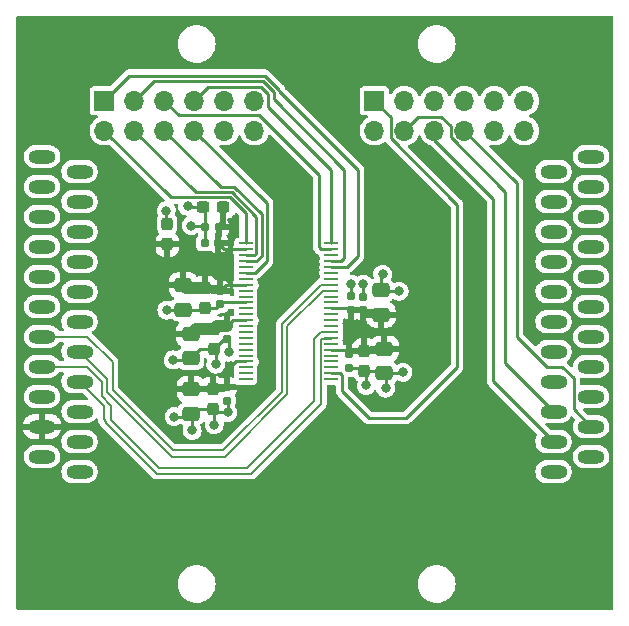
<source format=gbr>
%TF.GenerationSoftware,KiCad,Pcbnew,(5.99.0-10520-g1b9a8564af)*%
%TF.CreationDate,2021-07-21T11:30:59-07:00*%
%TF.ProjectId,cfc_emulator,6366635f-656d-4756-9c61-746f722e6b69,rev?*%
%TF.SameCoordinates,Original*%
%TF.FileFunction,Copper,L1,Top*%
%TF.FilePolarity,Positive*%
%FSLAX46Y46*%
G04 Gerber Fmt 4.6, Leading zero omitted, Abs format (unit mm)*
G04 Created by KiCad (PCBNEW (5.99.0-10520-g1b9a8564af)) date 2021-07-21 11:30:59*
%MOMM*%
%LPD*%
G01*
G04 APERTURE LIST*
G04 Aperture macros list*
%AMRoundRect*
0 Rectangle with rounded corners*
0 $1 Rounding radius*
0 $2 $3 $4 $5 $6 $7 $8 $9 X,Y pos of 4 corners*
0 Add a 4 corners polygon primitive as box body*
4,1,4,$2,$3,$4,$5,$6,$7,$8,$9,$2,$3,0*
0 Add four circle primitives for the rounded corners*
1,1,$1+$1,$2,$3*
1,1,$1+$1,$4,$5*
1,1,$1+$1,$6,$7*
1,1,$1+$1,$8,$9*
0 Add four rect primitives between the rounded corners*
20,1,$1+$1,$2,$3,$4,$5,0*
20,1,$1+$1,$4,$5,$6,$7,0*
20,1,$1+$1,$6,$7,$8,$9,0*
20,1,$1+$1,$8,$9,$2,$3,0*%
G04 Aperture macros list end*
%TA.AperFunction,SMDPad,CuDef*%
%ADD10RoundRect,0.155000X-0.155000X0.212500X-0.155000X-0.212500X0.155000X-0.212500X0.155000X0.212500X0*%
%TD*%
%TA.AperFunction,SMDPad,CuDef*%
%ADD11RoundRect,0.155000X0.155000X-0.212500X0.155000X0.212500X-0.155000X0.212500X-0.155000X-0.212500X0*%
%TD*%
%TA.AperFunction,SMDPad,CuDef*%
%ADD12RoundRect,0.250000X-0.475000X0.337500X-0.475000X-0.337500X0.475000X-0.337500X0.475000X0.337500X0*%
%TD*%
%TA.AperFunction,SMDPad,CuDef*%
%ADD13RoundRect,0.237500X0.300000X0.237500X-0.300000X0.237500X-0.300000X-0.237500X0.300000X-0.237500X0*%
%TD*%
%TA.AperFunction,ComponentPad*%
%ADD14R,1.700000X1.700000*%
%TD*%
%TA.AperFunction,ComponentPad*%
%ADD15O,1.700000X1.700000*%
%TD*%
%TA.AperFunction,SMDPad,CuDef*%
%ADD16RoundRect,0.237500X-0.237500X0.300000X-0.237500X-0.300000X0.237500X-0.300000X0.237500X0.300000X0*%
%TD*%
%TA.AperFunction,SMDPad,CuDef*%
%ADD17RoundRect,0.237500X0.237500X-0.300000X0.237500X0.300000X-0.237500X0.300000X-0.237500X-0.300000X0*%
%TD*%
%TA.AperFunction,ComponentPad*%
%ADD18O,2.286000X1.143000*%
%TD*%
%TA.AperFunction,SMDPad,CuDef*%
%ADD19RoundRect,0.155000X0.212500X0.155000X-0.212500X0.155000X-0.212500X-0.155000X0.212500X-0.155000X0*%
%TD*%
%TA.AperFunction,SMDPad,CuDef*%
%ADD20R,1.168400X0.177800*%
%TD*%
%TA.AperFunction,SMDPad,CuDef*%
%ADD21RoundRect,0.250000X0.475000X-0.337500X0.475000X0.337500X-0.475000X0.337500X-0.475000X-0.337500X0*%
%TD*%
%TA.AperFunction,ViaPad*%
%ADD22C,0.800000*%
%TD*%
%TA.AperFunction,Conductor*%
%ADD23C,0.250000*%
%TD*%
%TA.AperFunction,Conductor*%
%ADD24C,1.000000*%
%TD*%
%TA.AperFunction,Conductor*%
%ADD25C,0.500000*%
%TD*%
%TA.AperFunction,Conductor*%
%ADD26C,0.200000*%
%TD*%
G04 APERTURE END LIST*
D10*
%TO.P,C13,1*%
%TO.N,+3V3*%
X163068000Y-92929900D03*
%TO.P,C13,2*%
%TO.N,GND*%
X163068000Y-94064900D03*
%TD*%
D11*
%TO.P,C16,1*%
%TO.N,+3V3*%
X163245800Y-89137300D03*
%TO.P,C16,2*%
%TO.N,GND*%
X163245800Y-88002300D03*
%TD*%
D12*
%TO.P,C1,1*%
%TO.N,+3V3*%
X149682200Y-95863500D03*
%TO.P,C1,2*%
%TO.N,GND*%
X149682200Y-97938500D03*
%TD*%
%TO.P,C14,1*%
%TO.N,+3V3*%
X149631400Y-91189900D03*
%TO.P,C14,2*%
%TO.N,GND*%
X149631400Y-93264900D03*
%TD*%
D13*
%TO.P,C5,1*%
%TO.N,+3V3*%
X152397800Y-80441800D03*
%TO.P,C5,2*%
%TO.N,GND*%
X150672800Y-80441800D03*
%TD*%
D12*
%TO.P,C4,1*%
%TO.N,+3V3*%
X149021800Y-87075100D03*
%TO.P,C4,2*%
%TO.N,GND*%
X149021800Y-89150100D03*
%TD*%
D14*
%TO.P,J3,1,Pin_1*%
%TO.N,/TXCLK*%
X165201600Y-71443600D03*
D15*
%TO.P,J3,2,Pin_2*%
%TO.N,unconnected-(J3-Pad2)*%
X167741600Y-71443600D03*
%TO.P,J3,3,Pin_3*%
%TO.N,unconnected-(J3-Pad3)*%
X170281600Y-71443600D03*
%TO.P,J3,4,Pin_4*%
%TO.N,unconnected-(J3-Pad4)*%
X172821600Y-71443600D03*
%TO.P,J3,5,Pin_5*%
%TO.N,GND*%
X175361600Y-71443600D03*
%TO.P,J3,6,Pin_6*%
%TO.N,unconnected-(J3-Pad6)*%
X177901600Y-71443600D03*
%TO.P,J3,7,Pin_7*%
%TO.N,unconnected-(J3-Pad7)*%
X165201600Y-73983600D03*
%TO.P,J3,8,Pin_8*%
%TO.N,/SDOUT*%
X167741600Y-73983600D03*
%TO.P,J3,9,Pin_9*%
%TO.N,/SDIN*%
X170281600Y-73983600D03*
%TO.P,J3,10,Pin_10*%
%TO.N,/SDCLK*%
X172821600Y-73983600D03*
%TO.P,J3,11,Pin_11*%
%TO.N,GND*%
X175361600Y-73983600D03*
%TO.P,J3,12,Pin_12*%
%TO.N,unconnected-(J3-Pad12)*%
X177901600Y-73983600D03*
%TD*%
D11*
%TO.P,C18,1*%
%TO.N,+3V3*%
X164261800Y-89162700D03*
%TO.P,C18,2*%
%TO.N,GND*%
X164261800Y-88027700D03*
%TD*%
D14*
%TO.P,J2,1,Pin_1*%
%TO.N,/TXIN0*%
X142341600Y-71443600D03*
D15*
%TO.P,J2,2,Pin_2*%
%TO.N,/TXIN1*%
X144881600Y-71443600D03*
%TO.P,J2,3,Pin_3*%
%TO.N,/TXIN2*%
X147421600Y-71443600D03*
%TO.P,J2,4,Pin_4*%
%TO.N,/TXIN3*%
X149961600Y-71443600D03*
%TO.P,J2,5,Pin_5*%
%TO.N,GND*%
X152501600Y-71443600D03*
%TO.P,J2,6,Pin_6*%
%TO.N,unconnected-(J2-Pad6)*%
X155041600Y-71443600D03*
%TO.P,J2,7,Pin_7*%
%TO.N,/TXIN4*%
X142341600Y-73983600D03*
%TO.P,J2,8,Pin_8*%
%TO.N,/TXIN5*%
X144881600Y-73983600D03*
%TO.P,J2,9,Pin_9*%
%TO.N,/TXIN6*%
X147421600Y-73983600D03*
%TO.P,J2,10,Pin_10*%
%TO.N,/TXIN7*%
X149961600Y-73983600D03*
%TO.P,J2,11,Pin_11*%
%TO.N,GND*%
X152501600Y-73983600D03*
%TO.P,J2,12,Pin_12*%
%TO.N,unconnected-(J2-Pad12)*%
X155041600Y-73983600D03*
%TD*%
D16*
%TO.P,C15,1*%
%TO.N,+3V3*%
X164338000Y-92609500D03*
%TO.P,C15,2*%
%TO.N,GND*%
X164338000Y-94334500D03*
%TD*%
D17*
%TO.P,C10,1*%
%TO.N,+3V3*%
X147650200Y-83615700D03*
%TO.P,C10,2*%
%TO.N,GND*%
X147650200Y-81890700D03*
%TD*%
D16*
%TO.P,C3,1*%
%TO.N,+3V3*%
X151536400Y-95835300D03*
%TO.P,C3,2*%
%TO.N,GND*%
X151536400Y-97560300D03*
%TD*%
%TO.P,C7,1*%
%TO.N,+3V3*%
X150850600Y-87300900D03*
%TO.P,C7,2*%
%TO.N,GND*%
X150850600Y-89025900D03*
%TD*%
D18*
%TO.P,J1,1,THERM+*%
%TO.N,unconnected-(J1-Pad1)*%
X137058400Y-76174600D03*
%TO.P,J1,2*%
%TO.N,N/C*%
X140233400Y-77444600D03*
%TO.P,J1,3*%
X137058400Y-78714600D03*
%TO.P,J1,4*%
X140233400Y-79984600D03*
%TO.P,J1,5,VPOUT-0.9V*%
%TO.N,unconnected-(J1-Pad5)*%
X137058400Y-81254600D03*
%TO.P,J1,6,VNOUT*%
%TO.N,unconnected-(J1-Pad6)*%
X140233400Y-82524600D03*
%TO.P,J1,7,OUT4P*%
%TO.N,unconnected-(J1-Pad7)*%
X137058400Y-83794600D03*
%TO.P,J1,8,OUT4N*%
%TO.N,unconnected-(J1-Pad8)*%
X140233400Y-85064600D03*
%TO.P,J1,9,OUT3P*%
%TO.N,unconnected-(J1-Pad9)*%
X137058400Y-86334600D03*
%TO.P,J1,10,OUT3N*%
%TO.N,unconnected-(J1-Pad10)*%
X140233400Y-87604600D03*
%TO.P,J1,11,OUT2P*%
%TO.N,unconnected-(J1-Pad11)*%
X137058400Y-88874600D03*
%TO.P,J1,12,OUT2N*%
%TO.N,unconnected-(J1-Pad12)*%
X140233400Y-90144600D03*
%TO.P,J1,13,OUT1P*%
%TO.N,/LVDS0-*%
X137058400Y-91414600D03*
%TO.P,J1,14,OUT1N*%
%TO.N,/LVDS0+*%
X140233400Y-92684600D03*
%TO.P,J1,15,TXCLKP*%
%TO.N,/LVDSCLK-*%
X137058400Y-93954600D03*
%TO.P,J1,16,TXCLKN*%
%TO.N,/LVDSCLK+*%
X140233400Y-95224600D03*
%TO.P,J1,17,VN*%
%TO.N,unconnected-(J1-Pad17)*%
X137058400Y-96494600D03*
%TO.P,J1,18,VPL-1.6V*%
%TO.N,unconnected-(J1-Pad18)*%
X140233400Y-97764600D03*
%TO.P,J1,19,VPH-3.3V*%
%TO.N,+3V3*%
X137058400Y-99034600D03*
%TO.P,J1,20,REFCLK*%
%TO.N,unconnected-(J1-Pad20)*%
X140233400Y-100304600D03*
%TO.P,J1,21,JAMSYNC*%
%TO.N,unconnected-(J1-Pad21)*%
X137058400Y-101574600D03*
%TO.P,J1,22,TEC-*%
%TO.N,unconnected-(J1-Pad22)*%
X140233400Y-102844600D03*
%TO.P,J1,23,TEC+*%
%TO.N,unconnected-(J1-Pad23)*%
X180365400Y-102844600D03*
%TO.P,J1,24,ABITOUT*%
%TO.N,unconnected-(J1-Pad24)*%
X183540400Y-101574600D03*
%TO.P,J1,25,SDIN*%
%TO.N,/SDIN*%
X180365400Y-100304600D03*
%TO.P,J1,26,SDCLK*%
%TO.N,/SDCLK*%
X183540400Y-99034600D03*
%TO.P,J1,27,SDOUT*%
%TO.N,/SDOUT*%
X180365400Y-97764600D03*
%TO.P,J1,28*%
%TO.N,N/C*%
X183540400Y-96494600D03*
%TO.P,J1,29,VGND*%
%TO.N,GND*%
X180365400Y-95224600D03*
%TO.P,J1,30,VPOS-3.3V*%
%TO.N,unconnected-(J1-Pad30)*%
X183540400Y-93954600D03*
%TO.P,J1,31,VDETCOM~~2.9V*%
%TO.N,unconnected-(J1-Pad31)*%
X180365400Y-92684600D03*
%TO.P,J1,32*%
%TO.N,N/C*%
X183540400Y-91414600D03*
%TO.P,J1,33*%
X180365400Y-90144600D03*
%TO.P,J1,34*%
X183540400Y-88874600D03*
%TO.P,J1,35*%
X180365400Y-87604600D03*
%TO.P,J1,36*%
X183540400Y-86334600D03*
%TO.P,J1,37*%
X180365400Y-85064600D03*
%TO.P,J1,38*%
X183540400Y-83794600D03*
%TO.P,J1,39*%
X180365400Y-82524600D03*
%TO.P,J1,40*%
X183540400Y-81254600D03*
%TO.P,J1,41*%
X180365400Y-79984600D03*
%TO.P,J1,42*%
X183540400Y-78714600D03*
%TO.P,J1,43*%
X180365400Y-77444600D03*
%TO.P,J1,44,THERM-*%
%TO.N,unconnected-(J1-Pad44)*%
X183540400Y-76174600D03*
%TD*%
D19*
%TO.P,C2,1*%
%TO.N,+3V3*%
X151958700Y-83489800D03*
%TO.P,C2,2*%
%TO.N,GND*%
X150823700Y-83489800D03*
%TD*%
D20*
%TO.P,U1,1,TXIN4*%
%TO.N,/TXIN4*%
X154290613Y-83528528D03*
%TO.P,U1,2,VCC_2*%
%TO.N,+3V3*%
X154290613Y-84028528D03*
%TO.P,U1,3,TXIN5*%
%TO.N,/TXIN5*%
X154290613Y-84528528D03*
%TO.P,U1,4,TXIN6*%
%TO.N,/TXIN6*%
X154290613Y-85028528D03*
%TO.P,U1,5*%
%TO.N,N/C*%
X154290613Y-85528528D03*
%TO.P,U1,6,TXIN7*%
%TO.N,/TXIN7*%
X154290613Y-86028528D03*
%TO.P,U1,7,TXIN8*%
%TO.N,unconnected-(U1-Pad7)*%
X154290613Y-86528528D03*
%TO.P,U1,8,VCC_3*%
%TO.N,+3V3*%
X154290613Y-87028528D03*
%TO.P,U1,9,TXIN9*%
%TO.N,unconnected-(U1-Pad9)*%
X154290613Y-87528528D03*
%TO.P,U1,10,TXIN10*%
%TO.N,unconnected-(U1-Pad10)*%
X154290613Y-88028528D03*
%TO.P,U1,11,GND*%
%TO.N,GND*%
X154290613Y-88528528D03*
%TO.P,U1,12,TXIN11*%
%TO.N,unconnected-(U1-Pad12)*%
X154290613Y-89028528D03*
%TO.P,U1,13,TXIN12*%
%TO.N,unconnected-(U1-Pad13)*%
X154290613Y-89528528D03*
%TO.P,U1,14,VCC_4*%
%TO.N,+3V3*%
X154290613Y-90028528D03*
%TO.P,U1,15,TXIN13*%
%TO.N,unconnected-(U1-Pad15)*%
X154290613Y-90528528D03*
%TO.P,U1,16,TXIN14*%
%TO.N,unconnected-(U1-Pad16)*%
X154290613Y-91028528D03*
%TO.P,U1,17*%
%TO.N,N/C*%
X154290613Y-91528528D03*
%TO.P,U1,18,TXIN15*%
%TO.N,unconnected-(U1-Pad18)*%
X154290613Y-92028528D03*
%TO.P,U1,19,TXIN16*%
%TO.N,unconnected-(U1-Pad19)*%
X154290613Y-92528528D03*
%TO.P,U1,20,TXIN17*%
%TO.N,unconnected-(U1-Pad20)*%
X154290613Y-93028528D03*
%TO.P,U1,21,VCC*%
%TO.N,+3V3*%
X154290613Y-93528528D03*
%TO.P,U1,22,TXIN18*%
%TO.N,unconnected-(U1-Pad22)*%
X154290613Y-94028528D03*
%TO.P,U1,23,TXIN19*%
%TO.N,unconnected-(U1-Pad23)*%
X154290613Y-94528528D03*
%TO.P,U1,24*%
%TO.N,N/C*%
X154290613Y-95028528D03*
%TO.P,U1,25,TXIN20*%
%TO.N,unconnected-(U1-Pad25)*%
X161529613Y-95028528D03*
%TO.P,U1,26,TXCLK_IN*%
%TO.N,/TXCLK*%
X161529613Y-94528528D03*
%TO.P,U1,27,~PWRDWN*%
%TO.N,unconnected-(U1-Pad27)*%
X161529613Y-94028528D03*
%TO.P,U1,28*%
%TO.N,N/C*%
X161529613Y-93528528D03*
%TO.P,U1,29*%
X161529613Y-93028528D03*
%TO.P,U1,30,PLL_VCC*%
%TO.N,+3V3*%
X161529613Y-92528528D03*
%TO.P,U1,31*%
%TO.N,N/C*%
X161529613Y-92028528D03*
%TO.P,U1,32,TXCLK_OUT+*%
%TO.N,/LVDSCLK+*%
X161529613Y-91528528D03*
%TO.P,U1,33,TXCLK_OUT-*%
%TO.N,/LVDSCLK-*%
X161529613Y-91028528D03*
%TO.P,U1,34,TXOUT2+*%
%TO.N,/LVDS2+*%
X161529613Y-90528528D03*
%TO.P,U1,35,TXOUT2-*%
%TO.N,/LVDS2-*%
X161529613Y-90028528D03*
%TO.P,U1,36*%
%TO.N,N/C*%
X161529613Y-89528528D03*
%TO.P,U1,37,LVDS_VCC*%
%TO.N,+3V3*%
X161529613Y-89028528D03*
%TO.P,U1,38,TXOUT1+*%
%TO.N,/LVDS1+*%
X161529613Y-88528528D03*
%TO.P,U1,39,TXOUT1-*%
%TO.N,/LVDS1-*%
X161529613Y-88028528D03*
%TO.P,U1,40,TXOUT0+*%
%TO.N,/LVDS0+*%
X161529613Y-87528528D03*
%TO.P,U1,41,TXOUT0-*%
%TO.N,/LVDS0-*%
X161529613Y-87028528D03*
%TO.P,U1,42*%
%TO.N,N/C*%
X161529613Y-86528528D03*
%TO.P,U1,43*%
X161529613Y-86028528D03*
%TO.P,U1,44,TXIN0*%
%TO.N,/TXIN0*%
X161529613Y-85528528D03*
%TO.P,U1,45,TXIN1*%
%TO.N,/TXIN1*%
X161529613Y-85028528D03*
%TO.P,U1,46*%
%TO.N,N/C*%
X161529613Y-84528528D03*
%TO.P,U1,47,TXIN2*%
%TO.N,/TXIN2*%
X161529613Y-84028528D03*
%TO.P,U1,48,TXIN3*%
%TO.N,/TXIN3*%
X161529613Y-83528528D03*
%TD*%
D12*
%TO.P,C17,1*%
%TO.N,+3V3*%
X166039800Y-92434500D03*
%TO.P,C17,2*%
%TO.N,GND*%
X166039800Y-94509500D03*
%TD*%
D19*
%TO.P,C8,1*%
%TO.N,+3V3*%
X152016500Y-82169000D03*
%TO.P,C8,2*%
%TO.N,GND*%
X150881500Y-82169000D03*
%TD*%
D10*
%TO.P,C11,1*%
%TO.N,+3V3*%
X152755600Y-90516900D03*
%TO.P,C11,2*%
%TO.N,GND*%
X152755600Y-91651900D03*
%TD*%
%TO.P,C9,1*%
%TO.N,+3V3*%
X152146000Y-87530900D03*
%TO.P,C9,2*%
%TO.N,GND*%
X152146000Y-88665900D03*
%TD*%
%TO.P,C6,1*%
%TO.N,+3V3*%
X152730200Y-95698500D03*
%TO.P,C6,2*%
%TO.N,GND*%
X152730200Y-96833500D03*
%TD*%
D16*
%TO.P,C12,1*%
%TO.N,+3V3*%
X151612600Y-90755300D03*
%TO.P,C12,2*%
%TO.N,GND*%
X151612600Y-92480300D03*
%TD*%
D21*
%TO.P,C19,1*%
%TO.N,+3V3*%
X165760400Y-89556500D03*
%TO.P,C19,2*%
%TO.N,GND*%
X165760400Y-87481500D03*
%TD*%
D22*
%TO.N,GND*%
X163220400Y-86969600D03*
X152857200Y-92735400D03*
X164515800Y-95554800D03*
X149682200Y-82016600D03*
X147574000Y-80772000D03*
X152781000Y-97840800D03*
X148259800Y-98196400D03*
X166141400Y-95783400D03*
X148158200Y-93395800D03*
X167614600Y-94437200D03*
X149377400Y-80366780D03*
X151638000Y-98882200D03*
X149758400Y-99364800D03*
X165887400Y-86156800D03*
X147624800Y-89179400D03*
X164261800Y-86995000D03*
X167284400Y-87579200D03*
X151765000Y-93751400D03*
%TD*%
D23*
%TO.N,/TXIN3*%
X151136111Y-70269089D02*
X149961600Y-71443600D01*
%TO.N,/TXIN1*%
X155791560Y-69819579D02*
X156665622Y-70693641D01*
X156665622Y-71321622D02*
X162661600Y-77317600D01*
X162363813Y-85028528D02*
X161529613Y-85028528D01*
%TO.N,/TXIN3*%
X156216111Y-70879834D02*
X155605366Y-70269089D01*
%TO.N,/TXIN1*%
X146505621Y-69819579D02*
X155791560Y-69819579D01*
X162661600Y-84730741D02*
X162363813Y-85028528D01*
%TO.N,/TXIN3*%
X161529613Y-77328613D02*
X156216111Y-72015111D01*
%TO.N,/TXIN0*%
X163830000Y-77343000D02*
X163830000Y-84582000D01*
%TO.N,/TXIN3*%
X156216111Y-72015111D02*
X156216111Y-70879834D01*
X155605366Y-70269089D02*
X151136111Y-70269089D01*
X161529613Y-83528528D02*
X161529613Y-77328613D01*
%TO.N,/TXIN0*%
X157115133Y-70507448D02*
X157115133Y-70628133D01*
%TO.N,/TXIN1*%
X156665622Y-70693641D02*
X156665622Y-71321622D01*
%TO.N,/TXIN0*%
X157115133Y-70628133D02*
X163830000Y-77343000D01*
%TO.N,/TXIN1*%
X162661600Y-77317600D02*
X162661600Y-84730741D01*
X144881600Y-71443600D02*
X146505621Y-69819579D01*
%TO.N,/TXIN0*%
X142341600Y-71443600D02*
X144460920Y-69324280D01*
X144460920Y-69324280D02*
X155931965Y-69324280D01*
X155931965Y-69324280D02*
X157115133Y-70507448D01*
X163830000Y-84582000D02*
X162883472Y-85528528D01*
X162883472Y-85528528D02*
X161529613Y-85528528D01*
%TO.N,/TXCLK*%
X165201600Y-71443600D02*
X166567089Y-72809089D01*
X164719000Y-98298000D02*
X162438324Y-96017324D01*
X172212000Y-80264000D02*
X172212000Y-93980000D01*
X162438324Y-96017324D02*
X162438324Y-94680019D01*
X166567089Y-72809089D02*
X166567089Y-74619089D01*
X166567089Y-74619089D02*
X172212000Y-80264000D01*
X172212000Y-93980000D02*
X167894000Y-98298000D01*
X167894000Y-98298000D02*
X164719000Y-98298000D01*
X162438324Y-94680019D02*
X162286833Y-94528528D01*
X162286833Y-94528528D02*
X161529613Y-94528528D01*
%TO.N,/SDCLK*%
X183540400Y-99034600D02*
X182072880Y-97567080D01*
X182072880Y-97567080D02*
X182072880Y-94950880D01*
X179822137Y-93980000D02*
X177292000Y-91449863D01*
X182072880Y-94950880D02*
X181102000Y-93980000D01*
X181102000Y-93980000D02*
X179822137Y-93980000D01*
%TO.N,GND*%
X152781000Y-97840800D02*
X152781000Y-96884300D01*
X151786000Y-89025900D02*
X152146000Y-88665900D01*
X152146000Y-88665900D02*
X152283372Y-88528528D01*
X149682200Y-82016600D02*
X150729100Y-82016600D01*
X150729100Y-82016600D02*
X150881500Y-82169000D01*
X163245800Y-86995000D02*
X163220400Y-86969600D01*
X164515800Y-94512300D02*
X164338000Y-94334500D01*
X149424300Y-98196400D02*
X149682200Y-97938500D01*
X152755600Y-91651900D02*
X152441000Y-91651900D01*
X148259800Y-98196400D02*
X149424300Y-98196400D01*
X152857200Y-91753500D02*
X152755600Y-91651900D01*
X151816900Y-97840800D02*
X151536400Y-97560300D01*
X167542300Y-94509500D02*
X167614600Y-94437200D01*
X149021800Y-89150100D02*
X150726400Y-89150100D01*
X165864800Y-94334500D02*
X166039800Y-94509500D01*
X151612600Y-92480300D02*
X150416000Y-92480300D01*
X150823700Y-82226800D02*
X150881500Y-82169000D01*
X151536400Y-97560300D02*
X150060400Y-97560300D01*
X163245800Y-88002300D02*
X163245800Y-86995000D01*
X166039800Y-94509500D02*
X167542300Y-94509500D01*
X164068400Y-94064900D02*
X164338000Y-94334500D01*
X152441000Y-91651900D02*
X151612600Y-92480300D01*
X164338000Y-94334500D02*
X165864800Y-94334500D01*
X151638000Y-97661900D02*
X151536400Y-97560300D01*
X166141400Y-95783400D02*
X166141400Y-94611100D01*
X149758400Y-99364800D02*
X149758400Y-98014700D01*
X152283372Y-88528528D02*
X154290613Y-88528528D01*
X167284400Y-87579200D02*
X165858100Y-87579200D01*
X164515800Y-95554800D02*
X164515800Y-94512300D01*
X150881500Y-80650500D02*
X150672800Y-80441800D01*
X147574000Y-80772000D02*
X147574000Y-81814500D01*
X151638000Y-98882200D02*
X151638000Y-97661900D01*
X166141400Y-94611100D02*
X166039800Y-94509500D01*
X150881500Y-82169000D02*
X150881500Y-80650500D01*
X149452420Y-80441800D02*
X149377400Y-80366780D01*
X148992500Y-89179400D02*
X149021800Y-89150100D01*
X165858100Y-87579200D02*
X165760400Y-87481500D01*
X147574000Y-81814500D02*
X147650200Y-81890700D01*
X150726400Y-89150100D02*
X150850600Y-89025900D01*
X151765000Y-92632700D02*
X151612600Y-92480300D01*
X147624800Y-89179400D02*
X148992500Y-89179400D01*
X148158200Y-93395800D02*
X149500500Y-93395800D01*
X152781000Y-96884300D02*
X152730200Y-96833500D01*
X152857200Y-92735400D02*
X152857200Y-91753500D01*
X165760400Y-86283800D02*
X165887400Y-86156800D01*
X150672800Y-80441800D02*
X149452420Y-80441800D01*
X149758400Y-98014700D02*
X149682200Y-97938500D01*
X151765000Y-93751400D02*
X151765000Y-92632700D01*
X150060400Y-97560300D02*
X149682200Y-97938500D01*
X164261800Y-88027700D02*
X164261800Y-86995000D01*
X150850600Y-89025900D02*
X151786000Y-89025900D01*
X149500500Y-93395800D02*
X149631400Y-93264900D01*
X150823700Y-83489800D02*
X150823700Y-82226800D01*
X152781000Y-97840800D02*
X151816900Y-97840800D01*
X165760400Y-87481500D02*
X165760400Y-86283800D01*
X163068000Y-94064900D02*
X164068400Y-94064900D01*
X150416000Y-92480300D02*
X149631400Y-93264900D01*
%TO.N,+3V3*%
X162666628Y-92528528D02*
X163068000Y-92929900D01*
X164261800Y-89162700D02*
X165366600Y-89162700D01*
X165366600Y-89162700D02*
X165760400Y-89556500D01*
D24*
X151851000Y-90516900D02*
X152755600Y-90516900D01*
D23*
X152648372Y-87028528D02*
X152146000Y-87530900D01*
X154290613Y-93528528D02*
X153456413Y-93528528D01*
D25*
X152397800Y-80441800D02*
X152397800Y-81787700D01*
D24*
X151612600Y-90755300D02*
X150066000Y-90755300D01*
D23*
X149710400Y-95835300D02*
X149682200Y-95863500D01*
D24*
X151612600Y-90755300D02*
X151851000Y-90516900D01*
D23*
X152016500Y-82169000D02*
X152016500Y-83432000D01*
X152730200Y-95698500D02*
X151673200Y-95698500D01*
D24*
X149247600Y-87300900D02*
X149021800Y-87075100D01*
D23*
X151958700Y-83489800D02*
X152497428Y-84028528D01*
X154290613Y-84028528D02*
X153878528Y-84028528D01*
X161529613Y-92528528D02*
X162666628Y-92528528D01*
D24*
X150066000Y-90755300D02*
X149631400Y-91189900D01*
D23*
X154290613Y-90028528D02*
X153243972Y-90028528D01*
X152016500Y-82588615D02*
X152016500Y-82169000D01*
D25*
X152397800Y-81787700D02*
X152016500Y-82169000D01*
D23*
X163245800Y-89137300D02*
X163137028Y-89028528D01*
X151536400Y-95835300D02*
X149710400Y-95835300D01*
X151673200Y-95698500D02*
X151536400Y-95835300D01*
X153243972Y-90028528D02*
X152755600Y-90516900D01*
D24*
X150850600Y-87300900D02*
X149247600Y-87300900D01*
D23*
X153456413Y-93528528D02*
X152730200Y-94254741D01*
X154290613Y-87028528D02*
X152648372Y-87028528D01*
X152497428Y-84028528D02*
X153878528Y-84028528D01*
X152016500Y-83432000D02*
X151958700Y-83489800D01*
X152730200Y-94254741D02*
X152730200Y-95698500D01*
X163137028Y-89028528D02*
X161529613Y-89028528D01*
X153878528Y-84028528D02*
X153456413Y-84028528D01*
D26*
%TO.N,/LVDS0-*%
X143027400Y-95961200D02*
X148122615Y-101056415D01*
X148122615Y-101056415D02*
X152415215Y-101056415D01*
X152415215Y-101056415D02*
X157378400Y-96093230D01*
X140837418Y-91414600D02*
X143027400Y-93604582D01*
X137058400Y-91414600D02*
X140837418Y-91414600D01*
X157378400Y-96093230D02*
X157378400Y-90331817D01*
X157378400Y-90331817D02*
X160681689Y-87028528D01*
X143027400Y-93604582D02*
X143027400Y-95961200D01*
X160681689Y-87028528D02*
X161529613Y-87028528D01*
%TO.N,/LVDS0+*%
X142577890Y-95029090D02*
X142577890Y-96147394D01*
X160817393Y-87528528D02*
X161529613Y-87528528D01*
X157827911Y-96279423D02*
X157827911Y-90518010D01*
X142577890Y-96147394D02*
X148030496Y-101600000D01*
X140233400Y-92684600D02*
X142577890Y-95029090D01*
X152507334Y-101600000D02*
X157827911Y-96279423D01*
X148030496Y-101600000D02*
X152507334Y-101600000D01*
X157827911Y-90518010D02*
X160817393Y-87528528D01*
%TO.N,/LVDSCLK-*%
X154381364Y-102565036D02*
X160070800Y-96875600D01*
X140837418Y-93954600D02*
X142128379Y-95245561D01*
X160070800Y-96875600D02*
X160070800Y-91639417D01*
X146938836Y-102565036D02*
X151942964Y-102565036D01*
X142128379Y-96483861D02*
X142900409Y-97255891D01*
X137058400Y-93954600D02*
X140837418Y-93954600D01*
X142900409Y-97255891D02*
X142900409Y-98501209D01*
X146938836Y-102539636D02*
X146938836Y-102565036D01*
X142128379Y-95245561D02*
X142128379Y-96483861D01*
X160681689Y-91028528D02*
X161529613Y-91028528D01*
X146938836Y-102565036D02*
X154381364Y-102565036D01*
X160070800Y-91639417D02*
X160681689Y-91028528D01*
X142900409Y-98501209D02*
X146938836Y-102539636D01*
%TO.N,/LVDSCLK+*%
X142450889Y-98712793D02*
X142450889Y-98611193D01*
X161529613Y-91528528D02*
X161529613Y-91640117D01*
X160645902Y-91700019D02*
X160645902Y-97124459D01*
X154755816Y-103014545D02*
X146752641Y-103014545D01*
X142450889Y-98611193D02*
X142273089Y-98433393D01*
X160645902Y-97124459D02*
X154755816Y-103014545D01*
X146752641Y-103014545D02*
X142450889Y-98712793D01*
X142273089Y-98433393D02*
X142273089Y-97264289D01*
X161529613Y-91640117D02*
X160705804Y-91640117D01*
X142273089Y-97264289D02*
X140233400Y-95224600D01*
X160705804Y-91640117D02*
X160645902Y-91700019D01*
D23*
%TO.N,/SDIN*%
X170281600Y-74777600D02*
X175260000Y-79756000D01*
X170281600Y-73983600D02*
X170281600Y-74777600D01*
X175260000Y-79756000D02*
X175260000Y-95199200D01*
X175260000Y-95199200D02*
X180365400Y-100304600D01*
%TO.N,/SDCLK*%
X177292000Y-91449863D02*
X177292000Y-78454000D01*
X177292000Y-78454000D02*
X172821600Y-73983600D01*
X177292000Y-91449863D02*
X177292000Y-88646000D01*
%TO.N,/SDOUT*%
X171647089Y-73610812D02*
X171647089Y-74547366D01*
X176276000Y-79176277D02*
X176276000Y-93675200D01*
X171647089Y-74547366D02*
X176276000Y-79176277D01*
X176276000Y-93675200D02*
X180365400Y-97764600D01*
X168916111Y-72809089D02*
X170845366Y-72809089D01*
X170845366Y-72809089D02*
X171647089Y-73610812D01*
X167741600Y-73983600D02*
X168916111Y-72809089D01*
%TO.N,/TXIN2*%
X160695413Y-84028528D02*
X160528000Y-83861115D01*
X155440277Y-72644000D02*
X148622000Y-72644000D01*
X160528000Y-83861115D02*
X160528000Y-77731723D01*
X161529613Y-84028528D02*
X160695413Y-84028528D01*
X160528000Y-77731723D02*
X155440277Y-72644000D01*
X148622000Y-72644000D02*
X147421600Y-71443600D01*
%TO.N,/TXIN4*%
X152937668Y-79642280D02*
X148000280Y-79642280D01*
X148000280Y-79642280D02*
X142341600Y-73983600D01*
X154290613Y-83528528D02*
X154290613Y-80995225D01*
X154290613Y-80995225D02*
X152937668Y-79642280D01*
%TO.N,/TXIN5*%
X155199324Y-84377037D02*
X155047833Y-84528528D01*
X155047833Y-84528528D02*
X154290613Y-84528528D01*
X150090769Y-79192769D02*
X153123862Y-79192770D01*
X153123862Y-79192770D02*
X155199324Y-81268232D01*
X144881600Y-73983600D02*
X150090769Y-79192769D01*
X155199324Y-81268232D02*
X155199324Y-84377037D01*
%TO.N,/TXIN6*%
X155183537Y-85028528D02*
X154290613Y-85028528D01*
X152181260Y-78743260D02*
X153310056Y-78743260D01*
X155648834Y-81082038D02*
X155648834Y-84563231D01*
X155648834Y-84563231D02*
X155183537Y-85028528D01*
X147421600Y-73983600D02*
X152181260Y-78743260D01*
X153310056Y-78743260D02*
X155648834Y-81082038D01*
%TO.N,/TXIN7*%
X156098345Y-85054996D02*
X156098345Y-80120345D01*
X156098345Y-80120345D02*
X149961600Y-73983600D01*
X154290613Y-86028528D02*
X155124813Y-86028528D01*
X155124813Y-86028528D02*
X156098345Y-85054996D01*
%TD*%
%TA.AperFunction,Conductor*%
%TO.N,+3V3*%
G36*
X185360191Y-64299907D02*
G01*
X185396155Y-64349407D01*
X185401000Y-64380000D01*
X185401000Y-114436000D01*
X185382093Y-114494191D01*
X185332593Y-114530155D01*
X185302000Y-114535000D01*
X134992000Y-114535000D01*
X134933809Y-114516093D01*
X134897845Y-114466593D01*
X134893000Y-114436000D01*
X134893000Y-112369600D01*
X148533900Y-112369600D01*
X148553666Y-112620756D01*
X148612479Y-112865727D01*
X148708889Y-113098482D01*
X148840523Y-113313289D01*
X149004140Y-113504860D01*
X149195711Y-113668477D01*
X149410518Y-113800111D01*
X149499317Y-113836893D01*
X149639682Y-113895034D01*
X149639687Y-113895036D01*
X149643273Y-113896521D01*
X149647047Y-113897427D01*
X149647050Y-113897428D01*
X149777999Y-113928866D01*
X149888244Y-113955334D01*
X149892109Y-113955638D01*
X149892114Y-113955639D01*
X150135525Y-113974795D01*
X150139400Y-113975100D01*
X150143275Y-113974795D01*
X150386686Y-113955639D01*
X150386691Y-113955638D01*
X150390556Y-113955334D01*
X150500801Y-113928866D01*
X150631750Y-113897428D01*
X150631753Y-113897427D01*
X150635527Y-113896521D01*
X150639113Y-113895036D01*
X150639118Y-113895034D01*
X150779483Y-113836893D01*
X150868282Y-113800111D01*
X151083089Y-113668477D01*
X151274660Y-113504860D01*
X151438277Y-113313289D01*
X151569911Y-113098482D01*
X151666321Y-112865727D01*
X151725134Y-112620756D01*
X151744900Y-112369600D01*
X168853900Y-112369600D01*
X168873666Y-112620756D01*
X168932479Y-112865727D01*
X169028889Y-113098482D01*
X169160523Y-113313289D01*
X169324140Y-113504860D01*
X169515711Y-113668477D01*
X169730518Y-113800111D01*
X169819317Y-113836893D01*
X169959682Y-113895034D01*
X169959687Y-113895036D01*
X169963273Y-113896521D01*
X169967047Y-113897427D01*
X169967050Y-113897428D01*
X170097999Y-113928866D01*
X170208244Y-113955334D01*
X170212109Y-113955638D01*
X170212114Y-113955639D01*
X170455525Y-113974795D01*
X170459400Y-113975100D01*
X170463275Y-113974795D01*
X170706686Y-113955639D01*
X170706691Y-113955638D01*
X170710556Y-113955334D01*
X170820801Y-113928866D01*
X170951750Y-113897428D01*
X170951753Y-113897427D01*
X170955527Y-113896521D01*
X170959113Y-113895036D01*
X170959118Y-113895034D01*
X171099483Y-113836893D01*
X171188282Y-113800111D01*
X171403089Y-113668477D01*
X171594660Y-113504860D01*
X171758277Y-113313289D01*
X171889911Y-113098482D01*
X171986321Y-112865727D01*
X172045134Y-112620756D01*
X172064900Y-112369600D01*
X172045134Y-112118444D01*
X171986321Y-111873473D01*
X171889911Y-111640718D01*
X171758277Y-111425911D01*
X171594660Y-111234340D01*
X171403089Y-111070723D01*
X171188282Y-110939089D01*
X171099483Y-110902307D01*
X170959118Y-110844166D01*
X170959113Y-110844164D01*
X170955527Y-110842679D01*
X170951753Y-110841773D01*
X170951750Y-110841772D01*
X170820801Y-110810334D01*
X170710556Y-110783866D01*
X170706691Y-110783562D01*
X170706686Y-110783561D01*
X170463275Y-110764405D01*
X170459400Y-110764100D01*
X170455525Y-110764405D01*
X170212114Y-110783561D01*
X170212109Y-110783562D01*
X170208244Y-110783866D01*
X170097999Y-110810334D01*
X169967050Y-110841772D01*
X169967047Y-110841773D01*
X169963273Y-110842679D01*
X169959687Y-110844164D01*
X169959682Y-110844166D01*
X169819317Y-110902307D01*
X169730518Y-110939089D01*
X169515711Y-111070723D01*
X169324140Y-111234340D01*
X169160523Y-111425911D01*
X169028889Y-111640718D01*
X168932479Y-111873473D01*
X168873666Y-112118444D01*
X168853900Y-112369600D01*
X151744900Y-112369600D01*
X151725134Y-112118444D01*
X151666321Y-111873473D01*
X151569911Y-111640718D01*
X151438277Y-111425911D01*
X151274660Y-111234340D01*
X151083089Y-111070723D01*
X150868282Y-110939089D01*
X150779483Y-110902307D01*
X150639118Y-110844166D01*
X150639113Y-110844164D01*
X150635527Y-110842679D01*
X150631753Y-110841773D01*
X150631750Y-110841772D01*
X150500801Y-110810334D01*
X150390556Y-110783866D01*
X150386691Y-110783562D01*
X150386686Y-110783561D01*
X150143275Y-110764405D01*
X150139400Y-110764100D01*
X150135525Y-110764405D01*
X149892114Y-110783561D01*
X149892109Y-110783562D01*
X149888244Y-110783866D01*
X149777999Y-110810334D01*
X149647050Y-110841772D01*
X149647047Y-110841773D01*
X149643273Y-110842679D01*
X149639687Y-110844164D01*
X149639682Y-110844166D01*
X149499317Y-110902307D01*
X149410518Y-110939089D01*
X149195711Y-111070723D01*
X149004140Y-111234340D01*
X148840523Y-111425911D01*
X148708889Y-111640718D01*
X148612479Y-111873473D01*
X148553666Y-112118444D01*
X148533900Y-112369600D01*
X134893000Y-112369600D01*
X134893000Y-102892326D01*
X138686066Y-102892326D01*
X138715594Y-103087570D01*
X138717327Y-103092280D01*
X138782047Y-103268186D01*
X138782050Y-103268191D01*
X138783778Y-103272889D01*
X138786418Y-103277147D01*
X138786419Y-103277149D01*
X138884788Y-103435801D01*
X138887833Y-103440712D01*
X139023508Y-103584184D01*
X139185261Y-103697445D01*
X139189858Y-103699434D01*
X139189861Y-103699436D01*
X139361881Y-103773875D01*
X139361884Y-103773876D01*
X139366485Y-103775867D01*
X139371396Y-103776893D01*
X139556051Y-103815470D01*
X139556054Y-103815470D01*
X139559776Y-103816248D01*
X139566493Y-103816600D01*
X140854124Y-103816600D01*
X140856612Y-103816347D01*
X140856617Y-103816347D01*
X140996366Y-103802152D01*
X140996370Y-103802151D01*
X141001353Y-103801645D01*
X141006130Y-103800148D01*
X141006135Y-103800147D01*
X141184998Y-103744094D01*
X141184999Y-103744094D01*
X141189781Y-103742595D01*
X141362487Y-103646863D01*
X141512416Y-103518358D01*
X141633443Y-103362331D01*
X141720625Y-103185155D01*
X141746044Y-103087570D01*
X141769134Y-102998925D01*
X141769135Y-102998921D01*
X141770399Y-102994067D01*
X141780734Y-102796874D01*
X141751206Y-102601630D01*
X141730866Y-102546347D01*
X141684753Y-102421014D01*
X141684750Y-102421009D01*
X141683022Y-102416311D01*
X141660073Y-102379297D01*
X141581611Y-102252752D01*
X141581610Y-102252751D01*
X141578967Y-102248488D01*
X141443292Y-102105016D01*
X141281539Y-101991755D01*
X141276942Y-101989766D01*
X141276939Y-101989764D01*
X141104919Y-101915325D01*
X141104916Y-101915324D01*
X141100315Y-101913333D01*
X141085797Y-101910300D01*
X140910749Y-101873730D01*
X140910746Y-101873730D01*
X140907024Y-101872952D01*
X140900307Y-101872600D01*
X139612676Y-101872600D01*
X139610188Y-101872853D01*
X139610183Y-101872853D01*
X139470434Y-101887048D01*
X139470430Y-101887049D01*
X139465447Y-101887555D01*
X139460670Y-101889052D01*
X139460665Y-101889053D01*
X139314232Y-101934943D01*
X139277019Y-101946605D01*
X139167794Y-102007149D01*
X139124463Y-102031168D01*
X139104313Y-102042337D01*
X139091002Y-102053746D01*
X138959511Y-102166448D01*
X138954384Y-102170842D01*
X138833357Y-102326869D01*
X138746175Y-102504045D01*
X138744911Y-102508897D01*
X138744910Y-102508900D01*
X138719464Y-102606592D01*
X138696401Y-102695133D01*
X138686066Y-102892326D01*
X134893000Y-102892326D01*
X134893000Y-101622326D01*
X135511066Y-101622326D01*
X135540594Y-101817570D01*
X135542327Y-101822280D01*
X135607047Y-101998186D01*
X135607050Y-101998191D01*
X135608778Y-102002889D01*
X135611418Y-102007147D01*
X135611419Y-102007149D01*
X135674358Y-102108659D01*
X135712833Y-102170712D01*
X135848508Y-102314184D01*
X136010261Y-102427445D01*
X136014858Y-102429434D01*
X136014861Y-102429436D01*
X136186881Y-102503875D01*
X136186884Y-102503876D01*
X136191485Y-102505867D01*
X136196396Y-102506893D01*
X136381051Y-102545470D01*
X136381054Y-102545470D01*
X136384776Y-102546248D01*
X136391493Y-102546600D01*
X137679124Y-102546600D01*
X137681612Y-102546347D01*
X137681617Y-102546347D01*
X137821366Y-102532152D01*
X137821370Y-102532151D01*
X137826353Y-102531645D01*
X137831130Y-102530148D01*
X137831135Y-102530147D01*
X138009998Y-102474094D01*
X138009999Y-102474094D01*
X138014781Y-102472595D01*
X138187487Y-102376863D01*
X138264866Y-102310541D01*
X138333606Y-102251624D01*
X138333608Y-102251622D01*
X138337416Y-102248358D01*
X138458443Y-102092331D01*
X138545625Y-101915155D01*
X138546890Y-101910300D01*
X138594134Y-101728925D01*
X138594135Y-101728921D01*
X138595399Y-101724067D01*
X138605734Y-101526874D01*
X138576206Y-101331630D01*
X138555866Y-101276347D01*
X138509753Y-101151014D01*
X138509750Y-101151009D01*
X138508022Y-101146311D01*
X138485073Y-101109297D01*
X138406611Y-100982752D01*
X138406610Y-100982751D01*
X138403967Y-100978488D01*
X138268292Y-100835016D01*
X138106539Y-100721755D01*
X138101942Y-100719766D01*
X138101939Y-100719764D01*
X137929919Y-100645325D01*
X137929916Y-100645324D01*
X137925315Y-100643333D01*
X137910797Y-100640300D01*
X137735749Y-100603730D01*
X137735746Y-100603730D01*
X137732024Y-100602952D01*
X137725307Y-100602600D01*
X136437676Y-100602600D01*
X136435188Y-100602853D01*
X136435183Y-100602853D01*
X136295434Y-100617048D01*
X136295430Y-100617049D01*
X136290447Y-100617555D01*
X136285670Y-100619052D01*
X136285665Y-100619053D01*
X136106802Y-100675106D01*
X136102019Y-100676605D01*
X135929313Y-100772337D01*
X135925504Y-100775602D01*
X135784511Y-100896448D01*
X135779384Y-100900842D01*
X135658357Y-101056869D01*
X135571175Y-101234045D01*
X135569911Y-101238897D01*
X135569910Y-101238900D01*
X135544464Y-101336592D01*
X135521401Y-101425133D01*
X135511066Y-101622326D01*
X134893000Y-101622326D01*
X134893000Y-100352326D01*
X138686066Y-100352326D01*
X138715594Y-100547570D01*
X138717327Y-100552280D01*
X138782047Y-100728186D01*
X138782050Y-100728191D01*
X138783778Y-100732889D01*
X138786418Y-100737147D01*
X138786419Y-100737149D01*
X138849358Y-100838659D01*
X138887833Y-100900712D01*
X139023508Y-101044184D01*
X139185261Y-101157445D01*
X139189858Y-101159434D01*
X139189861Y-101159436D01*
X139361881Y-101233875D01*
X139361884Y-101233876D01*
X139366485Y-101235867D01*
X139371396Y-101236893D01*
X139556051Y-101275470D01*
X139556054Y-101275470D01*
X139559776Y-101276248D01*
X139566493Y-101276600D01*
X140854124Y-101276600D01*
X140856612Y-101276347D01*
X140856617Y-101276347D01*
X140996366Y-101262152D01*
X140996370Y-101262151D01*
X141001353Y-101261645D01*
X141006130Y-101260148D01*
X141006135Y-101260147D01*
X141184998Y-101204094D01*
X141184999Y-101204094D01*
X141189781Y-101202595D01*
X141362487Y-101106863D01*
X141439866Y-101040541D01*
X141508606Y-100981624D01*
X141508608Y-100981622D01*
X141512416Y-100978358D01*
X141633443Y-100822331D01*
X141720625Y-100645155D01*
X141727424Y-100619053D01*
X141769134Y-100458925D01*
X141769135Y-100458921D01*
X141770399Y-100454067D01*
X141780734Y-100256874D01*
X141751206Y-100061630D01*
X141730866Y-100006347D01*
X141684753Y-99881014D01*
X141684750Y-99881009D01*
X141683022Y-99876311D01*
X141670598Y-99856272D01*
X141581611Y-99712752D01*
X141581610Y-99712751D01*
X141578967Y-99708488D01*
X141443292Y-99565016D01*
X141281539Y-99451755D01*
X141276942Y-99449766D01*
X141276939Y-99449764D01*
X141104919Y-99375325D01*
X141104916Y-99375324D01*
X141100315Y-99373333D01*
X141079278Y-99368938D01*
X140910749Y-99333730D01*
X140910746Y-99333730D01*
X140907024Y-99332952D01*
X140900307Y-99332600D01*
X139612676Y-99332600D01*
X139610188Y-99332853D01*
X139610183Y-99332853D01*
X139470434Y-99347048D01*
X139470430Y-99347049D01*
X139465447Y-99347555D01*
X139460670Y-99349052D01*
X139460665Y-99349053D01*
X139281802Y-99405106D01*
X139277019Y-99406605D01*
X139104313Y-99502337D01*
X139075815Y-99526763D01*
X138959511Y-99626448D01*
X138954384Y-99630842D01*
X138833357Y-99786869D01*
X138770258Y-99915102D01*
X138753395Y-99949373D01*
X138746175Y-99964045D01*
X138744911Y-99968897D01*
X138744910Y-99968900D01*
X138698492Y-100147106D01*
X138696401Y-100155133D01*
X138696138Y-100160143D01*
X138696138Y-100160146D01*
X138695615Y-100170123D01*
X138686066Y-100352326D01*
X134893000Y-100352326D01*
X134893000Y-99301933D01*
X135440820Y-99301933D01*
X135460381Y-99383096D01*
X135463435Y-99391968D01*
X135544801Y-99570923D01*
X135549473Y-99579049D01*
X135663213Y-99739393D01*
X135669344Y-99746494D01*
X135811346Y-99882432D01*
X135818709Y-99888246D01*
X135983859Y-99994883D01*
X135992175Y-99999194D01*
X136174522Y-100072682D01*
X136183502Y-100075342D01*
X136377576Y-100113242D01*
X136384331Y-100114062D01*
X136385896Y-100114100D01*
X136788720Y-100114100D01*
X136801405Y-100109978D01*
X136804400Y-100105857D01*
X136804400Y-99304280D01*
X136801983Y-99296843D01*
X137312400Y-99296843D01*
X137312400Y-100098420D01*
X137316522Y-100111105D01*
X137320643Y-100114100D01*
X137679946Y-100114100D01*
X137684660Y-100113875D01*
X137830279Y-100099982D01*
X137839500Y-100098206D01*
X138028124Y-100042870D01*
X138036836Y-100039386D01*
X138211607Y-99949373D01*
X138219494Y-99944309D01*
X138374084Y-99822877D01*
X138380882Y-99816404D01*
X138509719Y-99667932D01*
X138515170Y-99660290D01*
X138613609Y-99490133D01*
X138617511Y-99481611D01*
X138680861Y-99299181D01*
X138679450Y-99290973D01*
X138678410Y-99289960D01*
X138672574Y-99288600D01*
X137328080Y-99288600D01*
X137315395Y-99292722D01*
X137312400Y-99296843D01*
X136801983Y-99296843D01*
X136800278Y-99291595D01*
X136796157Y-99288600D01*
X135453287Y-99288600D01*
X135441185Y-99292532D01*
X135440820Y-99301933D01*
X134893000Y-99301933D01*
X134893000Y-98770019D01*
X135435939Y-98770019D01*
X135437350Y-98778227D01*
X135438390Y-98779240D01*
X135444226Y-98780600D01*
X136788720Y-98780600D01*
X136801405Y-98776478D01*
X136804400Y-98772357D01*
X136804400Y-97970780D01*
X136801983Y-97963343D01*
X137312400Y-97963343D01*
X137312400Y-98764920D01*
X137316522Y-98777605D01*
X137320643Y-98780600D01*
X138663513Y-98780600D01*
X138675615Y-98776668D01*
X138675980Y-98767267D01*
X138656419Y-98686104D01*
X138653365Y-98677232D01*
X138571999Y-98498277D01*
X138567327Y-98490151D01*
X138453587Y-98329807D01*
X138447456Y-98322706D01*
X138305454Y-98186768D01*
X138298091Y-98180954D01*
X138132941Y-98074317D01*
X138124625Y-98070006D01*
X137942278Y-97996518D01*
X137933298Y-97993858D01*
X137739224Y-97955958D01*
X137732469Y-97955138D01*
X137730904Y-97955100D01*
X137328080Y-97955100D01*
X137315395Y-97959222D01*
X137312400Y-97963343D01*
X136801983Y-97963343D01*
X136800278Y-97958095D01*
X136796157Y-97955100D01*
X136436854Y-97955100D01*
X136432140Y-97955325D01*
X136286521Y-97969218D01*
X136277300Y-97970994D01*
X136088676Y-98026330D01*
X136079964Y-98029814D01*
X135905193Y-98119827D01*
X135897306Y-98124891D01*
X135742716Y-98246323D01*
X135735918Y-98252796D01*
X135607081Y-98401268D01*
X135601630Y-98408910D01*
X135503191Y-98579067D01*
X135499289Y-98587589D01*
X135435939Y-98770019D01*
X134893000Y-98770019D01*
X134893000Y-96542326D01*
X135511066Y-96542326D01*
X135511816Y-96547285D01*
X135511816Y-96547286D01*
X135515697Y-96572949D01*
X135540594Y-96737570D01*
X135542327Y-96742280D01*
X135607047Y-96918186D01*
X135607050Y-96918191D01*
X135608778Y-96922889D01*
X135611418Y-96927147D01*
X135611419Y-96927149D01*
X135666443Y-97015893D01*
X135712833Y-97090712D01*
X135848508Y-97234184D01*
X135927907Y-97289780D01*
X136000293Y-97340465D01*
X136010261Y-97347445D01*
X136014858Y-97349434D01*
X136014861Y-97349436D01*
X136186881Y-97423875D01*
X136186884Y-97423876D01*
X136191485Y-97425867D01*
X136196396Y-97426893D01*
X136381051Y-97465470D01*
X136381054Y-97465470D01*
X136384776Y-97466248D01*
X136391493Y-97466600D01*
X137679124Y-97466600D01*
X137681612Y-97466347D01*
X137681617Y-97466347D01*
X137821366Y-97452152D01*
X137821370Y-97452151D01*
X137826353Y-97451645D01*
X137831130Y-97450148D01*
X137831135Y-97450147D01*
X138009998Y-97394094D01*
X138009999Y-97394094D01*
X138014781Y-97392595D01*
X138187487Y-97296863D01*
X138317371Y-97185539D01*
X138333606Y-97171624D01*
X138333608Y-97171622D01*
X138337416Y-97168358D01*
X138458443Y-97012331D01*
X138530887Y-96865106D01*
X138543409Y-96839659D01*
X138543410Y-96839657D01*
X138545625Y-96835155D01*
X138546890Y-96830300D01*
X138594134Y-96648925D01*
X138594135Y-96648921D01*
X138595399Y-96644067D01*
X138598096Y-96592619D01*
X138602209Y-96514123D01*
X138605734Y-96446874D01*
X138601746Y-96420501D01*
X138595913Y-96381934D01*
X138576206Y-96251630D01*
X138555866Y-96196347D01*
X138509753Y-96071014D01*
X138509750Y-96071009D01*
X138508022Y-96066311D01*
X138495598Y-96046272D01*
X138406611Y-95902752D01*
X138406610Y-95902751D01*
X138403967Y-95898488D01*
X138268292Y-95755016D01*
X138106539Y-95641755D01*
X138101942Y-95639766D01*
X138101939Y-95639764D01*
X137929919Y-95565325D01*
X137929916Y-95565324D01*
X137925315Y-95563333D01*
X137920404Y-95562307D01*
X137735749Y-95523730D01*
X137735746Y-95523730D01*
X137732024Y-95522952D01*
X137725307Y-95522600D01*
X136437676Y-95522600D01*
X136435188Y-95522853D01*
X136435183Y-95522853D01*
X136295434Y-95537048D01*
X136295430Y-95537049D01*
X136290447Y-95537555D01*
X136285670Y-95539052D01*
X136285665Y-95539053D01*
X136116378Y-95592105D01*
X136102019Y-95596605D01*
X135929313Y-95692337D01*
X135900815Y-95716763D01*
X135784511Y-95816448D01*
X135779384Y-95820842D01*
X135658357Y-95976869D01*
X135607497Y-96080230D01*
X135575823Y-96144600D01*
X135571175Y-96154045D01*
X135569911Y-96158897D01*
X135569910Y-96158900D01*
X135523377Y-96337548D01*
X135521401Y-96345133D01*
X135521138Y-96350143D01*
X135521138Y-96350146D01*
X135518313Y-96404048D01*
X135511066Y-96542326D01*
X134893000Y-96542326D01*
X134893000Y-91462326D01*
X135511066Y-91462326D01*
X135540594Y-91657570D01*
X135546565Y-91673799D01*
X135607047Y-91838186D01*
X135607050Y-91838191D01*
X135608778Y-91842889D01*
X135611418Y-91847147D01*
X135611419Y-91847149D01*
X135710189Y-92006448D01*
X135712833Y-92010712D01*
X135848508Y-92154184D01*
X136010261Y-92267445D01*
X136014858Y-92269434D01*
X136014861Y-92269436D01*
X136186881Y-92343875D01*
X136186884Y-92343876D01*
X136191485Y-92345867D01*
X136196396Y-92346893D01*
X136381051Y-92385470D01*
X136381054Y-92385470D01*
X136384776Y-92386248D01*
X136391493Y-92386600D01*
X137679124Y-92386600D01*
X137681612Y-92386347D01*
X137681617Y-92386347D01*
X137821366Y-92372152D01*
X137821370Y-92372151D01*
X137826353Y-92371645D01*
X137831130Y-92370148D01*
X137831135Y-92370147D01*
X138009998Y-92314094D01*
X138009999Y-92314094D01*
X138014781Y-92312595D01*
X138187487Y-92216863D01*
X138283696Y-92134402D01*
X138333606Y-92091624D01*
X138333608Y-92091622D01*
X138337416Y-92088358D01*
X138442083Y-91953422D01*
X138492688Y-91919031D01*
X138520308Y-91915100D01*
X138826565Y-91915100D01*
X138884756Y-91934007D01*
X138920720Y-91983507D01*
X138920720Y-92044693D01*
X138904790Y-92074778D01*
X138896982Y-92084844D01*
X138833357Y-92166869D01*
X138746175Y-92344045D01*
X138744911Y-92348897D01*
X138744910Y-92348900D01*
X138704750Y-92503081D01*
X138696401Y-92535133D01*
X138686066Y-92732326D01*
X138715594Y-92927570D01*
X138721463Y-92943521D01*
X138782047Y-93108186D01*
X138782050Y-93108191D01*
X138783778Y-93112889D01*
X138786418Y-93117147D01*
X138786419Y-93117149D01*
X138876727Y-93262800D01*
X138887833Y-93280712D01*
X138891279Y-93284356D01*
X138893853Y-93287078D01*
X138920097Y-93342349D01*
X138908842Y-93402491D01*
X138864386Y-93444530D01*
X138821922Y-93454100D01*
X138518352Y-93454100D01*
X138460161Y-93435193D01*
X138434213Y-93407269D01*
X138406611Y-93362752D01*
X138406610Y-93362751D01*
X138403967Y-93358488D01*
X138268292Y-93215016D01*
X138106539Y-93101755D01*
X138101942Y-93099766D01*
X138101939Y-93099764D01*
X137929919Y-93025325D01*
X137929916Y-93025324D01*
X137925315Y-93023333D01*
X137910797Y-93020300D01*
X137735749Y-92983730D01*
X137735746Y-92983730D01*
X137732024Y-92982952D01*
X137725307Y-92982600D01*
X136437676Y-92982600D01*
X136435188Y-92982853D01*
X136435183Y-92982853D01*
X136295434Y-92997048D01*
X136295430Y-92997049D01*
X136290447Y-92997555D01*
X136285670Y-92999052D01*
X136285665Y-92999053D01*
X136106802Y-93055106D01*
X136102019Y-93056605D01*
X135929313Y-93152337D01*
X135914547Y-93164993D01*
X135784511Y-93276448D01*
X135779384Y-93280842D01*
X135658357Y-93436869D01*
X135615016Y-93524949D01*
X135576072Y-93604094D01*
X135571175Y-93614045D01*
X135569911Y-93618897D01*
X135569910Y-93618900D01*
X135523039Y-93798845D01*
X135521401Y-93805133D01*
X135521138Y-93810143D01*
X135521138Y-93810146D01*
X135519757Y-93836493D01*
X135511066Y-94002326D01*
X135511816Y-94007285D01*
X135511816Y-94007286D01*
X135515445Y-94031278D01*
X135540594Y-94197570D01*
X135542327Y-94202280D01*
X135607047Y-94378186D01*
X135607050Y-94378191D01*
X135608778Y-94382889D01*
X135611418Y-94387147D01*
X135611419Y-94387149D01*
X135710189Y-94546448D01*
X135712833Y-94550712D01*
X135848508Y-94694184D01*
X136010261Y-94807445D01*
X136014858Y-94809434D01*
X136014861Y-94809436D01*
X136186881Y-94883875D01*
X136186884Y-94883876D01*
X136191485Y-94885867D01*
X136196396Y-94886893D01*
X136381051Y-94925470D01*
X136381054Y-94925470D01*
X136384776Y-94926248D01*
X136391493Y-94926600D01*
X137679124Y-94926600D01*
X137681612Y-94926347D01*
X137681617Y-94926347D01*
X137821366Y-94912152D01*
X137821370Y-94912151D01*
X137826353Y-94911645D01*
X137831130Y-94910148D01*
X137831135Y-94910147D01*
X138009998Y-94854094D01*
X138009999Y-94854094D01*
X138014781Y-94852595D01*
X138187487Y-94756863D01*
X138326727Y-94637520D01*
X138333606Y-94631624D01*
X138333608Y-94631622D01*
X138337416Y-94628358D01*
X138442083Y-94493422D01*
X138492688Y-94459031D01*
X138520308Y-94455100D01*
X138826565Y-94455100D01*
X138884756Y-94474007D01*
X138920720Y-94523507D01*
X138920720Y-94584693D01*
X138904790Y-94614778D01*
X138894256Y-94628358D01*
X138833357Y-94706869D01*
X138782609Y-94810002D01*
X138755467Y-94865162D01*
X138746175Y-94884045D01*
X138744911Y-94888897D01*
X138744910Y-94888900D01*
X138699101Y-95064769D01*
X138696401Y-95075133D01*
X138686066Y-95272326D01*
X138715594Y-95467570D01*
X138717327Y-95472280D01*
X138782047Y-95648186D01*
X138782050Y-95648191D01*
X138783778Y-95652889D01*
X138786418Y-95657147D01*
X138786419Y-95657149D01*
X138880554Y-95808973D01*
X138887833Y-95820712D01*
X139023508Y-95964184D01*
X139185261Y-96077445D01*
X139189858Y-96079434D01*
X139189861Y-96079436D01*
X139361881Y-96153875D01*
X139361884Y-96153876D01*
X139366485Y-96155867D01*
X139371396Y-96156893D01*
X139556051Y-96195470D01*
X139556054Y-96195470D01*
X139559776Y-96196248D01*
X139566493Y-96196600D01*
X140456578Y-96196600D01*
X140514769Y-96215507D01*
X140526582Y-96225596D01*
X140924582Y-96623596D01*
X140952359Y-96678113D01*
X140942788Y-96738545D01*
X140899523Y-96781810D01*
X140854578Y-96792600D01*
X139612676Y-96792600D01*
X139610188Y-96792853D01*
X139610183Y-96792853D01*
X139470434Y-96807048D01*
X139470430Y-96807049D01*
X139465447Y-96807555D01*
X139460670Y-96809052D01*
X139460665Y-96809053D01*
X139300415Y-96859273D01*
X139277019Y-96866605D01*
X139104313Y-96962337D01*
X139086095Y-96977952D01*
X138959511Y-97086448D01*
X138954384Y-97090842D01*
X138833357Y-97246869D01*
X138771934Y-97371697D01*
X138749987Y-97416299D01*
X138746175Y-97424045D01*
X138744911Y-97428897D01*
X138744910Y-97428900D01*
X138719777Y-97525391D01*
X138696401Y-97615133D01*
X138686066Y-97812326D01*
X138715594Y-98007570D01*
X138717327Y-98012280D01*
X138782047Y-98188186D01*
X138782050Y-98188191D01*
X138783778Y-98192889D01*
X138786418Y-98197147D01*
X138786419Y-98197149D01*
X138883644Y-98353956D01*
X138887833Y-98360712D01*
X139023508Y-98504184D01*
X139185261Y-98617445D01*
X139189858Y-98619434D01*
X139189861Y-98619436D01*
X139361881Y-98693875D01*
X139361884Y-98693876D01*
X139366485Y-98695867D01*
X139371396Y-98696893D01*
X139556051Y-98735470D01*
X139556054Y-98735470D01*
X139559776Y-98736248D01*
X139566493Y-98736600D01*
X140854124Y-98736600D01*
X140856612Y-98736347D01*
X140856617Y-98736347D01*
X140996366Y-98722152D01*
X140996370Y-98722151D01*
X141001353Y-98721645D01*
X141006130Y-98720148D01*
X141006135Y-98720147D01*
X141184998Y-98664094D01*
X141184999Y-98664094D01*
X141189781Y-98662595D01*
X141362487Y-98566863D01*
X141439866Y-98500541D01*
X141508606Y-98441624D01*
X141508608Y-98441622D01*
X141512416Y-98438358D01*
X141547714Y-98392852D01*
X141592432Y-98335203D01*
X141643037Y-98300812D01*
X141704192Y-98302734D01*
X141752538Y-98340235D01*
X141766481Y-98393022D01*
X141769217Y-98392852D01*
X141772399Y-98444141D01*
X141772589Y-98450271D01*
X141772589Y-98468307D01*
X141773089Y-98471797D01*
X141773089Y-98471800D01*
X141774335Y-98480499D01*
X141775145Y-98488403D01*
X141777006Y-98518394D01*
X141778092Y-98535902D01*
X141780487Y-98542535D01*
X141781571Y-98545539D01*
X141786454Y-98565123D01*
X141787907Y-98575270D01*
X141790827Y-98581693D01*
X141790828Y-98581695D01*
X141807608Y-98618601D01*
X141810604Y-98625961D01*
X141822983Y-98660250D01*
X141826759Y-98670711D01*
X141830920Y-98676407D01*
X141830923Y-98676412D01*
X141832803Y-98678985D01*
X141842986Y-98696411D01*
X141844118Y-98698900D01*
X141847229Y-98705742D01*
X141851831Y-98711083D01*
X141851833Y-98711086D01*
X141878300Y-98741803D01*
X141883239Y-98748023D01*
X141890025Y-98757312D01*
X141890029Y-98757316D01*
X141892280Y-98760398D01*
X141904460Y-98772578D01*
X141909455Y-98777958D01*
X141936184Y-98808979D01*
X141936187Y-98808981D01*
X141938377Y-98811523D01*
X141940786Y-98814319D01*
X141940386Y-98814664D01*
X141965631Y-98854138D01*
X141965707Y-98854670D01*
X141968626Y-98861090D01*
X141968627Y-98861093D01*
X141985408Y-98898001D01*
X141988404Y-98905361D01*
X141990928Y-98912351D01*
X142004559Y-98950111D01*
X142008720Y-98955807D01*
X142008723Y-98955812D01*
X142010603Y-98958385D01*
X142020786Y-98975811D01*
X142022103Y-98978706D01*
X142025029Y-98985142D01*
X142029631Y-98990483D01*
X142029633Y-98990486D01*
X142056100Y-99021203D01*
X142061039Y-99027423D01*
X142067825Y-99036712D01*
X142067829Y-99036716D01*
X142070080Y-99039798D01*
X142082260Y-99051978D01*
X142087255Y-99057358D01*
X142118586Y-99093719D01*
X142125210Y-99098013D01*
X142141363Y-99111081D01*
X146351709Y-103321427D01*
X146359275Y-103330896D01*
X146359348Y-103330834D01*
X146363920Y-103336206D01*
X146367683Y-103342170D01*
X146372980Y-103346848D01*
X146406200Y-103376187D01*
X146410669Y-103380387D01*
X146423422Y-103393140D01*
X146426240Y-103395252D01*
X146426248Y-103395259D01*
X146433284Y-103400532D01*
X146439443Y-103405547D01*
X146475110Y-103437046D01*
X146481488Y-103440040D01*
X146481492Y-103440043D01*
X146484390Y-103441403D01*
X146501687Y-103451796D01*
X146509888Y-103457943D01*
X146536584Y-103467951D01*
X146554453Y-103474650D01*
X146561774Y-103477735D01*
X146566654Y-103480026D01*
X146604847Y-103497957D01*
X146614976Y-103499534D01*
X146634489Y-103504653D01*
X146637489Y-103505778D01*
X146637491Y-103505778D01*
X146644092Y-103508253D01*
X146674388Y-103510504D01*
X146691555Y-103511780D01*
X146699444Y-103512686D01*
X146714596Y-103515045D01*
X146731819Y-103515045D01*
X146739156Y-103515317D01*
X146787023Y-103518874D01*
X146793924Y-103517401D01*
X146794746Y-103517226D01*
X146815411Y-103515045D01*
X154689312Y-103515045D01*
X154701357Y-103516391D01*
X154701365Y-103516295D01*
X154708397Y-103516861D01*
X154715275Y-103518417D01*
X154766563Y-103515235D01*
X154772694Y-103515045D01*
X154790730Y-103515045D01*
X154794220Y-103514545D01*
X154794223Y-103514545D01*
X154800609Y-103513630D01*
X154802924Y-103513299D01*
X154810826Y-103512489D01*
X154851287Y-103509979D01*
X154851289Y-103509979D01*
X154858325Y-103509542D01*
X154867961Y-103506063D01*
X154887546Y-103501180D01*
X154897693Y-103499727D01*
X154904116Y-103496807D01*
X154904118Y-103496806D01*
X154941024Y-103480026D01*
X154948384Y-103477030D01*
X154986498Y-103463271D01*
X154986500Y-103463270D01*
X154993134Y-103460875D01*
X154998830Y-103456714D01*
X154998835Y-103456711D01*
X155001408Y-103454831D01*
X155018834Y-103444648D01*
X155021743Y-103443325D01*
X155021744Y-103443324D01*
X155028165Y-103440405D01*
X155033506Y-103435803D01*
X155033509Y-103435801D01*
X155064226Y-103409334D01*
X155070446Y-103404395D01*
X155079735Y-103397609D01*
X155079739Y-103397605D01*
X155082821Y-103395354D01*
X155095001Y-103383174D01*
X155100381Y-103378179D01*
X155131400Y-103351451D01*
X155136742Y-103346848D01*
X155141036Y-103340224D01*
X155154104Y-103324071D01*
X155585849Y-102892326D01*
X178818066Y-102892326D01*
X178847594Y-103087570D01*
X178849327Y-103092280D01*
X178914047Y-103268186D01*
X178914050Y-103268191D01*
X178915778Y-103272889D01*
X178918418Y-103277147D01*
X178918419Y-103277149D01*
X179016788Y-103435801D01*
X179019833Y-103440712D01*
X179155508Y-103584184D01*
X179317261Y-103697445D01*
X179321858Y-103699434D01*
X179321861Y-103699436D01*
X179493881Y-103773875D01*
X179493884Y-103773876D01*
X179498485Y-103775867D01*
X179503396Y-103776893D01*
X179688051Y-103815470D01*
X179688054Y-103815470D01*
X179691776Y-103816248D01*
X179698493Y-103816600D01*
X180986124Y-103816600D01*
X180988612Y-103816347D01*
X180988617Y-103816347D01*
X181128366Y-103802152D01*
X181128370Y-103802151D01*
X181133353Y-103801645D01*
X181138130Y-103800148D01*
X181138135Y-103800147D01*
X181316998Y-103744094D01*
X181316999Y-103744094D01*
X181321781Y-103742595D01*
X181494487Y-103646863D01*
X181644416Y-103518358D01*
X181765443Y-103362331D01*
X181852625Y-103185155D01*
X181878044Y-103087570D01*
X181901134Y-102998925D01*
X181901135Y-102998921D01*
X181902399Y-102994067D01*
X181912734Y-102796874D01*
X181883206Y-102601630D01*
X181862866Y-102546347D01*
X181816753Y-102421014D01*
X181816750Y-102421009D01*
X181815022Y-102416311D01*
X181792073Y-102379297D01*
X181713611Y-102252752D01*
X181713610Y-102252751D01*
X181710967Y-102248488D01*
X181575292Y-102105016D01*
X181413539Y-101991755D01*
X181408942Y-101989766D01*
X181408939Y-101989764D01*
X181236919Y-101915325D01*
X181236916Y-101915324D01*
X181232315Y-101913333D01*
X181217797Y-101910300D01*
X181042749Y-101873730D01*
X181042746Y-101873730D01*
X181039024Y-101872952D01*
X181032307Y-101872600D01*
X179744676Y-101872600D01*
X179742188Y-101872853D01*
X179742183Y-101872853D01*
X179602434Y-101887048D01*
X179602430Y-101887049D01*
X179597447Y-101887555D01*
X179592670Y-101889052D01*
X179592665Y-101889053D01*
X179446232Y-101934943D01*
X179409019Y-101946605D01*
X179299794Y-102007149D01*
X179256463Y-102031168D01*
X179236313Y-102042337D01*
X179223002Y-102053746D01*
X179091511Y-102166448D01*
X179086384Y-102170842D01*
X178965357Y-102326869D01*
X178878175Y-102504045D01*
X178876911Y-102508897D01*
X178876910Y-102508900D01*
X178851464Y-102606592D01*
X178828401Y-102695133D01*
X178818066Y-102892326D01*
X155585849Y-102892326D01*
X156855849Y-101622326D01*
X181993066Y-101622326D01*
X182022594Y-101817570D01*
X182024327Y-101822280D01*
X182089047Y-101998186D01*
X182089050Y-101998191D01*
X182090778Y-102002889D01*
X182093418Y-102007147D01*
X182093419Y-102007149D01*
X182156358Y-102108659D01*
X182194833Y-102170712D01*
X182330508Y-102314184D01*
X182492261Y-102427445D01*
X182496858Y-102429434D01*
X182496861Y-102429436D01*
X182668881Y-102503875D01*
X182668884Y-102503876D01*
X182673485Y-102505867D01*
X182678396Y-102506893D01*
X182863051Y-102545470D01*
X182863054Y-102545470D01*
X182866776Y-102546248D01*
X182873493Y-102546600D01*
X184161124Y-102546600D01*
X184163612Y-102546347D01*
X184163617Y-102546347D01*
X184303366Y-102532152D01*
X184303370Y-102532151D01*
X184308353Y-102531645D01*
X184313130Y-102530148D01*
X184313135Y-102530147D01*
X184491998Y-102474094D01*
X184491999Y-102474094D01*
X184496781Y-102472595D01*
X184669487Y-102376863D01*
X184746866Y-102310541D01*
X184815606Y-102251624D01*
X184815608Y-102251622D01*
X184819416Y-102248358D01*
X184940443Y-102092331D01*
X185027625Y-101915155D01*
X185028890Y-101910300D01*
X185076134Y-101728925D01*
X185076135Y-101728921D01*
X185077399Y-101724067D01*
X185087734Y-101526874D01*
X185058206Y-101331630D01*
X185037866Y-101276347D01*
X184991753Y-101151014D01*
X184991750Y-101151009D01*
X184990022Y-101146311D01*
X184967073Y-101109297D01*
X184888611Y-100982752D01*
X184888610Y-100982751D01*
X184885967Y-100978488D01*
X184750292Y-100835016D01*
X184588539Y-100721755D01*
X184583942Y-100719766D01*
X184583939Y-100719764D01*
X184411919Y-100645325D01*
X184411916Y-100645324D01*
X184407315Y-100643333D01*
X184392797Y-100640300D01*
X184217749Y-100603730D01*
X184217746Y-100603730D01*
X184214024Y-100602952D01*
X184207307Y-100602600D01*
X182919676Y-100602600D01*
X182917188Y-100602853D01*
X182917183Y-100602853D01*
X182777434Y-100617048D01*
X182777430Y-100617049D01*
X182772447Y-100617555D01*
X182767670Y-100619052D01*
X182767665Y-100619053D01*
X182588802Y-100675106D01*
X182584019Y-100676605D01*
X182411313Y-100772337D01*
X182407504Y-100775602D01*
X182266511Y-100896448D01*
X182261384Y-100900842D01*
X182140357Y-101056869D01*
X182053175Y-101234045D01*
X182051911Y-101238897D01*
X182051910Y-101238900D01*
X182026464Y-101336592D01*
X182003401Y-101425133D01*
X181993066Y-101622326D01*
X156855849Y-101622326D01*
X160952784Y-97525391D01*
X160962253Y-97517825D01*
X160962191Y-97517752D01*
X160967563Y-97513180D01*
X160973527Y-97509417D01*
X161007544Y-97470900D01*
X161011744Y-97466431D01*
X161024497Y-97453678D01*
X161026609Y-97450860D01*
X161026616Y-97450852D01*
X161031889Y-97443816D01*
X161036905Y-97437655D01*
X161045641Y-97427763D01*
X161068403Y-97401990D01*
X161071397Y-97395612D01*
X161071400Y-97395608D01*
X161072760Y-97392710D01*
X161083154Y-97375412D01*
X161085071Y-97372854D01*
X161089300Y-97367212D01*
X161106008Y-97322643D01*
X161109093Y-97315324D01*
X161126318Y-97278635D01*
X161126319Y-97278633D01*
X161129314Y-97272253D01*
X161130890Y-97262132D01*
X161136010Y-97242613D01*
X161137137Y-97239608D01*
X161137138Y-97239605D01*
X161139611Y-97233007D01*
X161143138Y-97185539D01*
X161144044Y-97177645D01*
X161146402Y-97162504D01*
X161146402Y-97145285D01*
X161146674Y-97137949D01*
X161147773Y-97123161D01*
X161150231Y-97090077D01*
X161148758Y-97083176D01*
X161148583Y-97082354D01*
X161146402Y-97061689D01*
X161146402Y-95621928D01*
X161165309Y-95563737D01*
X161214809Y-95527773D01*
X161245402Y-95522928D01*
X161813824Y-95522928D01*
X161872015Y-95541835D01*
X161907979Y-95591335D01*
X161912824Y-95621928D01*
X161912824Y-96002063D01*
X161912737Y-96006208D01*
X161910179Y-96067249D01*
X161919893Y-96108666D01*
X161921592Y-96117836D01*
X161925508Y-96146420D01*
X161927366Y-96159986D01*
X161933819Y-96174897D01*
X161939345Y-96191607D01*
X161941516Y-96200862D01*
X161941518Y-96200867D01*
X161943059Y-96207438D01*
X161961521Y-96241019D01*
X161963552Y-96244714D01*
X161967656Y-96253091D01*
X161977443Y-96275706D01*
X161984553Y-96292137D01*
X161994785Y-96304772D01*
X162004597Y-96319374D01*
X162012429Y-96333621D01*
X162018595Y-96340764D01*
X162042981Y-96365150D01*
X162049913Y-96372850D01*
X162075172Y-96404042D01*
X162080671Y-96407950D01*
X162091554Y-96415684D01*
X162104209Y-96426378D01*
X164336630Y-98658799D01*
X164339498Y-98661791D01*
X164380847Y-98706757D01*
X164386584Y-98710314D01*
X164386585Y-98710315D01*
X164417003Y-98729175D01*
X164424687Y-98734457D01*
X164427309Y-98736447D01*
X164441795Y-98747442D01*
X164458575Y-98760179D01*
X164464850Y-98762663D01*
X164464853Y-98762665D01*
X164473688Y-98766163D01*
X164489417Y-98774073D01*
X164503226Y-98782636D01*
X164509711Y-98784520D01*
X164509713Y-98784521D01*
X164544076Y-98794504D01*
X164552889Y-98797520D01*
X164592458Y-98813187D01*
X164599165Y-98813892D01*
X164599169Y-98813893D01*
X164608630Y-98814887D01*
X164625896Y-98818275D01*
X164641503Y-98822809D01*
X164646676Y-98823189D01*
X164646677Y-98823189D01*
X164649112Y-98823368D01*
X164649119Y-98823368D01*
X164650913Y-98823500D01*
X164685392Y-98823500D01*
X164695740Y-98824042D01*
X164728955Y-98827533D01*
X164728956Y-98827533D01*
X164735664Y-98828238D01*
X164755483Y-98824886D01*
X164771992Y-98823500D01*
X167878739Y-98823500D01*
X167882884Y-98823587D01*
X167943925Y-98826145D01*
X167985352Y-98816429D01*
X167994509Y-98814733D01*
X168008657Y-98812794D01*
X168029977Y-98809874D01*
X168029979Y-98809874D01*
X168036662Y-98808958D01*
X168051576Y-98802504D01*
X168068283Y-98796979D01*
X168077538Y-98794808D01*
X168077543Y-98794806D01*
X168084114Y-98793265D01*
X168121396Y-98772769D01*
X168129767Y-98768668D01*
X168162618Y-98754452D01*
X168162619Y-98754451D01*
X168168813Y-98751771D01*
X168181448Y-98741539D01*
X168196050Y-98731727D01*
X168210297Y-98723895D01*
X168217440Y-98717729D01*
X168241826Y-98693343D01*
X168249527Y-98686410D01*
X168260861Y-98677232D01*
X168280718Y-98661152D01*
X168292361Y-98644769D01*
X168303054Y-98632115D01*
X170435819Y-96499351D01*
X172572811Y-94362359D01*
X172575804Y-94359490D01*
X172594005Y-94342753D01*
X172620757Y-94318153D01*
X172643175Y-94281996D01*
X172648444Y-94274330D01*
X172674179Y-94240425D01*
X172680163Y-94225312D01*
X172688070Y-94209591D01*
X172693079Y-94201512D01*
X172693081Y-94201508D01*
X172696636Y-94195774D01*
X172708504Y-94154923D01*
X172711525Y-94146099D01*
X172727187Y-94106543D01*
X172728887Y-94090370D01*
X172732274Y-94073108D01*
X172736809Y-94057497D01*
X172737500Y-94048087D01*
X172737500Y-94013608D01*
X172738042Y-94003260D01*
X172741533Y-93970045D01*
X172741533Y-93970044D01*
X172742238Y-93963336D01*
X172738886Y-93943517D01*
X172737500Y-93927008D01*
X172737500Y-80279271D01*
X172737587Y-80275127D01*
X172738261Y-80259029D01*
X172740145Y-80214076D01*
X172737581Y-80203144D01*
X172730431Y-80172656D01*
X172728732Y-80163488D01*
X172725367Y-80138925D01*
X172722958Y-80121338D01*
X172716504Y-80106424D01*
X172710979Y-80089717D01*
X172708808Y-80080462D01*
X172708806Y-80080457D01*
X172707265Y-80073886D01*
X172686769Y-80036604D01*
X172682668Y-80028233D01*
X172668452Y-79995382D01*
X172668451Y-79995381D01*
X172665771Y-79989187D01*
X172655539Y-79976552D01*
X172645725Y-79961947D01*
X172640392Y-79952246D01*
X172637895Y-79947703D01*
X172633822Y-79942984D01*
X172632914Y-79941931D01*
X172632904Y-79941920D01*
X172631730Y-79940560D01*
X172607338Y-79916168D01*
X172600415Y-79908479D01*
X172575152Y-79877282D01*
X172558776Y-79865644D01*
X172546121Y-79854951D01*
X168045972Y-75354802D01*
X168018195Y-75300285D01*
X168027766Y-75239853D01*
X168071031Y-75196588D01*
X168080982Y-75192189D01*
X168283910Y-75115508D01*
X168288033Y-75113950D01*
X168479564Y-74999321D01*
X168647770Y-74852586D01*
X168778590Y-74689296D01*
X168784583Y-74681816D01*
X168784585Y-74681813D01*
X168787333Y-74678383D01*
X168893841Y-74482219D01*
X168917764Y-74409882D01*
X168953986Y-74360571D01*
X169012275Y-74341968D01*
X169070366Y-74361180D01*
X169105419Y-74408899D01*
X169133214Y-74490083D01*
X169133216Y-74490089D01*
X169134644Y-74494258D01*
X169136786Y-74498106D01*
X169136788Y-74498111D01*
X169241056Y-74685445D01*
X169241059Y-74685450D01*
X169243200Y-74689296D01*
X169245993Y-74692708D01*
X169381785Y-74858613D01*
X169381789Y-74858617D01*
X169384580Y-74862027D01*
X169554312Y-75006993D01*
X169747034Y-75119610D01*
X169850912Y-75157624D01*
X169936910Y-75189095D01*
X169972892Y-75212061D01*
X174705504Y-79944673D01*
X174733281Y-79999190D01*
X174734500Y-80014677D01*
X174734500Y-95183939D01*
X174734413Y-95188084D01*
X174731855Y-95249125D01*
X174738460Y-95277286D01*
X174741569Y-95290542D01*
X174743268Y-95299712D01*
X174747313Y-95329238D01*
X174749042Y-95341862D01*
X174755063Y-95355775D01*
X174755495Y-95356773D01*
X174761021Y-95373483D01*
X174763192Y-95382738D01*
X174763194Y-95382743D01*
X174764735Y-95389314D01*
X174767987Y-95395229D01*
X174785228Y-95426590D01*
X174789332Y-95434967D01*
X174801294Y-95462608D01*
X174806229Y-95474013D01*
X174816461Y-95486648D01*
X174826273Y-95501250D01*
X174834105Y-95515497D01*
X174840271Y-95522640D01*
X174864657Y-95547026D01*
X174871589Y-95554726D01*
X174896848Y-95585918D01*
X174902347Y-95589826D01*
X174913230Y-95597560D01*
X174925885Y-95608254D01*
X178964423Y-99646792D01*
X178992200Y-99701309D01*
X178982629Y-99761741D01*
X178972646Y-99777471D01*
X178968438Y-99782897D01*
X178965357Y-99786869D01*
X178902258Y-99915102D01*
X178885395Y-99949373D01*
X178878175Y-99964045D01*
X178876911Y-99968897D01*
X178876910Y-99968900D01*
X178830492Y-100147106D01*
X178828401Y-100155133D01*
X178828138Y-100160143D01*
X178828138Y-100160146D01*
X178827615Y-100170123D01*
X178818066Y-100352326D01*
X178847594Y-100547570D01*
X178849327Y-100552280D01*
X178914047Y-100728186D01*
X178914050Y-100728191D01*
X178915778Y-100732889D01*
X178918418Y-100737147D01*
X178918419Y-100737149D01*
X178981358Y-100838659D01*
X179019833Y-100900712D01*
X179155508Y-101044184D01*
X179317261Y-101157445D01*
X179321858Y-101159434D01*
X179321861Y-101159436D01*
X179493881Y-101233875D01*
X179493884Y-101233876D01*
X179498485Y-101235867D01*
X179503396Y-101236893D01*
X179688051Y-101275470D01*
X179688054Y-101275470D01*
X179691776Y-101276248D01*
X179698493Y-101276600D01*
X180986124Y-101276600D01*
X180988612Y-101276347D01*
X180988617Y-101276347D01*
X181128366Y-101262152D01*
X181128370Y-101262151D01*
X181133353Y-101261645D01*
X181138130Y-101260148D01*
X181138135Y-101260147D01*
X181316998Y-101204094D01*
X181316999Y-101204094D01*
X181321781Y-101202595D01*
X181494487Y-101106863D01*
X181571866Y-101040541D01*
X181640606Y-100981624D01*
X181640608Y-100981622D01*
X181644416Y-100978358D01*
X181765443Y-100822331D01*
X181852625Y-100645155D01*
X181859424Y-100619053D01*
X181901134Y-100458925D01*
X181901135Y-100458921D01*
X181902399Y-100454067D01*
X181912734Y-100256874D01*
X181883206Y-100061630D01*
X181862866Y-100006347D01*
X181816753Y-99881014D01*
X181816750Y-99881009D01*
X181815022Y-99876311D01*
X181802598Y-99856272D01*
X181713611Y-99712752D01*
X181713610Y-99712751D01*
X181710967Y-99708488D01*
X181575292Y-99565016D01*
X181413539Y-99451755D01*
X181408942Y-99449766D01*
X181408939Y-99449764D01*
X181236919Y-99375325D01*
X181236916Y-99375324D01*
X181232315Y-99373333D01*
X181211278Y-99368938D01*
X181042749Y-99333730D01*
X181042746Y-99333730D01*
X181039024Y-99332952D01*
X181032307Y-99332600D01*
X180177577Y-99332600D01*
X180119386Y-99313693D01*
X180107573Y-99303604D01*
X179709573Y-98905604D01*
X179681796Y-98851087D01*
X179691367Y-98790655D01*
X179734632Y-98747390D01*
X179779577Y-98736600D01*
X180986124Y-98736600D01*
X180988612Y-98736347D01*
X180988617Y-98736347D01*
X181128366Y-98722152D01*
X181128370Y-98722151D01*
X181133353Y-98721645D01*
X181138130Y-98720148D01*
X181138135Y-98720147D01*
X181316998Y-98664094D01*
X181316999Y-98664094D01*
X181321781Y-98662595D01*
X181494487Y-98566863D01*
X181571866Y-98500541D01*
X181640606Y-98441624D01*
X181640608Y-98441622D01*
X181644416Y-98438358D01*
X181765443Y-98282331D01*
X181796574Y-98219065D01*
X181839227Y-98175204D01*
X181899520Y-98164789D01*
X181955404Y-98192773D01*
X182139423Y-98376792D01*
X182167200Y-98431309D01*
X182157629Y-98491741D01*
X182147646Y-98507471D01*
X182143438Y-98512897D01*
X182140357Y-98516869D01*
X182084764Y-98629848D01*
X182056213Y-98687872D01*
X182053175Y-98694045D01*
X182051911Y-98698897D01*
X182051910Y-98698900D01*
X182004829Y-98879652D01*
X182003401Y-98885133D01*
X182003138Y-98890143D01*
X182003138Y-98890146D01*
X182001816Y-98915378D01*
X181993066Y-99082326D01*
X182022594Y-99277570D01*
X182024327Y-99282280D01*
X182089047Y-99458186D01*
X182089050Y-99458191D01*
X182090778Y-99462889D01*
X182093418Y-99467147D01*
X182093419Y-99467149D01*
X182183803Y-99612923D01*
X182194833Y-99630712D01*
X182330508Y-99774184D01*
X182492261Y-99887445D01*
X182496858Y-99889434D01*
X182496861Y-99889436D01*
X182668881Y-99963875D01*
X182668884Y-99963876D01*
X182673485Y-99965867D01*
X182678396Y-99966893D01*
X182863051Y-100005470D01*
X182863054Y-100005470D01*
X182866776Y-100006248D01*
X182873493Y-100006600D01*
X184161124Y-100006600D01*
X184163612Y-100006347D01*
X184163617Y-100006347D01*
X184303366Y-99992152D01*
X184303370Y-99992151D01*
X184308353Y-99991645D01*
X184313130Y-99990148D01*
X184313135Y-99990147D01*
X184491998Y-99934094D01*
X184491999Y-99934094D01*
X184496781Y-99932595D01*
X184669487Y-99836863D01*
X184790675Y-99732992D01*
X184815606Y-99711624D01*
X184815608Y-99711622D01*
X184819416Y-99708358D01*
X184940443Y-99552331D01*
X185020137Y-99390373D01*
X185025409Y-99379659D01*
X185025410Y-99379657D01*
X185027625Y-99375155D01*
X185028890Y-99370300D01*
X185076134Y-99188925D01*
X185076135Y-99188921D01*
X185077399Y-99184067D01*
X185087734Y-98986874D01*
X185081171Y-98943475D01*
X185071035Y-98876457D01*
X185058206Y-98791630D01*
X185045648Y-98757498D01*
X184991753Y-98611014D01*
X184991750Y-98611009D01*
X184990022Y-98606311D01*
X184974760Y-98581695D01*
X184888611Y-98442752D01*
X184888610Y-98442751D01*
X184885967Y-98438488D01*
X184750292Y-98295016D01*
X184588539Y-98181755D01*
X184583942Y-98179766D01*
X184583939Y-98179764D01*
X184411919Y-98105325D01*
X184411916Y-98105324D01*
X184407315Y-98103333D01*
X184268425Y-98074317D01*
X184217749Y-98063730D01*
X184217746Y-98063730D01*
X184214024Y-98062952D01*
X184207307Y-98062600D01*
X183352578Y-98062600D01*
X183294387Y-98043693D01*
X183282574Y-98033604D01*
X182884574Y-97635604D01*
X182856797Y-97581087D01*
X182866368Y-97520655D01*
X182909633Y-97477390D01*
X182954578Y-97466600D01*
X184161124Y-97466600D01*
X184163612Y-97466347D01*
X184163617Y-97466347D01*
X184303366Y-97452152D01*
X184303370Y-97452151D01*
X184308353Y-97451645D01*
X184313130Y-97450148D01*
X184313135Y-97450147D01*
X184491998Y-97394094D01*
X184491999Y-97394094D01*
X184496781Y-97392595D01*
X184669487Y-97296863D01*
X184799371Y-97185539D01*
X184815606Y-97171624D01*
X184815608Y-97171622D01*
X184819416Y-97168358D01*
X184940443Y-97012331D01*
X185012887Y-96865106D01*
X185025409Y-96839659D01*
X185025410Y-96839657D01*
X185027625Y-96835155D01*
X185028890Y-96830300D01*
X185076134Y-96648925D01*
X185076135Y-96648921D01*
X185077399Y-96644067D01*
X185080096Y-96592619D01*
X185084209Y-96514123D01*
X185087734Y-96446874D01*
X185083746Y-96420501D01*
X185077913Y-96381934D01*
X185058206Y-96251630D01*
X185037866Y-96196347D01*
X184991753Y-96071014D01*
X184991750Y-96071009D01*
X184990022Y-96066311D01*
X184977598Y-96046272D01*
X184888611Y-95902752D01*
X184888610Y-95902751D01*
X184885967Y-95898488D01*
X184750292Y-95755016D01*
X184588539Y-95641755D01*
X184583942Y-95639766D01*
X184583939Y-95639764D01*
X184411919Y-95565325D01*
X184411916Y-95565324D01*
X184407315Y-95563333D01*
X184402404Y-95562307D01*
X184217749Y-95523730D01*
X184217746Y-95523730D01*
X184214024Y-95522952D01*
X184207307Y-95522600D01*
X182919676Y-95522600D01*
X182917188Y-95522853D01*
X182917183Y-95522853D01*
X182777434Y-95537048D01*
X182777430Y-95537049D01*
X182772447Y-95537555D01*
X182767671Y-95539052D01*
X182767665Y-95539053D01*
X182726985Y-95551802D01*
X182665803Y-95551161D01*
X182616682Y-95514681D01*
X182598380Y-95457332D01*
X182598380Y-94991996D01*
X182617287Y-94933805D01*
X182666787Y-94897841D01*
X182717624Y-94895088D01*
X182866776Y-94926248D01*
X182873493Y-94926600D01*
X184161124Y-94926600D01*
X184163612Y-94926347D01*
X184163617Y-94926347D01*
X184303366Y-94912152D01*
X184303370Y-94912151D01*
X184308353Y-94911645D01*
X184313130Y-94910148D01*
X184313135Y-94910147D01*
X184491998Y-94854094D01*
X184491999Y-94854094D01*
X184496781Y-94852595D01*
X184669487Y-94756863D01*
X184808727Y-94637520D01*
X184815606Y-94631624D01*
X184815608Y-94631622D01*
X184819416Y-94628358D01*
X184940443Y-94472331D01*
X185019131Y-94312417D01*
X185025409Y-94299659D01*
X185025410Y-94299657D01*
X185027625Y-94295155D01*
X185031956Y-94278528D01*
X185076134Y-94108925D01*
X185076135Y-94108921D01*
X185077399Y-94104067D01*
X185077927Y-94094004D01*
X185085283Y-93953634D01*
X185087734Y-93906874D01*
X185086633Y-93899590D01*
X185069083Y-93783553D01*
X185058206Y-93711630D01*
X185033736Y-93645122D01*
X184991753Y-93531014D01*
X184991750Y-93531009D01*
X184990022Y-93526311D01*
X184979368Y-93509127D01*
X184888611Y-93362752D01*
X184888610Y-93362751D01*
X184885967Y-93358488D01*
X184750292Y-93215016D01*
X184588539Y-93101755D01*
X184583942Y-93099766D01*
X184583939Y-93099764D01*
X184411919Y-93025325D01*
X184411916Y-93025324D01*
X184407315Y-93023333D01*
X184392797Y-93020300D01*
X184217749Y-92983730D01*
X184217746Y-92983730D01*
X184214024Y-92982952D01*
X184207307Y-92982600D01*
X182919676Y-92982600D01*
X182917188Y-92982853D01*
X182917183Y-92982853D01*
X182777434Y-92997048D01*
X182777430Y-92997049D01*
X182772447Y-92997555D01*
X182767670Y-92999052D01*
X182767665Y-92999053D01*
X182588802Y-93055106D01*
X182584019Y-93056605D01*
X182411313Y-93152337D01*
X182396547Y-93164993D01*
X182266511Y-93276448D01*
X182261384Y-93280842D01*
X182140357Y-93436869D01*
X182097016Y-93524949D01*
X182058072Y-93604094D01*
X182053175Y-93614045D01*
X182051911Y-93618897D01*
X182051910Y-93618900D01*
X182005039Y-93798845D01*
X182003401Y-93805133D01*
X182003138Y-93810145D01*
X182003138Y-93810147D01*
X181998450Y-93899590D01*
X181976523Y-93956711D01*
X181925208Y-93990035D01*
X181864107Y-93986832D01*
X181829582Y-93964412D01*
X181493377Y-93628207D01*
X181465600Y-93573690D01*
X181475171Y-93513258D01*
X181498954Y-93483035D01*
X181640606Y-93361624D01*
X181640608Y-93361622D01*
X181644416Y-93358358D01*
X181765443Y-93202331D01*
X181852625Y-93025155D01*
X181859424Y-92999053D01*
X181901134Y-92838925D01*
X181901135Y-92838921D01*
X181902399Y-92834067D01*
X181902832Y-92825818D01*
X181911157Y-92666962D01*
X181912734Y-92636874D01*
X181909190Y-92613437D01*
X181895501Y-92522928D01*
X181883206Y-92441630D01*
X181862866Y-92386347D01*
X181816753Y-92261014D01*
X181816750Y-92261009D01*
X181815022Y-92256311D01*
X181810202Y-92248536D01*
X181713611Y-92092752D01*
X181713610Y-92092751D01*
X181710967Y-92088488D01*
X181575292Y-91945016D01*
X181413539Y-91831755D01*
X181408942Y-91829766D01*
X181408939Y-91829764D01*
X181236919Y-91755325D01*
X181236916Y-91755324D01*
X181232315Y-91753333D01*
X181217797Y-91750300D01*
X181042749Y-91713730D01*
X181042746Y-91713730D01*
X181039024Y-91712952D01*
X181032307Y-91712600D01*
X179744676Y-91712600D01*
X179742188Y-91712853D01*
X179742183Y-91712853D01*
X179602434Y-91727048D01*
X179602430Y-91727049D01*
X179597447Y-91727555D01*
X179592670Y-91729052D01*
X179592665Y-91729053D01*
X179413802Y-91785106D01*
X179409019Y-91786605D01*
X179236313Y-91882337D01*
X179183990Y-91927183D01*
X179091511Y-92006448D01*
X179086384Y-92010842D01*
X178965357Y-92166869D01*
X178956104Y-92185673D01*
X178913450Y-92229536D01*
X178853158Y-92239951D01*
X178797273Y-92211967D01*
X178351467Y-91766160D01*
X178047633Y-91462326D01*
X181993066Y-91462326D01*
X182022594Y-91657570D01*
X182028565Y-91673799D01*
X182089047Y-91838186D01*
X182089050Y-91838191D01*
X182090778Y-91842889D01*
X182093418Y-91847147D01*
X182093419Y-91847149D01*
X182192189Y-92006448D01*
X182194833Y-92010712D01*
X182330508Y-92154184D01*
X182492261Y-92267445D01*
X182496858Y-92269434D01*
X182496861Y-92269436D01*
X182668881Y-92343875D01*
X182668884Y-92343876D01*
X182673485Y-92345867D01*
X182678396Y-92346893D01*
X182863051Y-92385470D01*
X182863054Y-92385470D01*
X182866776Y-92386248D01*
X182873493Y-92386600D01*
X184161124Y-92386600D01*
X184163612Y-92386347D01*
X184163617Y-92386347D01*
X184303366Y-92372152D01*
X184303370Y-92372151D01*
X184308353Y-92371645D01*
X184313130Y-92370148D01*
X184313135Y-92370147D01*
X184491998Y-92314094D01*
X184491999Y-92314094D01*
X184496781Y-92312595D01*
X184669487Y-92216863D01*
X184765696Y-92134402D01*
X184815606Y-92091624D01*
X184815608Y-92091622D01*
X184819416Y-92088358D01*
X184940443Y-91932331D01*
X185027625Y-91755155D01*
X185028890Y-91750300D01*
X185076134Y-91568925D01*
X185076135Y-91568921D01*
X185077399Y-91564067D01*
X185078771Y-91537899D01*
X185085327Y-91412795D01*
X185087734Y-91366874D01*
X185086181Y-91356601D01*
X185069461Y-91246051D01*
X185058206Y-91171630D01*
X185037866Y-91116347D01*
X184991753Y-90991014D01*
X184991750Y-90991009D01*
X184990022Y-90986311D01*
X184972027Y-90957287D01*
X184888611Y-90822752D01*
X184888610Y-90822751D01*
X184885967Y-90818488D01*
X184750292Y-90675016D01*
X184604440Y-90572889D01*
X184592645Y-90564630D01*
X184588539Y-90561755D01*
X184583942Y-90559766D01*
X184583939Y-90559764D01*
X184411919Y-90485325D01*
X184411916Y-90485324D01*
X184407315Y-90483333D01*
X184304148Y-90461780D01*
X184217749Y-90443730D01*
X184217746Y-90443730D01*
X184214024Y-90442952D01*
X184207307Y-90442600D01*
X182919676Y-90442600D01*
X182917188Y-90442853D01*
X182917183Y-90442853D01*
X182777434Y-90457048D01*
X182777430Y-90457049D01*
X182772447Y-90457555D01*
X182767670Y-90459052D01*
X182767665Y-90459053D01*
X182588802Y-90515106D01*
X182584019Y-90516605D01*
X182411313Y-90612337D01*
X182358245Y-90657822D01*
X182266511Y-90736448D01*
X182261384Y-90740842D01*
X182140357Y-90896869D01*
X182087491Y-91004307D01*
X182062197Y-91055711D01*
X182053175Y-91074045D01*
X182051911Y-91078897D01*
X182051910Y-91078900D01*
X182004805Y-91259744D01*
X182003401Y-91265133D01*
X182003138Y-91270143D01*
X182003138Y-91270146D01*
X182000356Y-91323235D01*
X181993066Y-91462326D01*
X178047633Y-91462326D01*
X177846496Y-91261189D01*
X177818719Y-91206672D01*
X177817500Y-91191185D01*
X177817500Y-90192326D01*
X178818066Y-90192326D01*
X178818816Y-90197285D01*
X178818816Y-90197286D01*
X178819857Y-90204171D01*
X178847594Y-90387570D01*
X178849327Y-90392280D01*
X178914047Y-90568186D01*
X178914050Y-90568191D01*
X178915778Y-90572889D01*
X178918418Y-90577147D01*
X178918419Y-90577149D01*
X179016314Y-90735037D01*
X179019833Y-90740712D01*
X179155508Y-90884184D01*
X179206973Y-90920220D01*
X179302683Y-90987237D01*
X179317261Y-90997445D01*
X179321858Y-90999434D01*
X179321861Y-90999436D01*
X179493881Y-91073875D01*
X179493884Y-91073876D01*
X179498485Y-91075867D01*
X179503396Y-91076893D01*
X179688051Y-91115470D01*
X179688054Y-91115470D01*
X179691776Y-91116248D01*
X179698493Y-91116600D01*
X180986124Y-91116600D01*
X180988612Y-91116347D01*
X180988617Y-91116347D01*
X181128366Y-91102152D01*
X181128370Y-91102151D01*
X181133353Y-91101645D01*
X181138130Y-91100148D01*
X181138135Y-91100147D01*
X181316998Y-91044094D01*
X181316999Y-91044094D01*
X181321781Y-91042595D01*
X181494487Y-90946863D01*
X181612244Y-90845933D01*
X181640606Y-90821624D01*
X181640608Y-90821622D01*
X181644416Y-90818358D01*
X181765443Y-90662331D01*
X181852625Y-90485155D01*
X181854439Y-90478192D01*
X181901134Y-90298925D01*
X181901135Y-90298921D01*
X181902399Y-90294067D01*
X181903209Y-90278623D01*
X181906988Y-90206507D01*
X181912734Y-90096874D01*
X181883206Y-89901630D01*
X181862866Y-89846347D01*
X181816753Y-89721014D01*
X181816750Y-89721009D01*
X181815022Y-89716311D01*
X181811300Y-89710307D01*
X181713611Y-89552752D01*
X181713610Y-89552751D01*
X181710967Y-89548488D01*
X181575292Y-89405016D01*
X181413539Y-89291755D01*
X181408942Y-89289766D01*
X181408939Y-89289764D01*
X181236919Y-89215325D01*
X181236916Y-89215324D01*
X181232315Y-89213333D01*
X181174626Y-89201281D01*
X181042749Y-89173730D01*
X181042746Y-89173730D01*
X181039024Y-89172952D01*
X181032307Y-89172600D01*
X179744676Y-89172600D01*
X179742188Y-89172853D01*
X179742183Y-89172853D01*
X179602434Y-89187048D01*
X179602430Y-89187049D01*
X179597447Y-89187555D01*
X179592670Y-89189052D01*
X179592665Y-89189053D01*
X179445932Y-89235037D01*
X179409019Y-89246605D01*
X179236313Y-89342337D01*
X179232504Y-89345602D01*
X179091511Y-89466448D01*
X179086384Y-89470842D01*
X178965357Y-89626869D01*
X178912979Y-89733314D01*
X178882101Y-89796067D01*
X178878175Y-89804045D01*
X178876911Y-89808897D01*
X178876910Y-89808900D01*
X178829702Y-89990140D01*
X178828401Y-89995133D01*
X178828138Y-90000143D01*
X178828138Y-90000146D01*
X178826604Y-90029421D01*
X178818066Y-90192326D01*
X177817500Y-90192326D01*
X177817500Y-88922326D01*
X181993066Y-88922326D01*
X181993816Y-88927285D01*
X181993816Y-88927286D01*
X181996271Y-88943521D01*
X182022594Y-89117570D01*
X182029939Y-89137532D01*
X182089047Y-89298186D01*
X182089050Y-89298191D01*
X182090778Y-89302889D01*
X182093418Y-89307147D01*
X182093419Y-89307149D01*
X182184931Y-89454742D01*
X182194833Y-89470712D01*
X182330508Y-89614184D01*
X182392785Y-89657791D01*
X182482433Y-89720563D01*
X182492261Y-89727445D01*
X182496858Y-89729434D01*
X182496861Y-89729436D01*
X182668881Y-89803875D01*
X182668884Y-89803876D01*
X182673485Y-89805867D01*
X182678396Y-89806893D01*
X182863051Y-89845470D01*
X182863054Y-89845470D01*
X182866776Y-89846248D01*
X182873493Y-89846600D01*
X184161124Y-89846600D01*
X184163612Y-89846347D01*
X184163617Y-89846347D01*
X184303366Y-89832152D01*
X184303370Y-89832151D01*
X184308353Y-89831645D01*
X184313130Y-89830148D01*
X184313135Y-89830147D01*
X184491998Y-89774094D01*
X184491999Y-89774094D01*
X184496781Y-89772595D01*
X184650976Y-89687124D01*
X184665096Y-89679297D01*
X184669487Y-89676863D01*
X184812781Y-89554045D01*
X184815606Y-89551624D01*
X184815608Y-89551622D01*
X184819416Y-89548358D01*
X184940443Y-89392331D01*
X185027625Y-89215155D01*
X185031239Y-89201281D01*
X185076134Y-89028925D01*
X185076135Y-89028921D01*
X185077399Y-89024067D01*
X185079458Y-88984793D01*
X185082026Y-88935782D01*
X185087734Y-88826874D01*
X185058206Y-88631630D01*
X185037866Y-88576347D01*
X184991753Y-88451014D01*
X184991750Y-88451009D01*
X184990022Y-88446311D01*
X184986352Y-88440391D01*
X184888611Y-88282752D01*
X184888610Y-88282751D01*
X184885967Y-88278488D01*
X184750292Y-88135016D01*
X184597723Y-88028186D01*
X184592645Y-88024630D01*
X184588539Y-88021755D01*
X184583942Y-88019766D01*
X184583939Y-88019764D01*
X184411919Y-87945325D01*
X184411916Y-87945324D01*
X184407315Y-87943333D01*
X184402404Y-87942307D01*
X184217749Y-87903730D01*
X184217746Y-87903730D01*
X184214024Y-87902952D01*
X184207307Y-87902600D01*
X182919676Y-87902600D01*
X182917188Y-87902853D01*
X182917183Y-87902853D01*
X182777434Y-87917048D01*
X182777430Y-87917049D01*
X182772447Y-87917555D01*
X182767670Y-87919052D01*
X182767665Y-87919053D01*
X182592229Y-87974032D01*
X182584019Y-87976605D01*
X182411313Y-88072337D01*
X182382579Y-88096965D01*
X182266511Y-88196448D01*
X182261384Y-88200842D01*
X182140357Y-88356869D01*
X182053175Y-88534045D01*
X182051911Y-88538897D01*
X182051910Y-88538900D01*
X182004834Y-88719632D01*
X182003401Y-88725133D01*
X182003138Y-88730143D01*
X182003138Y-88730146D01*
X181999306Y-88803258D01*
X181993066Y-88922326D01*
X177817500Y-88922326D01*
X177817500Y-87652326D01*
X178818066Y-87652326D01*
X178847594Y-87847570D01*
X178849327Y-87852280D01*
X178914047Y-88028186D01*
X178914050Y-88028191D01*
X178915778Y-88032889D01*
X178918418Y-88037147D01*
X178918419Y-88037149D01*
X179016045Y-88194603D01*
X179019833Y-88200712D01*
X179155508Y-88344184D01*
X179230991Y-88397038D01*
X179297376Y-88443521D01*
X179317261Y-88457445D01*
X179321858Y-88459434D01*
X179321861Y-88459436D01*
X179493881Y-88533875D01*
X179493884Y-88533876D01*
X179498485Y-88535867D01*
X179503396Y-88536893D01*
X179688051Y-88575470D01*
X179688054Y-88575470D01*
X179691776Y-88576248D01*
X179698493Y-88576600D01*
X180986124Y-88576600D01*
X180988612Y-88576347D01*
X180988617Y-88576347D01*
X181128366Y-88562152D01*
X181128370Y-88562151D01*
X181133353Y-88561645D01*
X181138130Y-88560148D01*
X181138135Y-88560147D01*
X181316998Y-88504094D01*
X181316999Y-88504094D01*
X181321781Y-88502595D01*
X181494487Y-88406863D01*
X181593476Y-88322019D01*
X181640606Y-88281624D01*
X181640608Y-88281622D01*
X181644416Y-88278358D01*
X181765443Y-88122331D01*
X181838447Y-87973968D01*
X181850409Y-87949659D01*
X181850410Y-87949657D01*
X181852625Y-87945155D01*
X181854065Y-87939628D01*
X181901134Y-87758925D01*
X181901135Y-87758921D01*
X181902399Y-87754067D01*
X181902721Y-87747936D01*
X181909764Y-87613535D01*
X181912734Y-87556874D01*
X181883206Y-87361630D01*
X181862866Y-87306347D01*
X181816753Y-87181014D01*
X181816750Y-87181009D01*
X181815022Y-87176311D01*
X181796167Y-87145900D01*
X181713611Y-87012752D01*
X181713610Y-87012751D01*
X181710967Y-87008488D01*
X181575292Y-86865016D01*
X181413539Y-86751755D01*
X181408942Y-86749766D01*
X181408939Y-86749764D01*
X181236919Y-86675325D01*
X181236916Y-86675324D01*
X181232315Y-86673333D01*
X181214839Y-86669682D01*
X181042749Y-86633730D01*
X181042746Y-86633730D01*
X181039024Y-86632952D01*
X181032307Y-86632600D01*
X179744676Y-86632600D01*
X179742188Y-86632853D01*
X179742183Y-86632853D01*
X179602434Y-86647048D01*
X179602430Y-86647049D01*
X179597447Y-86647555D01*
X179592670Y-86649052D01*
X179592665Y-86649053D01*
X179451430Y-86693314D01*
X179409019Y-86706605D01*
X179299917Y-86767081D01*
X179260993Y-86788657D01*
X179236313Y-86802337D01*
X179183245Y-86847822D01*
X179091511Y-86926448D01*
X179086384Y-86930842D01*
X178965357Y-87086869D01*
X178878175Y-87264045D01*
X178876911Y-87268897D01*
X178876910Y-87268900D01*
X178832440Y-87439628D01*
X178828401Y-87455133D01*
X178828138Y-87460143D01*
X178828138Y-87460146D01*
X178826757Y-87486493D01*
X178818066Y-87652326D01*
X177817500Y-87652326D01*
X177817500Y-86382326D01*
X181993066Y-86382326D01*
X181993816Y-86387285D01*
X181993816Y-86387286D01*
X181994481Y-86391680D01*
X182022594Y-86577570D01*
X182024327Y-86582280D01*
X182089047Y-86758186D01*
X182089050Y-86758191D01*
X182090778Y-86762889D01*
X182093418Y-86767147D01*
X182093419Y-86767149D01*
X182169285Y-86889507D01*
X182194833Y-86930712D01*
X182330508Y-87074184D01*
X182492261Y-87187445D01*
X182496858Y-87189434D01*
X182496861Y-87189436D01*
X182668881Y-87263875D01*
X182668884Y-87263876D01*
X182673485Y-87265867D01*
X182678396Y-87266893D01*
X182863051Y-87305470D01*
X182863054Y-87305470D01*
X182866776Y-87306248D01*
X182873493Y-87306600D01*
X184161124Y-87306600D01*
X184163612Y-87306347D01*
X184163617Y-87306347D01*
X184303366Y-87292152D01*
X184303370Y-87292151D01*
X184308353Y-87291645D01*
X184313130Y-87290148D01*
X184313135Y-87290147D01*
X184491998Y-87234094D01*
X184491999Y-87234094D01*
X184496781Y-87232595D01*
X184669487Y-87136863D01*
X184766194Y-87053975D01*
X184815606Y-87011624D01*
X184815608Y-87011622D01*
X184819416Y-87008358D01*
X184940443Y-86852331D01*
X185027625Y-86675155D01*
X185029302Y-86668718D01*
X185076134Y-86488925D01*
X185076135Y-86488921D01*
X185077399Y-86484067D01*
X185079131Y-86451033D01*
X185084086Y-86356472D01*
X185087734Y-86286874D01*
X185085337Y-86271021D01*
X185075762Y-86207712D01*
X185058206Y-86091630D01*
X185044138Y-86053395D01*
X184991753Y-85911014D01*
X184991750Y-85911009D01*
X184990022Y-85906311D01*
X184980951Y-85891680D01*
X184888611Y-85742752D01*
X184888610Y-85742751D01*
X184885967Y-85738488D01*
X184750292Y-85595016D01*
X184588539Y-85481755D01*
X184583942Y-85479766D01*
X184583939Y-85479764D01*
X184411919Y-85405325D01*
X184411916Y-85405324D01*
X184407315Y-85403333D01*
X184380438Y-85397718D01*
X184217749Y-85363730D01*
X184217746Y-85363730D01*
X184214024Y-85362952D01*
X184207307Y-85362600D01*
X182919676Y-85362600D01*
X182917188Y-85362853D01*
X182917183Y-85362853D01*
X182777434Y-85377048D01*
X182777430Y-85377049D01*
X182772447Y-85377555D01*
X182767670Y-85379052D01*
X182767665Y-85379053D01*
X182588802Y-85435106D01*
X182584019Y-85436605D01*
X182474794Y-85497149D01*
X182417256Y-85529043D01*
X182411313Y-85532337D01*
X182407504Y-85535602D01*
X182266491Y-85656465D01*
X182261384Y-85660842D01*
X182140357Y-85816869D01*
X182089508Y-85920208D01*
X182056085Y-85988132D01*
X182053175Y-85994045D01*
X182051911Y-85998897D01*
X182051910Y-85998900D01*
X182004923Y-86179291D01*
X182003401Y-86185133D01*
X182003138Y-86190143D01*
X182003138Y-86190146D01*
X182000485Y-86240762D01*
X181993066Y-86382326D01*
X177817500Y-86382326D01*
X177817500Y-85112326D01*
X178818066Y-85112326D01*
X178818816Y-85117285D01*
X178818816Y-85117286D01*
X178819419Y-85121274D01*
X178847594Y-85307570D01*
X178849327Y-85312280D01*
X178914047Y-85488186D01*
X178914050Y-85488191D01*
X178915778Y-85492889D01*
X178918418Y-85497147D01*
X178918419Y-85497149D01*
X179017189Y-85656448D01*
X179019833Y-85660712D01*
X179155508Y-85804184D01*
X179317261Y-85917445D01*
X179321858Y-85919434D01*
X179321861Y-85919436D01*
X179493881Y-85993875D01*
X179493884Y-85993876D01*
X179498485Y-85995867D01*
X179503396Y-85996893D01*
X179688051Y-86035470D01*
X179688054Y-86035470D01*
X179691776Y-86036248D01*
X179698493Y-86036600D01*
X180986124Y-86036600D01*
X180988612Y-86036347D01*
X180988617Y-86036347D01*
X181128366Y-86022152D01*
X181128370Y-86022151D01*
X181133353Y-86021645D01*
X181138130Y-86020148D01*
X181138135Y-86020147D01*
X181316998Y-85964094D01*
X181316999Y-85964094D01*
X181321781Y-85962595D01*
X181494487Y-85866863D01*
X181597549Y-85778528D01*
X181640606Y-85741624D01*
X181640608Y-85741622D01*
X181644416Y-85738358D01*
X181765443Y-85582331D01*
X181828542Y-85454098D01*
X181850409Y-85409659D01*
X181850410Y-85409657D01*
X181852625Y-85405155D01*
X181853890Y-85400300D01*
X181901134Y-85218925D01*
X181901135Y-85218921D01*
X181902399Y-85214067D01*
X181904456Y-85174830D01*
X181907073Y-85124884D01*
X181912734Y-85016874D01*
X181883206Y-84821630D01*
X181862866Y-84766347D01*
X181816753Y-84641014D01*
X181816750Y-84641009D01*
X181815022Y-84636311D01*
X181800901Y-84613535D01*
X181713611Y-84472752D01*
X181713610Y-84472751D01*
X181710967Y-84468488D01*
X181575292Y-84325016D01*
X181413539Y-84211755D01*
X181408942Y-84209766D01*
X181408939Y-84209764D01*
X181236919Y-84135325D01*
X181236916Y-84135324D01*
X181232315Y-84133333D01*
X181215083Y-84129733D01*
X181042749Y-84093730D01*
X181042746Y-84093730D01*
X181039024Y-84092952D01*
X181032307Y-84092600D01*
X179744676Y-84092600D01*
X179742188Y-84092853D01*
X179742183Y-84092853D01*
X179602434Y-84107048D01*
X179602430Y-84107049D01*
X179597447Y-84107555D01*
X179592670Y-84109052D01*
X179592665Y-84109053D01*
X179444694Y-84155425D01*
X179409019Y-84166605D01*
X179236313Y-84262337D01*
X179202393Y-84291410D01*
X179091511Y-84386448D01*
X179086384Y-84390842D01*
X178965357Y-84546869D01*
X178878175Y-84724045D01*
X178876911Y-84728897D01*
X178876910Y-84728900D01*
X178837545Y-84880030D01*
X178828401Y-84915133D01*
X178828138Y-84920143D01*
X178828138Y-84920146D01*
X178825820Y-84964370D01*
X178818066Y-85112326D01*
X177817500Y-85112326D01*
X177817500Y-83842326D01*
X181993066Y-83842326D01*
X182022594Y-84037570D01*
X182024327Y-84042280D01*
X182089047Y-84218186D01*
X182089050Y-84218191D01*
X182090778Y-84222889D01*
X182093418Y-84227147D01*
X182093419Y-84227149D01*
X182192189Y-84386448D01*
X182194833Y-84390712D01*
X182330508Y-84534184D01*
X182492261Y-84647445D01*
X182496858Y-84649434D01*
X182496861Y-84649436D01*
X182668881Y-84723875D01*
X182668884Y-84723876D01*
X182673485Y-84725867D01*
X182678396Y-84726893D01*
X182863051Y-84765470D01*
X182863054Y-84765470D01*
X182866776Y-84766248D01*
X182873493Y-84766600D01*
X184161124Y-84766600D01*
X184163612Y-84766347D01*
X184163617Y-84766347D01*
X184303366Y-84752152D01*
X184303370Y-84752151D01*
X184308353Y-84751645D01*
X184313130Y-84750148D01*
X184313135Y-84750147D01*
X184491998Y-84694094D01*
X184491999Y-84694094D01*
X184496781Y-84692595D01*
X184669487Y-84596863D01*
X184777134Y-84504598D01*
X184815606Y-84471624D01*
X184815608Y-84471622D01*
X184819416Y-84468358D01*
X184940443Y-84312331D01*
X185004587Y-84181974D01*
X185025409Y-84139659D01*
X185025410Y-84139657D01*
X185027625Y-84135155D01*
X185028890Y-84130300D01*
X185076134Y-83948925D01*
X185076135Y-83948921D01*
X185077399Y-83944067D01*
X185078191Y-83928966D01*
X185087471Y-83751885D01*
X185087734Y-83746874D01*
X185058206Y-83551630D01*
X185037866Y-83496347D01*
X184991753Y-83371014D01*
X184991750Y-83371009D01*
X184990022Y-83366311D01*
X184984608Y-83357578D01*
X184888611Y-83202752D01*
X184888610Y-83202751D01*
X184885967Y-83198488D01*
X184750292Y-83055016D01*
X184588539Y-82941755D01*
X184583942Y-82939766D01*
X184583939Y-82939764D01*
X184411919Y-82865325D01*
X184411916Y-82865324D01*
X184407315Y-82863333D01*
X184386670Y-82859020D01*
X184217749Y-82823730D01*
X184217746Y-82823730D01*
X184214024Y-82822952D01*
X184207307Y-82822600D01*
X182919676Y-82822600D01*
X182917188Y-82822853D01*
X182917183Y-82822853D01*
X182777434Y-82837048D01*
X182777430Y-82837049D01*
X182772447Y-82837555D01*
X182767670Y-82839052D01*
X182767665Y-82839053D01*
X182622081Y-82884677D01*
X182584019Y-82896605D01*
X182411313Y-82992337D01*
X182407504Y-82995602D01*
X182265776Y-83117078D01*
X182261384Y-83120842D01*
X182140357Y-83276869D01*
X182077258Y-83405102D01*
X182062162Y-83435782D01*
X182053175Y-83454045D01*
X182051911Y-83458897D01*
X182051910Y-83458900D01*
X182010618Y-83617428D01*
X182003401Y-83645133D01*
X181993066Y-83842326D01*
X177817500Y-83842326D01*
X177817500Y-82572326D01*
X178818066Y-82572326D01*
X178847594Y-82767570D01*
X178849327Y-82772280D01*
X178914047Y-82948186D01*
X178914050Y-82948191D01*
X178915778Y-82952889D01*
X178918418Y-82957147D01*
X178918419Y-82957149D01*
X179014166Y-83111572D01*
X179019833Y-83120712D01*
X179155508Y-83264184D01*
X179317261Y-83377445D01*
X179321858Y-83379434D01*
X179321861Y-83379436D01*
X179493881Y-83453875D01*
X179493884Y-83453876D01*
X179498485Y-83455867D01*
X179503396Y-83456893D01*
X179688051Y-83495470D01*
X179688054Y-83495470D01*
X179691776Y-83496248D01*
X179698493Y-83496600D01*
X180986124Y-83496600D01*
X180988612Y-83496347D01*
X180988617Y-83496347D01*
X181128366Y-83482152D01*
X181128370Y-83482151D01*
X181133353Y-83481645D01*
X181138130Y-83480148D01*
X181138135Y-83480147D01*
X181316998Y-83424094D01*
X181316999Y-83424094D01*
X181321781Y-83422595D01*
X181494487Y-83326863D01*
X181619026Y-83220120D01*
X181640606Y-83201624D01*
X181640608Y-83201622D01*
X181644416Y-83198358D01*
X181765443Y-83042331D01*
X181847300Y-82875977D01*
X181850409Y-82869659D01*
X181850410Y-82869657D01*
X181852625Y-82865155D01*
X181859424Y-82839053D01*
X181901134Y-82678925D01*
X181901135Y-82678921D01*
X181902399Y-82674067D01*
X181903167Y-82659427D01*
X181912471Y-82481885D01*
X181912734Y-82476874D01*
X181883206Y-82281630D01*
X181862866Y-82226347D01*
X181816753Y-82101014D01*
X181816750Y-82101009D01*
X181815022Y-82096311D01*
X181792073Y-82059297D01*
X181713611Y-81932752D01*
X181713610Y-81932751D01*
X181710967Y-81928488D01*
X181575292Y-81785016D01*
X181413539Y-81671755D01*
X181408942Y-81669766D01*
X181408939Y-81669764D01*
X181236919Y-81595325D01*
X181236916Y-81595324D01*
X181232315Y-81593333D01*
X181217797Y-81590300D01*
X181042749Y-81553730D01*
X181042746Y-81553730D01*
X181039024Y-81552952D01*
X181032307Y-81552600D01*
X179744676Y-81552600D01*
X179742188Y-81552853D01*
X179742183Y-81552853D01*
X179602434Y-81567048D01*
X179602430Y-81567049D01*
X179597447Y-81567555D01*
X179592670Y-81569052D01*
X179592665Y-81569053D01*
X179476642Y-81605413D01*
X179409019Y-81626605D01*
X179236313Y-81722337D01*
X179232504Y-81725602D01*
X179091511Y-81846448D01*
X179086384Y-81850842D01*
X178965357Y-82006869D01*
X178878175Y-82184045D01*
X178876911Y-82188897D01*
X178876910Y-82188900D01*
X178833281Y-82356399D01*
X178828401Y-82375133D01*
X178818066Y-82572326D01*
X177817500Y-82572326D01*
X177817500Y-81302326D01*
X181993066Y-81302326D01*
X182022594Y-81497570D01*
X182024327Y-81502280D01*
X182089047Y-81678186D01*
X182089050Y-81678191D01*
X182090778Y-81682889D01*
X182093418Y-81687147D01*
X182093419Y-81687149D01*
X182183656Y-81832686D01*
X182194833Y-81850712D01*
X182330508Y-81994184D01*
X182492261Y-82107445D01*
X182496858Y-82109434D01*
X182496861Y-82109436D01*
X182668881Y-82183875D01*
X182668884Y-82183876D01*
X182673485Y-82185867D01*
X182678396Y-82186893D01*
X182863051Y-82225470D01*
X182863054Y-82225470D01*
X182866776Y-82226248D01*
X182873493Y-82226600D01*
X184161124Y-82226600D01*
X184163612Y-82226347D01*
X184163617Y-82226347D01*
X184303366Y-82212152D01*
X184303370Y-82212151D01*
X184308353Y-82211645D01*
X184313130Y-82210148D01*
X184313135Y-82210147D01*
X184491998Y-82154094D01*
X184491999Y-82154094D01*
X184496781Y-82152595D01*
X184669487Y-82056863D01*
X184762084Y-81977498D01*
X184815606Y-81931624D01*
X184815608Y-81931622D01*
X184819416Y-81928358D01*
X184940443Y-81772331D01*
X185012887Y-81625106D01*
X185025409Y-81599659D01*
X185025410Y-81599657D01*
X185027625Y-81595155D01*
X185028890Y-81590300D01*
X185076134Y-81408925D01*
X185076135Y-81408921D01*
X185077399Y-81404067D01*
X185078032Y-81392002D01*
X185081759Y-81320886D01*
X185087734Y-81206874D01*
X185058206Y-81011630D01*
X185037866Y-80956347D01*
X184991753Y-80831014D01*
X184991750Y-80831009D01*
X184990022Y-80826311D01*
X184968360Y-80791373D01*
X184888611Y-80662752D01*
X184888610Y-80662751D01*
X184885967Y-80658488D01*
X184750292Y-80515016D01*
X184588539Y-80401755D01*
X184583942Y-80399766D01*
X184583939Y-80399764D01*
X184411919Y-80325325D01*
X184411916Y-80325324D01*
X184407315Y-80323333D01*
X184387733Y-80319242D01*
X184217749Y-80283730D01*
X184217746Y-80283730D01*
X184214024Y-80282952D01*
X184207307Y-80282600D01*
X182919676Y-80282600D01*
X182917188Y-80282853D01*
X182917183Y-80282853D01*
X182777434Y-80297048D01*
X182777430Y-80297049D01*
X182772447Y-80297555D01*
X182767670Y-80299052D01*
X182767665Y-80299053D01*
X182604961Y-80350042D01*
X182584019Y-80356605D01*
X182411313Y-80452337D01*
X182407504Y-80455602D01*
X182266511Y-80576448D01*
X182261384Y-80580842D01*
X182140357Y-80736869D01*
X182053175Y-80914045D01*
X182051911Y-80918897D01*
X182051910Y-80918900D01*
X182007848Y-81088061D01*
X182003401Y-81105133D01*
X181993066Y-81302326D01*
X177817500Y-81302326D01*
X177817500Y-80032326D01*
X178818066Y-80032326D01*
X178847594Y-80227570D01*
X178849327Y-80232280D01*
X178914047Y-80408186D01*
X178914050Y-80408191D01*
X178915778Y-80412889D01*
X178918418Y-80417147D01*
X178918419Y-80417149D01*
X178987611Y-80528743D01*
X179019833Y-80580712D01*
X179155508Y-80724184D01*
X179317261Y-80837445D01*
X179321858Y-80839434D01*
X179321861Y-80839436D01*
X179493881Y-80913875D01*
X179493884Y-80913876D01*
X179498485Y-80915867D01*
X179503396Y-80916893D01*
X179688051Y-80955470D01*
X179688054Y-80955470D01*
X179691776Y-80956248D01*
X179698493Y-80956600D01*
X180986124Y-80956600D01*
X180988612Y-80956347D01*
X180988617Y-80956347D01*
X181128366Y-80942152D01*
X181128370Y-80942151D01*
X181133353Y-80941645D01*
X181138130Y-80940148D01*
X181138135Y-80940147D01*
X181316998Y-80884094D01*
X181316999Y-80884094D01*
X181321781Y-80882595D01*
X181494487Y-80786863D01*
X181584883Y-80709384D01*
X181640606Y-80661624D01*
X181640608Y-80661622D01*
X181644416Y-80658358D01*
X181765443Y-80502331D01*
X181852625Y-80325155D01*
X181853890Y-80320300D01*
X181901134Y-80138925D01*
X181901135Y-80138921D01*
X181902399Y-80134067D01*
X181904724Y-80089717D01*
X181907507Y-80036610D01*
X181912734Y-79936874D01*
X181909603Y-79916168D01*
X181904514Y-79882524D01*
X181883206Y-79741630D01*
X181862866Y-79686347D01*
X181816753Y-79561014D01*
X181816750Y-79561009D01*
X181815022Y-79556311D01*
X181795307Y-79524513D01*
X181713611Y-79392752D01*
X181713610Y-79392751D01*
X181710967Y-79388488D01*
X181575292Y-79245016D01*
X181413539Y-79131755D01*
X181408942Y-79129766D01*
X181408939Y-79129764D01*
X181236919Y-79055325D01*
X181236916Y-79055324D01*
X181232315Y-79053333D01*
X181217797Y-79050300D01*
X181042749Y-79013730D01*
X181042746Y-79013730D01*
X181039024Y-79012952D01*
X181032307Y-79012600D01*
X179744676Y-79012600D01*
X179742188Y-79012853D01*
X179742183Y-79012853D01*
X179602434Y-79027048D01*
X179602430Y-79027049D01*
X179597447Y-79027555D01*
X179592670Y-79029052D01*
X179592665Y-79029053D01*
X179413802Y-79085106D01*
X179409019Y-79086605D01*
X179236313Y-79182337D01*
X179232504Y-79185602D01*
X179091511Y-79306448D01*
X179086384Y-79310842D01*
X178965357Y-79466869D01*
X178878175Y-79644045D01*
X178876911Y-79648897D01*
X178876910Y-79648900D01*
X178830771Y-79826035D01*
X178828401Y-79835133D01*
X178828138Y-79840143D01*
X178828138Y-79840146D01*
X178824346Y-79912505D01*
X178818066Y-80032326D01*
X177817500Y-80032326D01*
X177817500Y-78762326D01*
X181993066Y-78762326D01*
X182022594Y-78957570D01*
X182024327Y-78962280D01*
X182089047Y-79138186D01*
X182089050Y-79138191D01*
X182090778Y-79142889D01*
X182093418Y-79147147D01*
X182093419Y-79147149D01*
X182156358Y-79248659D01*
X182194833Y-79310712D01*
X182330508Y-79454184D01*
X182492261Y-79567445D01*
X182496858Y-79569434D01*
X182496861Y-79569436D01*
X182668881Y-79643875D01*
X182668884Y-79643876D01*
X182673485Y-79645867D01*
X182678396Y-79646893D01*
X182863051Y-79685470D01*
X182863054Y-79685470D01*
X182866776Y-79686248D01*
X182873493Y-79686600D01*
X184161124Y-79686600D01*
X184163612Y-79686347D01*
X184163617Y-79686347D01*
X184303366Y-79672152D01*
X184303370Y-79672151D01*
X184308353Y-79671645D01*
X184313130Y-79670148D01*
X184313135Y-79670147D01*
X184491998Y-79614094D01*
X184491999Y-79614094D01*
X184496781Y-79612595D01*
X184669487Y-79516863D01*
X184800577Y-79404505D01*
X184815606Y-79391624D01*
X184815608Y-79391622D01*
X184819416Y-79388358D01*
X184940443Y-79232331D01*
X185010953Y-79089037D01*
X185025409Y-79059659D01*
X185025410Y-79059657D01*
X185027625Y-79055155D01*
X185034424Y-79029053D01*
X185076134Y-78868925D01*
X185076135Y-78868921D01*
X185077399Y-78864067D01*
X185087734Y-78666874D01*
X185083409Y-78638273D01*
X185058956Y-78476592D01*
X185058206Y-78471630D01*
X185037866Y-78416347D01*
X184991753Y-78291014D01*
X184991750Y-78291009D01*
X184990022Y-78286311D01*
X184985930Y-78279710D01*
X184888611Y-78122752D01*
X184888610Y-78122751D01*
X184885967Y-78118488D01*
X184750292Y-77975016D01*
X184588539Y-77861755D01*
X184583942Y-77859766D01*
X184583939Y-77859764D01*
X184411919Y-77785325D01*
X184411916Y-77785324D01*
X184407315Y-77783333D01*
X184392797Y-77780300D01*
X184217749Y-77743730D01*
X184217746Y-77743730D01*
X184214024Y-77742952D01*
X184207307Y-77742600D01*
X182919676Y-77742600D01*
X182917188Y-77742853D01*
X182917183Y-77742853D01*
X182777434Y-77757048D01*
X182777430Y-77757049D01*
X182772447Y-77757555D01*
X182767670Y-77759052D01*
X182767665Y-77759053D01*
X182588802Y-77815106D01*
X182584019Y-77816605D01*
X182411313Y-77912337D01*
X182368080Y-77949392D01*
X182266511Y-78036448D01*
X182261384Y-78040842D01*
X182140357Y-78196869D01*
X182087079Y-78305143D01*
X182058774Y-78362667D01*
X182053175Y-78374045D01*
X182051911Y-78378897D01*
X182051910Y-78378900D01*
X182020819Y-78498265D01*
X182003401Y-78565133D01*
X181993066Y-78762326D01*
X177817500Y-78762326D01*
X177817500Y-78469261D01*
X177817587Y-78465116D01*
X177819623Y-78416531D01*
X177820145Y-78404075D01*
X177810429Y-78362652D01*
X177808732Y-78353493D01*
X177807240Y-78342595D01*
X177802958Y-78311338D01*
X177796502Y-78296419D01*
X177790976Y-78279710D01*
X177788807Y-78270461D01*
X177788805Y-78270455D01*
X177787264Y-78263886D01*
X177766768Y-78226604D01*
X177762673Y-78218245D01*
X177748451Y-78185379D01*
X177748449Y-78185376D01*
X177745771Y-78179187D01*
X177735539Y-78166550D01*
X177725727Y-78151950D01*
X177717894Y-78137702D01*
X177711729Y-78130560D01*
X177687343Y-78106174D01*
X177680410Y-78098473D01*
X177659399Y-78072527D01*
X177655152Y-78067282D01*
X177638769Y-78055639D01*
X177626115Y-78044946D01*
X177073495Y-77492326D01*
X178818066Y-77492326D01*
X178847594Y-77687570D01*
X178849327Y-77692280D01*
X178914047Y-77868186D01*
X178914050Y-77868191D01*
X178915778Y-77872889D01*
X178918418Y-77877147D01*
X178918419Y-77877149D01*
X178981358Y-77978659D01*
X179019833Y-78040712D01*
X179155508Y-78184184D01*
X179317261Y-78297445D01*
X179321858Y-78299434D01*
X179321861Y-78299436D01*
X179493881Y-78373875D01*
X179493884Y-78373876D01*
X179498485Y-78375867D01*
X179503396Y-78376893D01*
X179688051Y-78415470D01*
X179688054Y-78415470D01*
X179691776Y-78416248D01*
X179698493Y-78416600D01*
X180986124Y-78416600D01*
X180988612Y-78416347D01*
X180988617Y-78416347D01*
X181128366Y-78402152D01*
X181128370Y-78402151D01*
X181133353Y-78401645D01*
X181138130Y-78400148D01*
X181138135Y-78400147D01*
X181316998Y-78344094D01*
X181316999Y-78344094D01*
X181321781Y-78342595D01*
X181494487Y-78246863D01*
X181564259Y-78187061D01*
X181640606Y-78121624D01*
X181640608Y-78121622D01*
X181644416Y-78118358D01*
X181765443Y-77962331D01*
X181852625Y-77785155D01*
X181859424Y-77759053D01*
X181901134Y-77598925D01*
X181901135Y-77598921D01*
X181902399Y-77594067D01*
X181904150Y-77560669D01*
X181912471Y-77401885D01*
X181912734Y-77396874D01*
X181883206Y-77201630D01*
X181865272Y-77152886D01*
X181816753Y-77021014D01*
X181816750Y-77021009D01*
X181815022Y-77016311D01*
X181801917Y-76995174D01*
X181713611Y-76852752D01*
X181713610Y-76852751D01*
X181710967Y-76848488D01*
X181575292Y-76705016D01*
X181413539Y-76591755D01*
X181408942Y-76589766D01*
X181408939Y-76589764D01*
X181236919Y-76515325D01*
X181236916Y-76515324D01*
X181232315Y-76513333D01*
X181217797Y-76510300D01*
X181042749Y-76473730D01*
X181042746Y-76473730D01*
X181039024Y-76472952D01*
X181032307Y-76472600D01*
X179744676Y-76472600D01*
X179742188Y-76472853D01*
X179742183Y-76472853D01*
X179602434Y-76487048D01*
X179602430Y-76487049D01*
X179597447Y-76487555D01*
X179592670Y-76489052D01*
X179592665Y-76489053D01*
X179413802Y-76545106D01*
X179409019Y-76546605D01*
X179236313Y-76642337D01*
X179232504Y-76645602D01*
X179091511Y-76766448D01*
X179086384Y-76770842D01*
X178965357Y-76926869D01*
X178878175Y-77104045D01*
X178876911Y-77108897D01*
X178876910Y-77108900D01*
X178830648Y-77286507D01*
X178828401Y-77295133D01*
X178818066Y-77492326D01*
X177073495Y-77492326D01*
X175803496Y-76222326D01*
X181993066Y-76222326D01*
X182022594Y-76417570D01*
X182024327Y-76422280D01*
X182089047Y-76598186D01*
X182089050Y-76598191D01*
X182090778Y-76602889D01*
X182093418Y-76607147D01*
X182093419Y-76607149D01*
X182156358Y-76708659D01*
X182194833Y-76770712D01*
X182330508Y-76914184D01*
X182492261Y-77027445D01*
X182496858Y-77029434D01*
X182496861Y-77029436D01*
X182668881Y-77103875D01*
X182668884Y-77103876D01*
X182673485Y-77105867D01*
X182678396Y-77106893D01*
X182863051Y-77145470D01*
X182863054Y-77145470D01*
X182866776Y-77146248D01*
X182873493Y-77146600D01*
X184161124Y-77146600D01*
X184163612Y-77146347D01*
X184163617Y-77146347D01*
X184303366Y-77132152D01*
X184303370Y-77132151D01*
X184308353Y-77131645D01*
X184313130Y-77130148D01*
X184313135Y-77130147D01*
X184491998Y-77074094D01*
X184491999Y-77074094D01*
X184496781Y-77072595D01*
X184669487Y-76976863D01*
X184746866Y-76910541D01*
X184815606Y-76851624D01*
X184815608Y-76851622D01*
X184819416Y-76848358D01*
X184940443Y-76692331D01*
X185027625Y-76515155D01*
X185034424Y-76489053D01*
X185076134Y-76328925D01*
X185076135Y-76328921D01*
X185077399Y-76324067D01*
X185087734Y-76126874D01*
X185058206Y-75931630D01*
X185020645Y-75829541D01*
X184991753Y-75751014D01*
X184991750Y-75751009D01*
X184990022Y-75746311D01*
X184934566Y-75656869D01*
X184888611Y-75582752D01*
X184888610Y-75582751D01*
X184885967Y-75578488D01*
X184750292Y-75435016D01*
X184588539Y-75321755D01*
X184583942Y-75319766D01*
X184583939Y-75319764D01*
X184411919Y-75245325D01*
X184411916Y-75245324D01*
X184407315Y-75243333D01*
X184402404Y-75242307D01*
X184217749Y-75203730D01*
X184217746Y-75203730D01*
X184214024Y-75202952D01*
X184207307Y-75202600D01*
X182919676Y-75202600D01*
X182917188Y-75202853D01*
X182917183Y-75202853D01*
X182777434Y-75217048D01*
X182777430Y-75217049D01*
X182772447Y-75217555D01*
X182767670Y-75219052D01*
X182767665Y-75219053D01*
X182588802Y-75275106D01*
X182584019Y-75276605D01*
X182411313Y-75372337D01*
X182261384Y-75500842D01*
X182140357Y-75656869D01*
X182053175Y-75834045D01*
X182051911Y-75838897D01*
X182051910Y-75838900D01*
X182026464Y-75936592D01*
X182003401Y-76025133D01*
X181993066Y-76222326D01*
X175803496Y-76222326D01*
X174943333Y-75362163D01*
X174915556Y-75307646D01*
X174925127Y-75247214D01*
X174968392Y-75203949D01*
X175028824Y-75194378D01*
X175034840Y-75195657D01*
X175036653Y-75196320D01*
X175040999Y-75197079D01*
X175041001Y-75197079D01*
X175252198Y-75233939D01*
X175252200Y-75233939D01*
X175256542Y-75234697D01*
X175260949Y-75234674D01*
X175260950Y-75234674D01*
X175387517Y-75234011D01*
X175479753Y-75233528D01*
X175484086Y-75232725D01*
X175694888Y-75193656D01*
X175694893Y-75193655D01*
X175699229Y-75192851D01*
X175908033Y-75113950D01*
X176099564Y-74999321D01*
X176267770Y-74852586D01*
X176398590Y-74689296D01*
X176404583Y-74681816D01*
X176404585Y-74681813D01*
X176407333Y-74678383D01*
X176513841Y-74482219D01*
X176537764Y-74409882D01*
X176573986Y-74360571D01*
X176632275Y-74341968D01*
X176690366Y-74361180D01*
X176725419Y-74408899D01*
X176753214Y-74490083D01*
X176753216Y-74490089D01*
X176754644Y-74494258D01*
X176756786Y-74498106D01*
X176756788Y-74498111D01*
X176861056Y-74685445D01*
X176861059Y-74685450D01*
X176863200Y-74689296D01*
X176865993Y-74692708D01*
X177001785Y-74858613D01*
X177001789Y-74858617D01*
X177004580Y-74862027D01*
X177174312Y-75006993D01*
X177367034Y-75119610D01*
X177576653Y-75196320D01*
X177620365Y-75203949D01*
X177792198Y-75233939D01*
X177792200Y-75233939D01*
X177796542Y-75234697D01*
X177800949Y-75234674D01*
X177800950Y-75234674D01*
X177927517Y-75234011D01*
X178019753Y-75233528D01*
X178024086Y-75232725D01*
X178234888Y-75193656D01*
X178234893Y-75193655D01*
X178239229Y-75192851D01*
X178448033Y-75113950D01*
X178639564Y-74999321D01*
X178807770Y-74852586D01*
X178938590Y-74689296D01*
X178944583Y-74681816D01*
X178944585Y-74681813D01*
X178947333Y-74678383D01*
X179053841Y-74482219D01*
X179123928Y-74270295D01*
X179155379Y-74049308D01*
X179157100Y-73983600D01*
X179144222Y-73839296D01*
X179137650Y-73765661D01*
X179137650Y-73765660D01*
X179137258Y-73761270D01*
X179078358Y-73545968D01*
X179076460Y-73541988D01*
X178984160Y-73348477D01*
X178984157Y-73348472D01*
X178982262Y-73344499D01*
X178949635Y-73299093D01*
X178898731Y-73228253D01*
X178852007Y-73163230D01*
X178691712Y-73007893D01*
X178506442Y-72883397D01*
X178502415Y-72881629D01*
X178502409Y-72881626D01*
X178322720Y-72802749D01*
X178277037Y-72762046D01*
X178264002Y-72702265D01*
X178288596Y-72646240D01*
X178327519Y-72619489D01*
X178443910Y-72575508D01*
X178448033Y-72573950D01*
X178639564Y-72459321D01*
X178807770Y-72312586D01*
X178810717Y-72308908D01*
X178944583Y-72141816D01*
X178944585Y-72141813D01*
X178947333Y-72138383D01*
X179053841Y-71942219D01*
X179123928Y-71730295D01*
X179155379Y-71509308D01*
X179157100Y-71443600D01*
X179144222Y-71299296D01*
X179137650Y-71225661D01*
X179137650Y-71225660D01*
X179137258Y-71221270D01*
X179078358Y-71005968D01*
X179076460Y-71001988D01*
X178984160Y-70808477D01*
X178984157Y-70808472D01*
X178982262Y-70804499D01*
X178852007Y-70623230D01*
X178691712Y-70467893D01*
X178506442Y-70343397D01*
X178502415Y-70341629D01*
X178502409Y-70341626D01*
X178364682Y-70281169D01*
X178302053Y-70253677D01*
X178085007Y-70201569D01*
X178080614Y-70201316D01*
X178080609Y-70201315D01*
X177965572Y-70194682D01*
X177862164Y-70188720D01*
X177857794Y-70189249D01*
X177857789Y-70189249D01*
X177713353Y-70206728D01*
X177640567Y-70215536D01*
X177636362Y-70216829D01*
X177636360Y-70216830D01*
X177577031Y-70235082D01*
X177427221Y-70281169D01*
X177423302Y-70283192D01*
X177423299Y-70283193D01*
X177344414Y-70323909D01*
X177228869Y-70383546D01*
X177051782Y-70519430D01*
X177048819Y-70522686D01*
X177048816Y-70522689D01*
X176927254Y-70656285D01*
X176901557Y-70684526D01*
X176782941Y-70873615D01*
X176781298Y-70877702D01*
X176725555Y-71016367D01*
X176686307Y-71063306D01*
X176626965Y-71078212D01*
X176570195Y-71055390D01*
X176540908Y-71013948D01*
X176539520Y-71010216D01*
X176538358Y-71005968D01*
X176505085Y-70936210D01*
X176444160Y-70808477D01*
X176444157Y-70808472D01*
X176442262Y-70804499D01*
X176312007Y-70623230D01*
X176151712Y-70467893D01*
X175966442Y-70343397D01*
X175962415Y-70341629D01*
X175962409Y-70341626D01*
X175824682Y-70281169D01*
X175762053Y-70253677D01*
X175545007Y-70201569D01*
X175540614Y-70201316D01*
X175540609Y-70201315D01*
X175425572Y-70194682D01*
X175322164Y-70188720D01*
X175317794Y-70189249D01*
X175317789Y-70189249D01*
X175173353Y-70206728D01*
X175100567Y-70215536D01*
X175096362Y-70216829D01*
X175096360Y-70216830D01*
X175037031Y-70235082D01*
X174887221Y-70281169D01*
X174883302Y-70283192D01*
X174883299Y-70283193D01*
X174804414Y-70323909D01*
X174688869Y-70383546D01*
X174511782Y-70519430D01*
X174508819Y-70522686D01*
X174508816Y-70522689D01*
X174387254Y-70656285D01*
X174361557Y-70684526D01*
X174242941Y-70873615D01*
X174241298Y-70877702D01*
X174185555Y-71016367D01*
X174146307Y-71063306D01*
X174086965Y-71078212D01*
X174030195Y-71055390D01*
X174000908Y-71013948D01*
X173999520Y-71010216D01*
X173998358Y-71005968D01*
X173965085Y-70936210D01*
X173904160Y-70808477D01*
X173904157Y-70808472D01*
X173902262Y-70804499D01*
X173772007Y-70623230D01*
X173611712Y-70467893D01*
X173426442Y-70343397D01*
X173422415Y-70341629D01*
X173422409Y-70341626D01*
X173284682Y-70281169D01*
X173222053Y-70253677D01*
X173005007Y-70201569D01*
X173000614Y-70201316D01*
X173000609Y-70201315D01*
X172885572Y-70194682D01*
X172782164Y-70188720D01*
X172777794Y-70189249D01*
X172777789Y-70189249D01*
X172633353Y-70206728D01*
X172560567Y-70215536D01*
X172556362Y-70216829D01*
X172556360Y-70216830D01*
X172497031Y-70235082D01*
X172347221Y-70281169D01*
X172343302Y-70283192D01*
X172343299Y-70283193D01*
X172264414Y-70323909D01*
X172148869Y-70383546D01*
X171971782Y-70519430D01*
X171968819Y-70522686D01*
X171968816Y-70522689D01*
X171847254Y-70656285D01*
X171821557Y-70684526D01*
X171702941Y-70873615D01*
X171701298Y-70877702D01*
X171645555Y-71016367D01*
X171606307Y-71063306D01*
X171546965Y-71078212D01*
X171490195Y-71055390D01*
X171460908Y-71013948D01*
X171459520Y-71010216D01*
X171458358Y-71005968D01*
X171425085Y-70936210D01*
X171364160Y-70808477D01*
X171364157Y-70808472D01*
X171362262Y-70804499D01*
X171232007Y-70623230D01*
X171071712Y-70467893D01*
X170886442Y-70343397D01*
X170882415Y-70341629D01*
X170882409Y-70341626D01*
X170744682Y-70281169D01*
X170682053Y-70253677D01*
X170465007Y-70201569D01*
X170460614Y-70201316D01*
X170460609Y-70201315D01*
X170345572Y-70194682D01*
X170242164Y-70188720D01*
X170237794Y-70189249D01*
X170237789Y-70189249D01*
X170093353Y-70206728D01*
X170020567Y-70215536D01*
X170016362Y-70216829D01*
X170016360Y-70216830D01*
X169957031Y-70235082D01*
X169807221Y-70281169D01*
X169803302Y-70283192D01*
X169803299Y-70283193D01*
X169724414Y-70323909D01*
X169608869Y-70383546D01*
X169431782Y-70519430D01*
X169428819Y-70522686D01*
X169428816Y-70522689D01*
X169307254Y-70656285D01*
X169281557Y-70684526D01*
X169162941Y-70873615D01*
X169161298Y-70877702D01*
X169105555Y-71016367D01*
X169066307Y-71063306D01*
X169006965Y-71078212D01*
X168950195Y-71055390D01*
X168920908Y-71013948D01*
X168919520Y-71010216D01*
X168918358Y-71005968D01*
X168885085Y-70936210D01*
X168824160Y-70808477D01*
X168824157Y-70808472D01*
X168822262Y-70804499D01*
X168692007Y-70623230D01*
X168531712Y-70467893D01*
X168346442Y-70343397D01*
X168342415Y-70341629D01*
X168342409Y-70341626D01*
X168204682Y-70281169D01*
X168142053Y-70253677D01*
X167925007Y-70201569D01*
X167920614Y-70201316D01*
X167920609Y-70201315D01*
X167805572Y-70194682D01*
X167702164Y-70188720D01*
X167697794Y-70189249D01*
X167697789Y-70189249D01*
X167553353Y-70206728D01*
X167480567Y-70215536D01*
X167476362Y-70216829D01*
X167476360Y-70216830D01*
X167417031Y-70235082D01*
X167267221Y-70281169D01*
X167263302Y-70283192D01*
X167263299Y-70283193D01*
X167184414Y-70323909D01*
X167068869Y-70383546D01*
X166891782Y-70519430D01*
X166888819Y-70522686D01*
X166888816Y-70522689D01*
X166767254Y-70656285D01*
X166741557Y-70684526D01*
X166672967Y-70793868D01*
X166639965Y-70846477D01*
X166593026Y-70885724D01*
X166531982Y-70889885D01*
X166480151Y-70857371D01*
X166457329Y-70800601D01*
X166457100Y-70793868D01*
X166457100Y-70593600D01*
X166445869Y-70522689D01*
X166438472Y-70475989D01*
X166438472Y-70475988D01*
X166437253Y-70468294D01*
X166433717Y-70461354D01*
X166383192Y-70362192D01*
X166383191Y-70362190D01*
X166379656Y-70355253D01*
X166289947Y-70265544D01*
X166283010Y-70262009D01*
X166283008Y-70262008D01*
X166183846Y-70211483D01*
X166176906Y-70207947D01*
X166169212Y-70206728D01*
X166169211Y-70206728D01*
X166055446Y-70188709D01*
X166055444Y-70188709D01*
X166051600Y-70188100D01*
X164351600Y-70188100D01*
X164347756Y-70188709D01*
X164347754Y-70188709D01*
X164233989Y-70206728D01*
X164233988Y-70206728D01*
X164226294Y-70207947D01*
X164219354Y-70211483D01*
X164120192Y-70262008D01*
X164120190Y-70262009D01*
X164113253Y-70265544D01*
X164023544Y-70355253D01*
X164020009Y-70362190D01*
X164020008Y-70362192D01*
X163969483Y-70461354D01*
X163965947Y-70468294D01*
X163964728Y-70475988D01*
X163964728Y-70475989D01*
X163957331Y-70522689D01*
X163946100Y-70593600D01*
X163946100Y-72293600D01*
X163946709Y-72297444D01*
X163946709Y-72297446D01*
X163950603Y-72322027D01*
X163965947Y-72418906D01*
X163969483Y-72425846D01*
X164014797Y-72514779D01*
X164023544Y-72531947D01*
X164113253Y-72621656D01*
X164120190Y-72625191D01*
X164120192Y-72625192D01*
X164201121Y-72666427D01*
X164226294Y-72679253D01*
X164233988Y-72680472D01*
X164233989Y-72680472D01*
X164347754Y-72698491D01*
X164347756Y-72698491D01*
X164351600Y-72699100D01*
X164556066Y-72699100D01*
X164614257Y-72718007D01*
X164650221Y-72767507D01*
X164650221Y-72828693D01*
X164614257Y-72878193D01*
X164601474Y-72886072D01*
X164528869Y-72923546D01*
X164351782Y-73059430D01*
X164348819Y-73062686D01*
X164348816Y-73062689D01*
X164251133Y-73170042D01*
X164201557Y-73224526D01*
X164082941Y-73413615D01*
X163999685Y-73620721D01*
X163998791Y-73625038D01*
X163970579Y-73761270D01*
X163954420Y-73839296D01*
X163954305Y-73843705D01*
X163948692Y-74058022D01*
X163948692Y-74058028D01*
X163948577Y-74062433D01*
X163949244Y-74066791D01*
X163949244Y-74066793D01*
X163981027Y-74274489D01*
X163982341Y-74283079D01*
X163983772Y-74287258D01*
X164053214Y-74490083D01*
X164053216Y-74490089D01*
X164054644Y-74494258D01*
X164056786Y-74498106D01*
X164056788Y-74498111D01*
X164161056Y-74685445D01*
X164161059Y-74685450D01*
X164163200Y-74689296D01*
X164165993Y-74692708D01*
X164301785Y-74858613D01*
X164301789Y-74858617D01*
X164304580Y-74862027D01*
X164474312Y-75006993D01*
X164667034Y-75119610D01*
X164876653Y-75196320D01*
X164920365Y-75203949D01*
X165092198Y-75233939D01*
X165092200Y-75233939D01*
X165096542Y-75234697D01*
X165100949Y-75234674D01*
X165100950Y-75234674D01*
X165227517Y-75234011D01*
X165319753Y-75233528D01*
X165324086Y-75232725D01*
X165534888Y-75193656D01*
X165534893Y-75193655D01*
X165539229Y-75192851D01*
X165748033Y-75113950D01*
X165939564Y-74999321D01*
X166011229Y-74936803D01*
X166067508Y-74912798D01*
X166127149Y-74926457D01*
X166147196Y-74942693D01*
X166147360Y-74942529D01*
X166171746Y-74966915D01*
X166178678Y-74974615D01*
X166203937Y-75005807D01*
X166209436Y-75009715D01*
X166220319Y-75017449D01*
X166232974Y-75028143D01*
X171657504Y-80452673D01*
X171685281Y-80507190D01*
X171686500Y-80522677D01*
X171686500Y-93721323D01*
X171667593Y-93779514D01*
X171657504Y-93791327D01*
X167705326Y-97743504D01*
X167650809Y-97771281D01*
X167635322Y-97772500D01*
X164977677Y-97772500D01*
X164919486Y-97753593D01*
X164907673Y-97743504D01*
X162992820Y-95828650D01*
X162965043Y-95774133D01*
X162963824Y-95758646D01*
X162963824Y-94931900D01*
X162982731Y-94873709D01*
X163032231Y-94837745D01*
X163062824Y-94832900D01*
X163259502Y-94832900D01*
X163267861Y-94831755D01*
X163367039Y-94818170D01*
X163367042Y-94818169D01*
X163373730Y-94817253D01*
X163379929Y-94814571D01*
X163386423Y-94812757D01*
X163387068Y-94815069D01*
X163437374Y-94810315D01*
X163490038Y-94841462D01*
X163507822Y-94870484D01*
X163537035Y-94944268D01*
X163631773Y-95074664D01*
X163636568Y-95078630D01*
X163636570Y-95078633D01*
X163640204Y-95081639D01*
X163737005Y-95161720D01*
X163769789Y-95213378D01*
X163766928Y-95271859D01*
X163734780Y-95360185D01*
X163734779Y-95360190D01*
X163732885Y-95365393D01*
X163710379Y-95543553D01*
X163727902Y-95722273D01*
X163729650Y-95727527D01*
X163729650Y-95727528D01*
X163737837Y-95752139D01*
X163784585Y-95892669D01*
X163787450Y-95897400D01*
X163787452Y-95897404D01*
X163836408Y-95978239D01*
X163877611Y-96046272D01*
X163881453Y-96050251D01*
X163881455Y-96050253D01*
X163904211Y-96073817D01*
X164002355Y-96175448D01*
X164051167Y-96207390D01*
X164147056Y-96270138D01*
X164152618Y-96273778D01*
X164204060Y-96292909D01*
X164315739Y-96334442D01*
X164315741Y-96334443D01*
X164320932Y-96336373D01*
X164326424Y-96337106D01*
X164326425Y-96337106D01*
X164424156Y-96350146D01*
X164498931Y-96360123D01*
X164504437Y-96359622D01*
X164504439Y-96359622D01*
X164566193Y-96354002D01*
X164677768Y-96343848D01*
X164688045Y-96340509D01*
X164747327Y-96321247D01*
X164848556Y-96288356D01*
X164901841Y-96256592D01*
X164998052Y-96199239D01*
X164998056Y-96199236D01*
X165002805Y-96196405D01*
X165090751Y-96112655D01*
X165128843Y-96076380D01*
X165128843Y-96076379D01*
X165132849Y-96072565D01*
X165163213Y-96026863D01*
X165194532Y-95979725D01*
X165242483Y-95941720D01*
X165303614Y-95939158D01*
X165354577Y-95973018D01*
X165370929Y-96003259D01*
X165410185Y-96121269D01*
X165413050Y-96126000D01*
X165413052Y-96126004D01*
X165489135Y-96251630D01*
X165503211Y-96274872D01*
X165507053Y-96278851D01*
X165507055Y-96278853D01*
X165546189Y-96319377D01*
X165627955Y-96404048D01*
X165662079Y-96426378D01*
X165734683Y-96473889D01*
X165778218Y-96502378D01*
X165822013Y-96518665D01*
X165941339Y-96563042D01*
X165941341Y-96563043D01*
X165946532Y-96564973D01*
X165952024Y-96565706D01*
X165952025Y-96565706D01*
X166009892Y-96573427D01*
X166124531Y-96588723D01*
X166130037Y-96588222D01*
X166130039Y-96588222D01*
X166191793Y-96582602D01*
X166303368Y-96572448D01*
X166474156Y-96516956D01*
X166541262Y-96476953D01*
X166623652Y-96427839D01*
X166623656Y-96427836D01*
X166628405Y-96425005D01*
X166696537Y-96360123D01*
X166754443Y-96304980D01*
X166754443Y-96304979D01*
X166758449Y-96301165D01*
X166857825Y-96151592D01*
X166869763Y-96120167D01*
X166905205Y-96026863D01*
X166921594Y-95983720D01*
X166941708Y-95840602D01*
X166946153Y-95808973D01*
X166946153Y-95808971D01*
X166946586Y-95805891D01*
X166946900Y-95783400D01*
X166945639Y-95772153D01*
X166940044Y-95722273D01*
X166926883Y-95604943D01*
X166880614Y-95472077D01*
X166879332Y-95410905D01*
X166915916Y-95359426D01*
X166958485Y-95328498D01*
X166958486Y-95328497D01*
X166963521Y-95324839D01*
X166967487Y-95320045D01*
X166967490Y-95320042D01*
X167064287Y-95203033D01*
X167068257Y-95198234D01*
X167078020Y-95177487D01*
X167119905Y-95132885D01*
X167180007Y-95121421D01*
X167221804Y-95136799D01*
X167251418Y-95156178D01*
X167256605Y-95158107D01*
X167414539Y-95216842D01*
X167414541Y-95216843D01*
X167419732Y-95218773D01*
X167425224Y-95219506D01*
X167425225Y-95219506D01*
X167483332Y-95227259D01*
X167597731Y-95242523D01*
X167603237Y-95242022D01*
X167603239Y-95242022D01*
X167664993Y-95236402D01*
X167776568Y-95226248D01*
X167947356Y-95170756D01*
X168010885Y-95132885D01*
X168096852Y-95081639D01*
X168096856Y-95081636D01*
X168101605Y-95078805D01*
X168222074Y-94964083D01*
X168227643Y-94958780D01*
X168227643Y-94958779D01*
X168231649Y-94954965D01*
X168331025Y-94805392D01*
X168333783Y-94798133D01*
X168392828Y-94642695D01*
X168394794Y-94637520D01*
X168411631Y-94517718D01*
X168419353Y-94462773D01*
X168419353Y-94462771D01*
X168419786Y-94459691D01*
X168420100Y-94437200D01*
X168418161Y-94419908D01*
X168412792Y-94372048D01*
X168400083Y-94258743D01*
X168341026Y-94089155D01*
X168293106Y-94012467D01*
X168248796Y-93941555D01*
X168248794Y-93941553D01*
X168245865Y-93936865D01*
X168241970Y-93932942D01*
X168241967Y-93932939D01*
X168123230Y-93813371D01*
X168123228Y-93813370D01*
X168119329Y-93809443D01*
X168104883Y-93800275D01*
X167972382Y-93716187D01*
X167972380Y-93716186D01*
X167967708Y-93713221D01*
X167954063Y-93708362D01*
X167849376Y-93671085D01*
X167798537Y-93652982D01*
X167793050Y-93652328D01*
X167793047Y-93652327D01*
X167625719Y-93632375D01*
X167625716Y-93632375D01*
X167620223Y-93631720D01*
X167441631Y-93650490D01*
X167404907Y-93662992D01*
X167276871Y-93706579D01*
X167276867Y-93706581D01*
X167271635Y-93708362D01*
X167239036Y-93728417D01*
X167149413Y-93783553D01*
X167089944Y-93797940D01*
X167033375Y-93774624D01*
X167017447Y-93757424D01*
X167013070Y-93751400D01*
X166992639Y-93723279D01*
X166929547Y-93671085D01*
X166870831Y-93622511D01*
X166870829Y-93622510D01*
X166866034Y-93618543D01*
X166862172Y-93616726D01*
X166823678Y-93570192D01*
X166819838Y-93509127D01*
X166852624Y-93457468D01*
X166861446Y-93450958D01*
X166999414Y-93360502D01*
X167008184Y-93353169D01*
X167121802Y-93233231D01*
X167128646Y-93224083D01*
X167211628Y-93081220D01*
X167216184Y-93070741D01*
X167264268Y-92911978D01*
X167266193Y-92902054D01*
X167272604Y-92830219D01*
X167272800Y-92825818D01*
X167272800Y-92704180D01*
X167268678Y-92691495D01*
X167264557Y-92688500D01*
X165376680Y-92688500D01*
X165363995Y-92692622D01*
X165361000Y-92696743D01*
X165361000Y-92764500D01*
X165342093Y-92822691D01*
X165292593Y-92858655D01*
X165262000Y-92863500D01*
X163337680Y-92863500D01*
X163324995Y-92867622D01*
X163322000Y-92871743D01*
X163322000Y-93084900D01*
X163303093Y-93143091D01*
X163253593Y-93179055D01*
X163223000Y-93183900D01*
X162913000Y-93183900D01*
X162854809Y-93164993D01*
X162818845Y-93115493D01*
X162814000Y-93084900D01*
X162814000Y-92077060D01*
X162812506Y-92072461D01*
X163322000Y-92072461D01*
X163322000Y-92339820D01*
X163326122Y-92352505D01*
X163330243Y-92355500D01*
X164068320Y-92355500D01*
X164081005Y-92351378D01*
X164084000Y-92347257D01*
X164084000Y-91579680D01*
X164081583Y-91572243D01*
X164592000Y-91572243D01*
X164592000Y-92339820D01*
X164596122Y-92352505D01*
X164600243Y-92355500D01*
X164751120Y-92355500D01*
X164763805Y-92351378D01*
X164766800Y-92347257D01*
X164766800Y-92279500D01*
X164785707Y-92221309D01*
X164835207Y-92185345D01*
X164865800Y-92180500D01*
X165770120Y-92180500D01*
X165782805Y-92176378D01*
X165785800Y-92172257D01*
X165785800Y-91354680D01*
X165783383Y-91347243D01*
X166293800Y-91347243D01*
X166293800Y-92164820D01*
X166297922Y-92177505D01*
X166302043Y-92180500D01*
X167257120Y-92180500D01*
X167269805Y-92176378D01*
X167272800Y-92172257D01*
X167272800Y-92056981D01*
X167272468Y-92051269D01*
X167258001Y-91927183D01*
X167255373Y-91916066D01*
X167199005Y-91760774D01*
X167193882Y-91750543D01*
X167103302Y-91612386D01*
X167095969Y-91603616D01*
X166976031Y-91489998D01*
X166966883Y-91483154D01*
X166824020Y-91400172D01*
X166813541Y-91395616D01*
X166654778Y-91347532D01*
X166644854Y-91345607D01*
X166573019Y-91339196D01*
X166568618Y-91339000D01*
X166309480Y-91339000D01*
X166296795Y-91343122D01*
X166293800Y-91347243D01*
X165783383Y-91347243D01*
X165781678Y-91341995D01*
X165777557Y-91339000D01*
X165524781Y-91339000D01*
X165519069Y-91339332D01*
X165394983Y-91353799D01*
X165383866Y-91356427D01*
X165228574Y-91412795D01*
X165218343Y-91417918D01*
X165080186Y-91508498D01*
X165071420Y-91515828D01*
X164990548Y-91601198D01*
X164936803Y-91630439D01*
X164879203Y-91623903D01*
X164869260Y-91619580D01*
X164713263Y-91572333D01*
X164703340Y-91570409D01*
X164633723Y-91564196D01*
X164629319Y-91564000D01*
X164607680Y-91564000D01*
X164594995Y-91568122D01*
X164592000Y-91572243D01*
X164081583Y-91572243D01*
X164079878Y-91566995D01*
X164075757Y-91564000D01*
X164060481Y-91564000D01*
X164054766Y-91564332D01*
X163933564Y-91578463D01*
X163922439Y-91581092D01*
X163769865Y-91636474D01*
X163759644Y-91641592D01*
X163623904Y-91730588D01*
X163615134Y-91737921D01*
X163503507Y-91855757D01*
X163496663Y-91864905D01*
X163412246Y-92010239D01*
X163410692Y-92009336D01*
X163375402Y-92049220D01*
X163331892Y-92062687D01*
X163324670Y-92063179D01*
X163322000Y-92072461D01*
X162812506Y-92072461D01*
X162809878Y-92064375D01*
X162808200Y-92063155D01*
X162803280Y-92062677D01*
X162759582Y-92067965D01*
X162748079Y-92070791D01*
X162653307Y-92106602D01*
X162592189Y-92109484D01*
X162541050Y-92075892D01*
X162519313Y-92013993D01*
X162519313Y-91939628D01*
X162499466Y-91814322D01*
X162496494Y-91808489D01*
X162496494Y-91748567D01*
X162499466Y-91742734D01*
X162509291Y-91680700D01*
X162518704Y-91621274D01*
X162518704Y-91621272D01*
X162519313Y-91617428D01*
X162519313Y-91439628D01*
X162515875Y-91417918D01*
X162500685Y-91322019D01*
X162499466Y-91314322D01*
X162496494Y-91308489D01*
X162496494Y-91248567D01*
X162499466Y-91242734D01*
X162519313Y-91117428D01*
X162519313Y-90939628D01*
X162512541Y-90896869D01*
X162500685Y-90822019D01*
X162499466Y-90814322D01*
X162496494Y-90808489D01*
X162496494Y-90748567D01*
X162499466Y-90742734D01*
X162516321Y-90636320D01*
X162518704Y-90621274D01*
X162518704Y-90621272D01*
X162519313Y-90617428D01*
X162519313Y-90439628D01*
X162511639Y-90391174D01*
X162506569Y-90359166D01*
X162499466Y-90314322D01*
X162496494Y-90308489D01*
X162496494Y-90248567D01*
X162499466Y-90242734D01*
X162513044Y-90157007D01*
X162518704Y-90121274D01*
X162518704Y-90121272D01*
X162519313Y-90117428D01*
X162519313Y-89949621D01*
X162538220Y-89891430D01*
X162587720Y-89855466D01*
X162648906Y-89855466D01*
X162684172Y-89875705D01*
X162705109Y-89894360D01*
X162714834Y-89901119D01*
X162846136Y-89970639D01*
X162857200Y-89974886D01*
X162976591Y-90004876D01*
X162989130Y-90004021D01*
X162991800Y-89994739D01*
X162991800Y-89424943D01*
X163499800Y-89424943D01*
X163499800Y-89990140D01*
X163503922Y-90002825D01*
X163505600Y-90004045D01*
X163510520Y-90004523D01*
X163554218Y-89999235D01*
X163565721Y-89996409D01*
X163697284Y-89946695D01*
X163758401Y-89943813D01*
X163778603Y-89951811D01*
X163862136Y-89996040D01*
X163873200Y-90000286D01*
X163992591Y-90030276D01*
X164005130Y-90029421D01*
X164007800Y-90020139D01*
X164007800Y-89818743D01*
X164515800Y-89818743D01*
X164515800Y-90015540D01*
X164524874Y-90043468D01*
X164542918Y-90068302D01*
X164544602Y-90074313D01*
X164601195Y-90230226D01*
X164606318Y-90240457D01*
X164696898Y-90378614D01*
X164704231Y-90387384D01*
X164824169Y-90501002D01*
X164833317Y-90507846D01*
X164976180Y-90590828D01*
X164986659Y-90595384D01*
X165145422Y-90643468D01*
X165155346Y-90645393D01*
X165227181Y-90651804D01*
X165231582Y-90652000D01*
X165490720Y-90652000D01*
X165503405Y-90647878D01*
X165506400Y-90643757D01*
X165506400Y-89826180D01*
X165503983Y-89818743D01*
X166014400Y-89818743D01*
X166014400Y-90636320D01*
X166018522Y-90649005D01*
X166022643Y-90652000D01*
X166275419Y-90652000D01*
X166281131Y-90651668D01*
X166405217Y-90637201D01*
X166416334Y-90634573D01*
X166571626Y-90578205D01*
X166581857Y-90573082D01*
X166720014Y-90482502D01*
X166728784Y-90475169D01*
X166842402Y-90355231D01*
X166849246Y-90346083D01*
X166932228Y-90203220D01*
X166936784Y-90192741D01*
X166984868Y-90033978D01*
X166986793Y-90024054D01*
X166993204Y-89952219D01*
X166993400Y-89947818D01*
X166993400Y-89826180D01*
X166989278Y-89813495D01*
X166985157Y-89810500D01*
X166030080Y-89810500D01*
X166017395Y-89814622D01*
X166014400Y-89818743D01*
X165503983Y-89818743D01*
X165502278Y-89813495D01*
X165498157Y-89810500D01*
X164531480Y-89810500D01*
X164518795Y-89814622D01*
X164515800Y-89818743D01*
X164007800Y-89818743D01*
X164007800Y-89432380D01*
X164003678Y-89419695D01*
X163999557Y-89416700D01*
X163515480Y-89416700D01*
X163502795Y-89420822D01*
X163499800Y-89424943D01*
X162991800Y-89424943D01*
X162991800Y-88982300D01*
X163010707Y-88924109D01*
X163060207Y-88888145D01*
X163090800Y-88883300D01*
X164044916Y-88883300D01*
X164103107Y-88902208D01*
X164112042Y-88908700D01*
X164416800Y-88908700D01*
X164474991Y-88927607D01*
X164510955Y-88977107D01*
X164515800Y-89007700D01*
X164515800Y-89286820D01*
X164519922Y-89299505D01*
X164524043Y-89302500D01*
X166977720Y-89302500D01*
X166990405Y-89298378D01*
X166993400Y-89294257D01*
X166993400Y-89178981D01*
X166993068Y-89173269D01*
X166978601Y-89049183D01*
X166975973Y-89038066D01*
X166919605Y-88882774D01*
X166914482Y-88872543D01*
X166823902Y-88734386D01*
X166816569Y-88725616D01*
X166696631Y-88611998D01*
X166687483Y-88605154D01*
X166581236Y-88543441D01*
X166540414Y-88497864D01*
X166534178Y-88436997D01*
X166564909Y-88384090D01*
X166572769Y-88377741D01*
X166679085Y-88300498D01*
X166679086Y-88300497D01*
X166684121Y-88296839D01*
X166688087Y-88292045D01*
X166688090Y-88292042D01*
X166710253Y-88265251D01*
X166761914Y-88232466D01*
X166822979Y-88236308D01*
X166840743Y-88245517D01*
X166916585Y-88295147D01*
X166916590Y-88295150D01*
X166921218Y-88298178D01*
X166965013Y-88314465D01*
X167084339Y-88358842D01*
X167084341Y-88358843D01*
X167089532Y-88360773D01*
X167095024Y-88361506D01*
X167095025Y-88361506D01*
X167163017Y-88370578D01*
X167267531Y-88384523D01*
X167273037Y-88384022D01*
X167273039Y-88384022D01*
X167334793Y-88378402D01*
X167446368Y-88368248D01*
X167459815Y-88363879D01*
X167487723Y-88354811D01*
X167617156Y-88312756D01*
X167681514Y-88274391D01*
X167766652Y-88223639D01*
X167766656Y-88223636D01*
X167771405Y-88220805D01*
X167901449Y-88096965D01*
X168000825Y-87947392D01*
X168003775Y-87939628D01*
X168056594Y-87800580D01*
X168064594Y-87779520D01*
X168087374Y-87617428D01*
X168089153Y-87604773D01*
X168089153Y-87604771D01*
X168089586Y-87601691D01*
X168089900Y-87579200D01*
X168069883Y-87400743D01*
X168010826Y-87231155D01*
X167949866Y-87133598D01*
X167918596Y-87083555D01*
X167918594Y-87083553D01*
X167915665Y-87078865D01*
X167911770Y-87074942D01*
X167911767Y-87074939D01*
X167793030Y-86955371D01*
X167793028Y-86955370D01*
X167789129Y-86951443D01*
X167779739Y-86945484D01*
X167642182Y-86858187D01*
X167642180Y-86858186D01*
X167637508Y-86855221D01*
X167623863Y-86850362D01*
X167488360Y-86802112D01*
X167468337Y-86794982D01*
X167462850Y-86794328D01*
X167462847Y-86794327D01*
X167295519Y-86774375D01*
X167295516Y-86774375D01*
X167290023Y-86773720D01*
X167111431Y-86792490D01*
X167106193Y-86794273D01*
X167106194Y-86794273D01*
X166946671Y-86848579D01*
X166946667Y-86848581D01*
X166941435Y-86850362D01*
X166936724Y-86853260D01*
X166931714Y-86855618D01*
X166930763Y-86853596D01*
X166880224Y-86865830D01*
X166823652Y-86842522D01*
X166807713Y-86825312D01*
X166790858Y-86802112D01*
X166713239Y-86695279D01*
X166708445Y-86691313D01*
X166708442Y-86691310D01*
X166637556Y-86632669D01*
X166635380Y-86630869D01*
X166602595Y-86579209D01*
X166605937Y-86519432D01*
X166612065Y-86503299D01*
X166667594Y-86357120D01*
X166688260Y-86210073D01*
X166692153Y-86182373D01*
X166692153Y-86182371D01*
X166692586Y-86179291D01*
X166692900Y-86156800D01*
X166691639Y-86145553D01*
X166679741Y-86039486D01*
X166672883Y-85978343D01*
X166613826Y-85808755D01*
X166571878Y-85741624D01*
X166521596Y-85661155D01*
X166521594Y-85661153D01*
X166518665Y-85656465D01*
X166514770Y-85652542D01*
X166514767Y-85652539D01*
X166396030Y-85532971D01*
X166396028Y-85532970D01*
X166392129Y-85529043D01*
X166376550Y-85519156D01*
X166245182Y-85435787D01*
X166245180Y-85435786D01*
X166240508Y-85432821D01*
X166226863Y-85427962D01*
X166112987Y-85387413D01*
X166071337Y-85372582D01*
X166065850Y-85371928D01*
X166065847Y-85371927D01*
X165898519Y-85351975D01*
X165898516Y-85351975D01*
X165893023Y-85351320D01*
X165714431Y-85370090D01*
X165692503Y-85377555D01*
X165549671Y-85426179D01*
X165549667Y-85426181D01*
X165544435Y-85427962D01*
X165530386Y-85436605D01*
X165396200Y-85519156D01*
X165396198Y-85519158D01*
X165391485Y-85522057D01*
X165263182Y-85647700D01*
X165165904Y-85798646D01*
X165104485Y-85967393D01*
X165103791Y-85972885D01*
X165103791Y-85972886D01*
X165102602Y-85982299D01*
X165081979Y-86145553D01*
X165099502Y-86324273D01*
X165126578Y-86405665D01*
X165126941Y-86406757D01*
X165127368Y-86467940D01*
X165091751Y-86517690D01*
X165069445Y-86530054D01*
X165022465Y-86548654D01*
X164961400Y-86552495D01*
X164909740Y-86519710D01*
X164902065Y-86509068D01*
X164895996Y-86499355D01*
X164895994Y-86499353D01*
X164893065Y-86494665D01*
X164889170Y-86490742D01*
X164889167Y-86490739D01*
X164770430Y-86371171D01*
X164770428Y-86371170D01*
X164766529Y-86367243D01*
X164726505Y-86341843D01*
X164619582Y-86273987D01*
X164619580Y-86273986D01*
X164614908Y-86271021D01*
X164601263Y-86266162D01*
X164538364Y-86243765D01*
X164445737Y-86210782D01*
X164440250Y-86210128D01*
X164440247Y-86210127D01*
X164272919Y-86190175D01*
X164272916Y-86190175D01*
X164267423Y-86189520D01*
X164088831Y-86208290D01*
X164083593Y-86210073D01*
X164083594Y-86210073D01*
X163924071Y-86264379D01*
X163924067Y-86264381D01*
X163918835Y-86266162D01*
X163818523Y-86327874D01*
X163812613Y-86331510D01*
X163753144Y-86345897D01*
X163707692Y-86330777D01*
X163578182Y-86248587D01*
X163578180Y-86248586D01*
X163573508Y-86245621D01*
X163565401Y-86242734D01*
X163480878Y-86212637D01*
X163404337Y-86185382D01*
X163398850Y-86184728D01*
X163398847Y-86184727D01*
X163231519Y-86164775D01*
X163231516Y-86164775D01*
X163226023Y-86164120D01*
X163219135Y-86164844D01*
X163218381Y-86164684D01*
X163214984Y-86164660D01*
X163214989Y-86163963D01*
X163159286Y-86152126D01*
X163118342Y-86106659D01*
X163111943Y-86045809D01*
X163142533Y-85992820D01*
X163154482Y-85983945D01*
X163158285Y-85982299D01*
X163170920Y-85972067D01*
X163185522Y-85962255D01*
X163199769Y-85954423D01*
X163206912Y-85948257D01*
X163231298Y-85923871D01*
X163238999Y-85916938D01*
X163241923Y-85914570D01*
X163270190Y-85891680D01*
X163281833Y-85875297D01*
X163292526Y-85862643D01*
X164190799Y-84964370D01*
X164193792Y-84961501D01*
X164233789Y-84924721D01*
X164238757Y-84920153D01*
X164261176Y-84883996D01*
X164266459Y-84876310D01*
X164288095Y-84847806D01*
X164288098Y-84847800D01*
X164292179Y-84842424D01*
X164298163Y-84827311D01*
X164306070Y-84811590D01*
X164311078Y-84803513D01*
X164311079Y-84803512D01*
X164314636Y-84797774D01*
X164326504Y-84756924D01*
X164329523Y-84748104D01*
X164342704Y-84714814D01*
X164342705Y-84714812D01*
X164345187Y-84708542D01*
X164346887Y-84692370D01*
X164350276Y-84675099D01*
X164353362Y-84664477D01*
X164354809Y-84659497D01*
X164355500Y-84650087D01*
X164355500Y-84615608D01*
X164356042Y-84605260D01*
X164359533Y-84572045D01*
X164359533Y-84572044D01*
X164360238Y-84565336D01*
X164356886Y-84545517D01*
X164355500Y-84529008D01*
X164355500Y-77358261D01*
X164355587Y-77354116D01*
X164355602Y-77353762D01*
X164358145Y-77293075D01*
X164348429Y-77251648D01*
X164346732Y-77242488D01*
X164341874Y-77207023D01*
X164341874Y-77207021D01*
X164340958Y-77200338D01*
X164334504Y-77185424D01*
X164328979Y-77168717D01*
X164326808Y-77159462D01*
X164326806Y-77159457D01*
X164325265Y-77152886D01*
X164304769Y-77115604D01*
X164300668Y-77107233D01*
X164286452Y-77074382D01*
X164286451Y-77074381D01*
X164283771Y-77068187D01*
X164273539Y-77055552D01*
X164263725Y-77040947D01*
X164255895Y-77026703D01*
X164252145Y-77022358D01*
X164250906Y-77020923D01*
X164250900Y-77020917D01*
X164249729Y-77019560D01*
X164225343Y-76995174D01*
X164218410Y-76987473D01*
X164197399Y-76961527D01*
X164193152Y-76956282D01*
X164176769Y-76944639D01*
X164164115Y-76933946D01*
X157654591Y-70424421D01*
X157631205Y-70377308D01*
X157628822Y-70377974D01*
X157627007Y-70371474D01*
X157626091Y-70364786D01*
X157622543Y-70356586D01*
X157619635Y-70349867D01*
X157614109Y-70333158D01*
X157611940Y-70323909D01*
X157611938Y-70323903D01*
X157610397Y-70317334D01*
X157589901Y-70280052D01*
X157585806Y-70271693D01*
X157571584Y-70238827D01*
X157571582Y-70238824D01*
X157568904Y-70232635D01*
X157558672Y-70219998D01*
X157548860Y-70205398D01*
X157541027Y-70191150D01*
X157534862Y-70184008D01*
X157510481Y-70159627D01*
X157503548Y-70151926D01*
X157482534Y-70125976D01*
X157482530Y-70125973D01*
X157478285Y-70120730D01*
X157461902Y-70109087D01*
X157449248Y-70098394D01*
X156314324Y-68963469D01*
X156311455Y-68960476D01*
X156274687Y-68920492D01*
X156270118Y-68915523D01*
X156233961Y-68893105D01*
X156226295Y-68887836D01*
X156192390Y-68862101D01*
X156186119Y-68859618D01*
X156186113Y-68859615D01*
X156177277Y-68856117D01*
X156161549Y-68848207D01*
X156160329Y-68847450D01*
X156147739Y-68839644D01*
X156141254Y-68837760D01*
X156141252Y-68837759D01*
X156106889Y-68827776D01*
X156098076Y-68824760D01*
X156058507Y-68809093D01*
X156051800Y-68808388D01*
X156051796Y-68808387D01*
X156042335Y-68807393D01*
X156025069Y-68804005D01*
X156009462Y-68799471D01*
X156004289Y-68799091D01*
X156004288Y-68799091D01*
X156001853Y-68798912D01*
X156001846Y-68798912D01*
X156000052Y-68798780D01*
X155965573Y-68798780D01*
X155955225Y-68798238D01*
X155922010Y-68794747D01*
X155922009Y-68794747D01*
X155915301Y-68794042D01*
X155895483Y-68797394D01*
X155878973Y-68798780D01*
X144476181Y-68798780D01*
X144472036Y-68798693D01*
X144471682Y-68798678D01*
X144410995Y-68796135D01*
X144369568Y-68805851D01*
X144360411Y-68807547D01*
X144349129Y-68809093D01*
X144324943Y-68812406D01*
X144324941Y-68812406D01*
X144318258Y-68813322D01*
X144303344Y-68819776D01*
X144286637Y-68825301D01*
X144277382Y-68827472D01*
X144277377Y-68827474D01*
X144270806Y-68829015D01*
X144233524Y-68849511D01*
X144225153Y-68853612D01*
X144205537Y-68862101D01*
X144186107Y-68870509D01*
X144173472Y-68880741D01*
X144158870Y-68890553D01*
X144144623Y-68898385D01*
X144137480Y-68904551D01*
X144113094Y-68928937D01*
X144105394Y-68935869D01*
X144074202Y-68961128D01*
X144070294Y-68966627D01*
X144062560Y-68977510D01*
X144051866Y-68990165D01*
X142882926Y-70159104D01*
X142828409Y-70186881D01*
X142812922Y-70188100D01*
X141491600Y-70188100D01*
X141487756Y-70188709D01*
X141487754Y-70188709D01*
X141373989Y-70206728D01*
X141373988Y-70206728D01*
X141366294Y-70207947D01*
X141359354Y-70211483D01*
X141260192Y-70262008D01*
X141260190Y-70262009D01*
X141253253Y-70265544D01*
X141163544Y-70355253D01*
X141160009Y-70362190D01*
X141160008Y-70362192D01*
X141109483Y-70461354D01*
X141105947Y-70468294D01*
X141104728Y-70475988D01*
X141104728Y-70475989D01*
X141097331Y-70522689D01*
X141086100Y-70593600D01*
X141086100Y-72293600D01*
X141086709Y-72297444D01*
X141086709Y-72297446D01*
X141090603Y-72322027D01*
X141105947Y-72418906D01*
X141109483Y-72425846D01*
X141154797Y-72514779D01*
X141163544Y-72531947D01*
X141253253Y-72621656D01*
X141260190Y-72625191D01*
X141260192Y-72625192D01*
X141341121Y-72666427D01*
X141366294Y-72679253D01*
X141373988Y-72680472D01*
X141373989Y-72680472D01*
X141487754Y-72698491D01*
X141487756Y-72698491D01*
X141491600Y-72699100D01*
X141696066Y-72699100D01*
X141754257Y-72718007D01*
X141790221Y-72767507D01*
X141790221Y-72828693D01*
X141754257Y-72878193D01*
X141741474Y-72886072D01*
X141668869Y-72923546D01*
X141491782Y-73059430D01*
X141488819Y-73062686D01*
X141488816Y-73062689D01*
X141391133Y-73170042D01*
X141341557Y-73224526D01*
X141222941Y-73413615D01*
X141139685Y-73620721D01*
X141138791Y-73625038D01*
X141110579Y-73761270D01*
X141094420Y-73839296D01*
X141094305Y-73843705D01*
X141088692Y-74058022D01*
X141088692Y-74058028D01*
X141088577Y-74062433D01*
X141089244Y-74066791D01*
X141089244Y-74066793D01*
X141121027Y-74274489D01*
X141122341Y-74283079D01*
X141123772Y-74287258D01*
X141193214Y-74490083D01*
X141193216Y-74490089D01*
X141194644Y-74494258D01*
X141196786Y-74498106D01*
X141196788Y-74498111D01*
X141301056Y-74685445D01*
X141301059Y-74685450D01*
X141303200Y-74689296D01*
X141305993Y-74692708D01*
X141441785Y-74858613D01*
X141441789Y-74858617D01*
X141444580Y-74862027D01*
X141614312Y-75006993D01*
X141807034Y-75119610D01*
X142016653Y-75196320D01*
X142060365Y-75203949D01*
X142232198Y-75233939D01*
X142232200Y-75233939D01*
X142236542Y-75234697D01*
X142240949Y-75234674D01*
X142240950Y-75234674D01*
X142367517Y-75234011D01*
X142459753Y-75233528D01*
X142464086Y-75232725D01*
X142674888Y-75193656D01*
X142674893Y-75193655D01*
X142679229Y-75192851D01*
X142683352Y-75191293D01*
X142683363Y-75191290D01*
X142712656Y-75180220D01*
X142773773Y-75177336D01*
X142817655Y-75202824D01*
X147437092Y-79822262D01*
X147464869Y-79876779D01*
X147455298Y-79937211D01*
X147412033Y-79980476D01*
X147398995Y-79985983D01*
X147352445Y-80001830D01*
X147236271Y-80041379D01*
X147236267Y-80041381D01*
X147231035Y-80043162D01*
X147226323Y-80046061D01*
X147082800Y-80134356D01*
X147082798Y-80134358D01*
X147078085Y-80137257D01*
X146949782Y-80262900D01*
X146852504Y-80413846D01*
X146791085Y-80582593D01*
X146768579Y-80760753D01*
X146786102Y-80939473D01*
X146842785Y-81109869D01*
X146845651Y-81114601D01*
X146845654Y-81114608D01*
X146866865Y-81149631D01*
X146880837Y-81209199D01*
X146868588Y-81245594D01*
X146869797Y-81246163D01*
X146801171Y-81392002D01*
X146774700Y-81530767D01*
X146774700Y-82230279D01*
X146789901Y-82350608D01*
X146849235Y-82500468D01*
X146905047Y-82577286D01*
X146934967Y-82618468D01*
X146953874Y-82676659D01*
X146934967Y-82734850D01*
X146926745Y-82744744D01*
X146815704Y-82861961D01*
X146808863Y-82871105D01*
X146727335Y-83011465D01*
X146722779Y-83021944D01*
X146675533Y-83177937D01*
X146673609Y-83187860D01*
X146667396Y-83257477D01*
X146667200Y-83261881D01*
X146667200Y-83346020D01*
X146671322Y-83358705D01*
X146675443Y-83361700D01*
X148617520Y-83361700D01*
X148630205Y-83357578D01*
X148633200Y-83353457D01*
X148633200Y-83275681D01*
X148632868Y-83269966D01*
X148618737Y-83148764D01*
X148616108Y-83137639D01*
X148560726Y-82985065D01*
X148555608Y-82974844D01*
X148466612Y-82839104D01*
X148459283Y-82830339D01*
X148373533Y-82749108D01*
X148344291Y-82695363D01*
X148352224Y-82634694D01*
X148365336Y-82614131D01*
X148426634Y-82540035D01*
X148426635Y-82540034D01*
X148430603Y-82535237D01*
X148441513Y-82512053D01*
X148479538Y-82431243D01*
X148499229Y-82389398D01*
X148525700Y-82250633D01*
X148525700Y-81551121D01*
X148510499Y-81430792D01*
X148451165Y-81280932D01*
X148356427Y-81150536D01*
X148351630Y-81146568D01*
X148348677Y-81143423D01*
X148322625Y-81088061D01*
X148328296Y-81040496D01*
X148337377Y-81016592D01*
X148354194Y-80972320D01*
X148379186Y-80794491D01*
X148379293Y-80786863D01*
X148379456Y-80775117D01*
X148379500Y-80772000D01*
X148378239Y-80760753D01*
X148373728Y-80720541D01*
X148359483Y-80593543D01*
X148300426Y-80423955D01*
X148234994Y-80319241D01*
X148220192Y-80259874D01*
X148243113Y-80203144D01*
X148295001Y-80170721D01*
X148318951Y-80167780D01*
X148483404Y-80167780D01*
X148541595Y-80186687D01*
X148577559Y-80236187D01*
X148581623Y-80279187D01*
X148581049Y-80283730D01*
X148571979Y-80355533D01*
X148589502Y-80534253D01*
X148591250Y-80539507D01*
X148591250Y-80539508D01*
X148606169Y-80584356D01*
X148646185Y-80704649D01*
X148649050Y-80709380D01*
X148649052Y-80709384D01*
X148702462Y-80797573D01*
X148739211Y-80858252D01*
X148743053Y-80862231D01*
X148743055Y-80862233D01*
X148760370Y-80880163D01*
X148863955Y-80987428D01*
X149014218Y-81085758D01*
X149064929Y-81104617D01*
X149177339Y-81146422D01*
X149177341Y-81146423D01*
X149182532Y-81148353D01*
X149188024Y-81149086D01*
X149188025Y-81149086D01*
X149192110Y-81149631D01*
X149221942Y-81153611D01*
X149277121Y-81180047D01*
X149306222Y-81233869D01*
X149298131Y-81294517D01*
X149260724Y-81336062D01*
X149186285Y-81381857D01*
X149182332Y-81385728D01*
X149169677Y-81398121D01*
X149057982Y-81507500D01*
X148960704Y-81658446D01*
X148899285Y-81827193D01*
X148876779Y-82005353D01*
X148894302Y-82184073D01*
X148950985Y-82354469D01*
X148953850Y-82359200D01*
X148953852Y-82359204D01*
X148997481Y-82431243D01*
X149044011Y-82508072D01*
X149168755Y-82637248D01*
X149202336Y-82659223D01*
X149291261Y-82717414D01*
X149319018Y-82735578D01*
X149391700Y-82762608D01*
X149482139Y-82796242D01*
X149482141Y-82796243D01*
X149487332Y-82798173D01*
X149492824Y-82798906D01*
X149492825Y-82798906D01*
X149602196Y-82813499D01*
X149665331Y-82821923D01*
X149670837Y-82821422D01*
X149670839Y-82821422D01*
X149732593Y-82815802D01*
X149844168Y-82805648D01*
X149857415Y-82801344D01*
X149912145Y-82783561D01*
X150014956Y-82750156D01*
X150133226Y-82679653D01*
X150192891Y-82666097D01*
X150249128Y-82690201D01*
X150260854Y-82702386D01*
X150276136Y-82721257D01*
X150298200Y-82783561D01*
X150298200Y-82826486D01*
X150279293Y-82884677D01*
X150261508Y-82903418D01*
X150202613Y-82951111D01*
X150198705Y-82956610D01*
X150140824Y-83038058D01*
X150114483Y-83075123D01*
X150112199Y-83081468D01*
X150112197Y-83081471D01*
X150068939Y-83201624D01*
X150062948Y-83218265D01*
X150055700Y-83287227D01*
X150055700Y-83681302D01*
X150056158Y-83684645D01*
X150056158Y-83684646D01*
X150057934Y-83697609D01*
X150071347Y-83795530D01*
X150074024Y-83801716D01*
X150074025Y-83801720D01*
X150111996Y-83889464D01*
X150131768Y-83935154D01*
X150136010Y-83940393D01*
X150136011Y-83940394D01*
X150211915Y-84034128D01*
X150227511Y-84053387D01*
X150233010Y-84057295D01*
X150342571Y-84135155D01*
X150351523Y-84141517D01*
X150357868Y-84143801D01*
X150357871Y-84143803D01*
X150489048Y-84191030D01*
X150489050Y-84191030D01*
X150494665Y-84193052D01*
X150500600Y-84193676D01*
X150500601Y-84193676D01*
X150511807Y-84194854D01*
X150563627Y-84200300D01*
X151072702Y-84200300D01*
X151186930Y-84184653D01*
X151193117Y-84181976D01*
X151193123Y-84181974D01*
X151242215Y-84160730D01*
X151303129Y-84154972D01*
X151347390Y-84177671D01*
X151360510Y-84189360D01*
X151370234Y-84196119D01*
X151501536Y-84265639D01*
X151512600Y-84269886D01*
X151658072Y-84306427D01*
X151666545Y-84307746D01*
X151668263Y-84307800D01*
X151689020Y-84307800D01*
X151701705Y-84303678D01*
X151704700Y-84299557D01*
X151704700Y-83752043D01*
X152212700Y-83752043D01*
X152212700Y-84292098D01*
X152216822Y-84304783D01*
X152218500Y-84306003D01*
X152223420Y-84306481D01*
X152324618Y-84294235D01*
X152336119Y-84291410D01*
X152475100Y-84238893D01*
X152485602Y-84233403D01*
X152608038Y-84149254D01*
X152616924Y-84141420D01*
X152715760Y-84030490D01*
X152722519Y-84020766D01*
X152792039Y-83889464D01*
X152796286Y-83878400D01*
X152826276Y-83759009D01*
X152825421Y-83746470D01*
X152816139Y-83743800D01*
X152228380Y-83743800D01*
X152215695Y-83747922D01*
X152212700Y-83752043D01*
X151704700Y-83752043D01*
X151704700Y-83035243D01*
X152212700Y-83035243D01*
X152212700Y-83220120D01*
X152216822Y-83232805D01*
X152220943Y-83235800D01*
X152811540Y-83235800D01*
X152824225Y-83231678D01*
X152825445Y-83230000D01*
X152825923Y-83225080D01*
X152820635Y-83181382D01*
X152817809Y-83169879D01*
X152765293Y-83030900D01*
X152759805Y-83020403D01*
X152689209Y-82917686D01*
X152671831Y-82859020D01*
X152692255Y-82801344D01*
X152696880Y-82795753D01*
X152773560Y-82709690D01*
X152780319Y-82699966D01*
X152849839Y-82568664D01*
X152854086Y-82557600D01*
X152884076Y-82438209D01*
X152883221Y-82425670D01*
X152873939Y-82423000D01*
X152286180Y-82423000D01*
X152273495Y-82427122D01*
X152270500Y-82431243D01*
X152270500Y-82941386D01*
X152251593Y-82999577D01*
X152224101Y-83019551D01*
X152212700Y-83035243D01*
X151704700Y-83035243D01*
X151704700Y-82717414D01*
X151723607Y-82659223D01*
X151751099Y-82639249D01*
X151762500Y-82623557D01*
X151762500Y-82014000D01*
X151781407Y-81955809D01*
X151830907Y-81919845D01*
X151861500Y-81915000D01*
X152869340Y-81915000D01*
X152882025Y-81910878D01*
X152883245Y-81909200D01*
X152883723Y-81904280D01*
X152878435Y-81860582D01*
X152875609Y-81849079D01*
X152823093Y-81710100D01*
X152817605Y-81699603D01*
X152730090Y-81572269D01*
X152712712Y-81513603D01*
X152733136Y-81455927D01*
X152783560Y-81421271D01*
X152800213Y-81417860D01*
X152864737Y-81410337D01*
X152875861Y-81407708D01*
X153028435Y-81352326D01*
X153038656Y-81347208D01*
X153174396Y-81258212D01*
X153183166Y-81250879D01*
X153294793Y-81133043D01*
X153301639Y-81123893D01*
X153374604Y-80998275D01*
X153420180Y-80957454D01*
X153481047Y-80951218D01*
X153530214Y-80977996D01*
X153736117Y-81183899D01*
X153763894Y-81238416D01*
X153765113Y-81253903D01*
X153765113Y-82940277D01*
X153746206Y-82998468D01*
X153696706Y-83034432D01*
X153681600Y-83038058D01*
X153588802Y-83052756D01*
X153588801Y-83052756D01*
X153581107Y-83053975D01*
X153574167Y-83057511D01*
X153475005Y-83108036D01*
X153475003Y-83108037D01*
X153468066Y-83111572D01*
X153378357Y-83201281D01*
X153374822Y-83208218D01*
X153374821Y-83208220D01*
X153324296Y-83307382D01*
X153320760Y-83314322D01*
X153319541Y-83322016D01*
X153319541Y-83322017D01*
X153311217Y-83374570D01*
X153300913Y-83439628D01*
X153300913Y-83595276D01*
X153282902Y-83650708D01*
X153283314Y-83650973D01*
X153282307Y-83652539D01*
X153282006Y-83653467D01*
X153280461Y-83655413D01*
X153271909Y-83668718D01*
X153217135Y-83788657D01*
X153213185Y-83802112D01*
X153193918Y-83936119D01*
X153193413Y-83943171D01*
X153193413Y-84115664D01*
X153193539Y-84119184D01*
X153198256Y-84185143D01*
X153200130Y-84195528D01*
X153237777Y-84323742D01*
X153243600Y-84336493D01*
X153285197Y-84401219D01*
X153300913Y-84454742D01*
X153300913Y-84617428D01*
X153320760Y-84742734D01*
X153323732Y-84748567D01*
X153323732Y-84808489D01*
X153320760Y-84814322D01*
X153316309Y-84842424D01*
X153303998Y-84920153D01*
X153300913Y-84939628D01*
X153300913Y-85117428D01*
X153301522Y-85121272D01*
X153301522Y-85121274D01*
X153303299Y-85132493D01*
X153320760Y-85242734D01*
X153323732Y-85248567D01*
X153323732Y-85308489D01*
X153320760Y-85314322D01*
X153314900Y-85351320D01*
X153302302Y-85430861D01*
X153300913Y-85439628D01*
X153300913Y-85617428D01*
X153301522Y-85621272D01*
X153301522Y-85621274D01*
X153306474Y-85652539D01*
X153320760Y-85742734D01*
X153323732Y-85748567D01*
X153323732Y-85808489D01*
X153320760Y-85814322D01*
X153319541Y-85822019D01*
X153304427Y-85917445D01*
X153300913Y-85939628D01*
X153300913Y-86117428D01*
X153301522Y-86121272D01*
X153301522Y-86121274D01*
X153310711Y-86179291D01*
X153320760Y-86242734D01*
X153323732Y-86248567D01*
X153323732Y-86308489D01*
X153320760Y-86314322D01*
X153316894Y-86338728D01*
X153302695Y-86428380D01*
X153300913Y-86439628D01*
X153300913Y-86595276D01*
X153282902Y-86650708D01*
X153283314Y-86650973D01*
X153282307Y-86652539D01*
X153282006Y-86653467D01*
X153280461Y-86655413D01*
X153271909Y-86668718D01*
X153217135Y-86788657D01*
X153213185Y-86802112D01*
X153193918Y-86936119D01*
X153193413Y-86943171D01*
X153193413Y-87115664D01*
X153193539Y-87119184D01*
X153198256Y-87185143D01*
X153200130Y-87195528D01*
X153237777Y-87323742D01*
X153243600Y-87336493D01*
X153285197Y-87401219D01*
X153300913Y-87454742D01*
X153300913Y-87617428D01*
X153320760Y-87742734D01*
X153323732Y-87748567D01*
X153323732Y-87808489D01*
X153320760Y-87814322D01*
X153304490Y-87917048D01*
X153304099Y-87919515D01*
X153276322Y-87974032D01*
X153221805Y-88001809D01*
X153206318Y-88003028D01*
X153046491Y-88003028D01*
X152988300Y-87984121D01*
X152952336Y-87934621D01*
X152950474Y-87879910D01*
X152962627Y-87831528D01*
X152963946Y-87823055D01*
X152964000Y-87821337D01*
X152964000Y-87800580D01*
X152959878Y-87787895D01*
X152955757Y-87784900D01*
X151387000Y-87784900D01*
X151328809Y-87765993D01*
X151292845Y-87716493D01*
X151288000Y-87685900D01*
X151288000Y-87570580D01*
X151283878Y-87557895D01*
X151279757Y-87554900D01*
X149926600Y-87554900D01*
X149868409Y-87535993D01*
X149832445Y-87486493D01*
X149827600Y-87455900D01*
X149827600Y-87344780D01*
X149823478Y-87332095D01*
X149819357Y-87329100D01*
X147804480Y-87329100D01*
X147791795Y-87333222D01*
X147788800Y-87337343D01*
X147788800Y-87452619D01*
X147789132Y-87458331D01*
X147803599Y-87582417D01*
X147806227Y-87593534D01*
X147862595Y-87748826D01*
X147867718Y-87759057D01*
X147958298Y-87897214D01*
X147965631Y-87905984D01*
X148085569Y-88019602D01*
X148094717Y-88026446D01*
X148200964Y-88088159D01*
X148241786Y-88133736D01*
X148248022Y-88194603D01*
X148217291Y-88247510D01*
X148209431Y-88253859D01*
X148132266Y-88309923D01*
X148098079Y-88334761D01*
X148094113Y-88339555D01*
X148094110Y-88339558D01*
X148037816Y-88407606D01*
X147986155Y-88440391D01*
X147928326Y-88437765D01*
X147813949Y-88397038D01*
X147813950Y-88397038D01*
X147808737Y-88395182D01*
X147803250Y-88394528D01*
X147803247Y-88394527D01*
X147635919Y-88374575D01*
X147635916Y-88374575D01*
X147630423Y-88373920D01*
X147451831Y-88392690D01*
X147446593Y-88394473D01*
X147446594Y-88394473D01*
X147287071Y-88448779D01*
X147287067Y-88448781D01*
X147281835Y-88450562D01*
X147264273Y-88461366D01*
X147133600Y-88541756D01*
X147133598Y-88541758D01*
X147128885Y-88544657D01*
X147000582Y-88670300D01*
X146903304Y-88821246D01*
X146841885Y-88989993D01*
X146819379Y-89168153D01*
X146836902Y-89346873D01*
X146838650Y-89352127D01*
X146838650Y-89352128D01*
X146857455Y-89408659D01*
X146893585Y-89517269D01*
X146896450Y-89522000D01*
X146896452Y-89522004D01*
X146962265Y-89630673D01*
X146986611Y-89670872D01*
X146990453Y-89674851D01*
X146990455Y-89674853D01*
X147034597Y-89720563D01*
X147111355Y-89800048D01*
X147127327Y-89810500D01*
X147221176Y-89871913D01*
X147261618Y-89898378D01*
X147300831Y-89912961D01*
X147424739Y-89959042D01*
X147424741Y-89959043D01*
X147429932Y-89960973D01*
X147435424Y-89961706D01*
X147435425Y-89961706D01*
X147534206Y-89974886D01*
X147607931Y-89984723D01*
X147613437Y-89984222D01*
X147613439Y-89984222D01*
X147675193Y-89978602D01*
X147786768Y-89968448D01*
X147797974Y-89964807D01*
X147952291Y-89914667D01*
X147952293Y-89914666D01*
X147957556Y-89912956D01*
X147957895Y-89912754D01*
X148016855Y-89906140D01*
X148067663Y-89934535D01*
X148068961Y-89936321D01*
X148195566Y-90041057D01*
X148344239Y-90111018D01*
X148350353Y-90112184D01*
X148350355Y-90112185D01*
X148377841Y-90117428D01*
X148486208Y-90138100D01*
X148558981Y-90138100D01*
X148617172Y-90157007D01*
X148653136Y-90206507D01*
X148653136Y-90267693D01*
X148630853Y-90305184D01*
X148549395Y-90391174D01*
X148542554Y-90400317D01*
X148459572Y-90543180D01*
X148455016Y-90553659D01*
X148406932Y-90712422D01*
X148405007Y-90722346D01*
X148398596Y-90794181D01*
X148398400Y-90798582D01*
X148398400Y-90920220D01*
X148402522Y-90932905D01*
X148406643Y-90935900D01*
X149786400Y-90935900D01*
X149844591Y-90954807D01*
X149880555Y-91004307D01*
X149885400Y-91034900D01*
X149885400Y-91344900D01*
X149866493Y-91403091D01*
X149816993Y-91439055D01*
X149786400Y-91443900D01*
X148414080Y-91443900D01*
X148401395Y-91448022D01*
X148398400Y-91452143D01*
X148398400Y-91567419D01*
X148398732Y-91573131D01*
X148413199Y-91697217D01*
X148415827Y-91708334D01*
X148472195Y-91863626D01*
X148477318Y-91873857D01*
X148567898Y-92012014D01*
X148575231Y-92020784D01*
X148695169Y-92134402D01*
X148704317Y-92141246D01*
X148810564Y-92202959D01*
X148851386Y-92248536D01*
X148857622Y-92309403D01*
X148826891Y-92362310D01*
X148819031Y-92368659D01*
X148713291Y-92445484D01*
X148707679Y-92449561D01*
X148703713Y-92454355D01*
X148703710Y-92454358D01*
X148636888Y-92535133D01*
X148602943Y-92576166D01*
X148600290Y-92581804D01*
X148600288Y-92581807D01*
X148589460Y-92604816D01*
X148547576Y-92649418D01*
X148487474Y-92660882D01*
X148466673Y-92655927D01*
X148358554Y-92617428D01*
X148342137Y-92611582D01*
X148336650Y-92610928D01*
X148336647Y-92610927D01*
X148169319Y-92590975D01*
X148169316Y-92590975D01*
X148163823Y-92590320D01*
X147985231Y-92609090D01*
X147977911Y-92611582D01*
X147820471Y-92665179D01*
X147820467Y-92665181D01*
X147815235Y-92666962D01*
X147810523Y-92669861D01*
X147667000Y-92758156D01*
X147666998Y-92758158D01*
X147662285Y-92761057D01*
X147533982Y-92886700D01*
X147436704Y-93037646D01*
X147375285Y-93206393D01*
X147374591Y-93211885D01*
X147374591Y-93211886D01*
X147373646Y-93219365D01*
X147352779Y-93384553D01*
X147370302Y-93563273D01*
X147372050Y-93568527D01*
X147372050Y-93568528D01*
X147387730Y-93615664D01*
X147426985Y-93733669D01*
X147429850Y-93738400D01*
X147429852Y-93738404D01*
X147492388Y-93841662D01*
X147520011Y-93887272D01*
X147523853Y-93891251D01*
X147523855Y-93891253D01*
X147574327Y-93943518D01*
X147644755Y-94016448D01*
X147690347Y-94046283D01*
X147786074Y-94108925D01*
X147795018Y-94114778D01*
X147838813Y-94131065D01*
X147958139Y-94175442D01*
X147958141Y-94175443D01*
X147963332Y-94177373D01*
X147968824Y-94178106D01*
X147968825Y-94178106D01*
X148052676Y-94189294D01*
X148141331Y-94201123D01*
X148146837Y-94200622D01*
X148146839Y-94200622D01*
X148208593Y-94195002D01*
X148320168Y-94184848D01*
X148490956Y-94129356D01*
X148594969Y-94067352D01*
X148654632Y-94053796D01*
X148708765Y-94076108D01*
X148798414Y-94150271D01*
X148805166Y-94155857D01*
X148953839Y-94225818D01*
X148959953Y-94226984D01*
X148959955Y-94226985D01*
X149014061Y-94237306D01*
X149095808Y-94252900D01*
X150145979Y-94252900D01*
X150244727Y-94240425D01*
X150263235Y-94238087D01*
X150263236Y-94238087D01*
X150269416Y-94237306D01*
X150422190Y-94176819D01*
X150503935Y-94117428D01*
X150550085Y-94083898D01*
X150550086Y-94083897D01*
X150555121Y-94080239D01*
X150559087Y-94075445D01*
X150559090Y-94075442D01*
X150655887Y-93958433D01*
X150659857Y-93953634D01*
X150729818Y-93804961D01*
X150731158Y-93797940D01*
X150743418Y-93733669D01*
X150756900Y-93662992D01*
X150756900Y-93307195D01*
X150775807Y-93249004D01*
X150825307Y-93213040D01*
X150886493Y-93213040D01*
X150919005Y-93230915D01*
X151006292Y-93303126D01*
X151039077Y-93354786D01*
X151036217Y-93413266D01*
X151021355Y-93454100D01*
X150982085Y-93561993D01*
X150959579Y-93740153D01*
X150977102Y-93918873D01*
X151033785Y-94089269D01*
X151036650Y-94094000D01*
X151036652Y-94094004D01*
X151094363Y-94189294D01*
X151126811Y-94242872D01*
X151130653Y-94246851D01*
X151130655Y-94246853D01*
X151172612Y-94290300D01*
X151251555Y-94372048D01*
X151287911Y-94395839D01*
X151385487Y-94459691D01*
X151401818Y-94470378D01*
X151445613Y-94486665D01*
X151564939Y-94531042D01*
X151564941Y-94531043D01*
X151570132Y-94532973D01*
X151575624Y-94533706D01*
X151575625Y-94533706D01*
X151671123Y-94546448D01*
X151748131Y-94556723D01*
X151753637Y-94556222D01*
X151753639Y-94556222D01*
X151815393Y-94550602D01*
X151926968Y-94540448D01*
X152097756Y-94484956D01*
X152172639Y-94440317D01*
X152247252Y-94395839D01*
X152247256Y-94395836D01*
X152252005Y-94393005D01*
X152382049Y-94269165D01*
X152481425Y-94119592D01*
X152484000Y-94112815D01*
X152540781Y-93963336D01*
X152545194Y-93951720D01*
X152565795Y-93805133D01*
X152569753Y-93776973D01*
X152569753Y-93776971D01*
X152570186Y-93773891D01*
X152570500Y-93751400D01*
X152569856Y-93745657D01*
X152556535Y-93626896D01*
X152568838Y-93566961D01*
X152614021Y-93525703D01*
X152668011Y-93517731D01*
X152790903Y-93534128D01*
X152840331Y-93540723D01*
X152845837Y-93540222D01*
X152845839Y-93540222D01*
X152912800Y-93534128D01*
X153019168Y-93524448D01*
X153024430Y-93522738D01*
X153024436Y-93522737D01*
X153063820Y-93509940D01*
X153125005Y-93509939D01*
X153174505Y-93545903D01*
X153193413Y-93604094D01*
X153193413Y-93615664D01*
X153193539Y-93619184D01*
X153198256Y-93685143D01*
X153200130Y-93695528D01*
X153237777Y-93823742D01*
X153243600Y-93836493D01*
X153285197Y-93901219D01*
X153300913Y-93954742D01*
X153300913Y-94117428D01*
X153301522Y-94121272D01*
X153301522Y-94121274D01*
X153302802Y-94129356D01*
X153320760Y-94242734D01*
X153323732Y-94248567D01*
X153323732Y-94308489D01*
X153320760Y-94314322D01*
X153319541Y-94322019D01*
X153303135Y-94425602D01*
X153300913Y-94439628D01*
X153300913Y-94617428D01*
X153320760Y-94742734D01*
X153323732Y-94748567D01*
X153323732Y-94808489D01*
X153320760Y-94814322D01*
X153319541Y-94822019D01*
X153317134Y-94829427D01*
X153314645Y-94828618D01*
X153292454Y-94872167D01*
X153237937Y-94899943D01*
X153176128Y-94889655D01*
X153129868Y-94865162D01*
X153118800Y-94860914D01*
X152999409Y-94830924D01*
X152986870Y-94831779D01*
X152984200Y-94841061D01*
X152984200Y-95428820D01*
X152988322Y-95441505D01*
X152992443Y-95444500D01*
X153442366Y-95444500D01*
X153487311Y-95455290D01*
X153574166Y-95499545D01*
X153574169Y-95499546D01*
X153581107Y-95503081D01*
X153588801Y-95504300D01*
X153588802Y-95504300D01*
X153702567Y-95522319D01*
X153702569Y-95522319D01*
X153706413Y-95522928D01*
X154874813Y-95522928D01*
X154878657Y-95522319D01*
X154878659Y-95522319D01*
X154992424Y-95504300D01*
X154992425Y-95504300D01*
X155000119Y-95503081D01*
X155034999Y-95485309D01*
X155106221Y-95449020D01*
X155106223Y-95449019D01*
X155113160Y-95445484D01*
X155202869Y-95355775D01*
X155213365Y-95335177D01*
X155256930Y-95249674D01*
X155260466Y-95242734D01*
X155269779Y-95183939D01*
X155279704Y-95121274D01*
X155279704Y-95121272D01*
X155280313Y-95117428D01*
X155280313Y-94939628D01*
X155278210Y-94926347D01*
X155263420Y-94832975D01*
X155260466Y-94814322D01*
X155257494Y-94808489D01*
X155257494Y-94748567D01*
X155260466Y-94742734D01*
X155280313Y-94617428D01*
X155280313Y-94439628D01*
X155278092Y-94425602D01*
X155261685Y-94322019D01*
X155260466Y-94314322D01*
X155257494Y-94308489D01*
X155257494Y-94248567D01*
X155260466Y-94242734D01*
X155278424Y-94129356D01*
X155279704Y-94121274D01*
X155279704Y-94121272D01*
X155280313Y-94117428D01*
X155280313Y-93961780D01*
X155298324Y-93906348D01*
X155297912Y-93906083D01*
X155298919Y-93904517D01*
X155299220Y-93903589D01*
X155300765Y-93901643D01*
X155309317Y-93888338D01*
X155364091Y-93768399D01*
X155368041Y-93754944D01*
X155387308Y-93620937D01*
X155387813Y-93613885D01*
X155387813Y-93441392D01*
X155387687Y-93437872D01*
X155382970Y-93371913D01*
X155381096Y-93361528D01*
X155343449Y-93233314D01*
X155337626Y-93220563D01*
X155296029Y-93155837D01*
X155280313Y-93102314D01*
X155280313Y-92939628D01*
X155260466Y-92814322D01*
X155257494Y-92808489D01*
X155257494Y-92748567D01*
X155260466Y-92742734D01*
X155280313Y-92617428D01*
X155280313Y-92439628D01*
X155260466Y-92314322D01*
X155257494Y-92308489D01*
X155257494Y-92248567D01*
X155260466Y-92242734D01*
X155280313Y-92117428D01*
X155280313Y-91939628D01*
X155260466Y-91814322D01*
X155257494Y-91808489D01*
X155257494Y-91748567D01*
X155260466Y-91742734D01*
X155270291Y-91680700D01*
X155279704Y-91621274D01*
X155279704Y-91621272D01*
X155280313Y-91617428D01*
X155280313Y-91439628D01*
X155276875Y-91417918D01*
X155261685Y-91322019D01*
X155260466Y-91314322D01*
X155257494Y-91308489D01*
X155257494Y-91248567D01*
X155260466Y-91242734D01*
X155280313Y-91117428D01*
X155280313Y-90939628D01*
X155273541Y-90896869D01*
X155261685Y-90822019D01*
X155260466Y-90814322D01*
X155257494Y-90808489D01*
X155257494Y-90748567D01*
X155260466Y-90742734D01*
X155277321Y-90636320D01*
X155279704Y-90621274D01*
X155279704Y-90621272D01*
X155280313Y-90617428D01*
X155280313Y-90461780D01*
X155298324Y-90406348D01*
X155297912Y-90406083D01*
X155298919Y-90404517D01*
X155299220Y-90403589D01*
X155300765Y-90401643D01*
X155309317Y-90388338D01*
X155364091Y-90268399D01*
X155368041Y-90254944D01*
X155387308Y-90120937D01*
X155387813Y-90113885D01*
X155387813Y-89941392D01*
X155387687Y-89937872D01*
X155382970Y-89871913D01*
X155381096Y-89861528D01*
X155343449Y-89733314D01*
X155337626Y-89720563D01*
X155296029Y-89655837D01*
X155280313Y-89602314D01*
X155280313Y-89439628D01*
X155276928Y-89418253D01*
X155261685Y-89322019D01*
X155260466Y-89314322D01*
X155257494Y-89308489D01*
X155257494Y-89248567D01*
X155260466Y-89242734D01*
X155271550Y-89172753D01*
X155279704Y-89121274D01*
X155279704Y-89121272D01*
X155280313Y-89117428D01*
X155280313Y-88939628D01*
X155260466Y-88814322D01*
X155257494Y-88808489D01*
X155257494Y-88748567D01*
X155260466Y-88742734D01*
X155272552Y-88666429D01*
X155279704Y-88621274D01*
X155279704Y-88621272D01*
X155280313Y-88617428D01*
X155280313Y-88439628D01*
X155260466Y-88314322D01*
X155257494Y-88308489D01*
X155257494Y-88248567D01*
X155260466Y-88242734D01*
X155273184Y-88162435D01*
X155279704Y-88121274D01*
X155279704Y-88121272D01*
X155280313Y-88117428D01*
X155280313Y-87939628D01*
X155274473Y-87902753D01*
X155261685Y-87822019D01*
X155260466Y-87814322D01*
X155257494Y-87808489D01*
X155257494Y-87748567D01*
X155260466Y-87742734D01*
X155280313Y-87617428D01*
X155280313Y-87461780D01*
X155298324Y-87406348D01*
X155297912Y-87406083D01*
X155298919Y-87404517D01*
X155299220Y-87403589D01*
X155300765Y-87401643D01*
X155309317Y-87388338D01*
X155364091Y-87268399D01*
X155368041Y-87254944D01*
X155387308Y-87120937D01*
X155387813Y-87113885D01*
X155387813Y-86941392D01*
X155387687Y-86937872D01*
X155382970Y-86871913D01*
X155381096Y-86861528D01*
X155343449Y-86733314D01*
X155337626Y-86720563D01*
X155296029Y-86655837D01*
X155280313Y-86602314D01*
X155280313Y-86601370D01*
X155299220Y-86543179D01*
X155331617Y-86514618D01*
X155352217Y-86503292D01*
X155360580Y-86499196D01*
X155393431Y-86484980D01*
X155393432Y-86484979D01*
X155399626Y-86482299D01*
X155412261Y-86472067D01*
X155426863Y-86462255D01*
X155441110Y-86454423D01*
X155448253Y-86448257D01*
X155472634Y-86423876D01*
X155480335Y-86416943D01*
X155506285Y-86395929D01*
X155506288Y-86395925D01*
X155511531Y-86391680D01*
X155523174Y-86375297D01*
X155533867Y-86362643D01*
X155994460Y-85902051D01*
X156459156Y-85437355D01*
X156462149Y-85434486D01*
X156502133Y-85397718D01*
X156507102Y-85393149D01*
X156529520Y-85356992D01*
X156534789Y-85349326D01*
X156560524Y-85315421D01*
X156566508Y-85300308D01*
X156574415Y-85284587D01*
X156579424Y-85276508D01*
X156579426Y-85276504D01*
X156582981Y-85270770D01*
X156594849Y-85229919D01*
X156597870Y-85221095D01*
X156600653Y-85214067D01*
X156613532Y-85181539D01*
X156615232Y-85165366D01*
X156618619Y-85148104D01*
X156623154Y-85132493D01*
X156623845Y-85123083D01*
X156623845Y-85088604D01*
X156624387Y-85078256D01*
X156627878Y-85045041D01*
X156627878Y-85045040D01*
X156628583Y-85038332D01*
X156625231Y-85018513D01*
X156623845Y-85002004D01*
X156623845Y-80135606D01*
X156623932Y-80131461D01*
X156626207Y-80077164D01*
X156626490Y-80070420D01*
X156616774Y-80028993D01*
X156615077Y-80019833D01*
X156610219Y-79984368D01*
X156610219Y-79984366D01*
X156609303Y-79977683D01*
X156602849Y-79962769D01*
X156597324Y-79946062D01*
X156595153Y-79936807D01*
X156595151Y-79936802D01*
X156593610Y-79930231D01*
X156573114Y-79892949D01*
X156569013Y-79884578D01*
X156554797Y-79851727D01*
X156554796Y-79851726D01*
X156552116Y-79845532D01*
X156541884Y-79832897D01*
X156532070Y-79818292D01*
X156524240Y-79804048D01*
X156518074Y-79796905D01*
X156493688Y-79772519D01*
X156486755Y-79764818D01*
X156471996Y-79746592D01*
X156461497Y-79733627D01*
X156445114Y-79721984D01*
X156432460Y-79711291D01*
X152083333Y-75362163D01*
X152055556Y-75307646D01*
X152065127Y-75247214D01*
X152108392Y-75203949D01*
X152168824Y-75194378D01*
X152174840Y-75195657D01*
X152176653Y-75196320D01*
X152180999Y-75197079D01*
X152181001Y-75197079D01*
X152392198Y-75233939D01*
X152392200Y-75233939D01*
X152396542Y-75234697D01*
X152400949Y-75234674D01*
X152400950Y-75234674D01*
X152527517Y-75234011D01*
X152619753Y-75233528D01*
X152624086Y-75232725D01*
X152834888Y-75193656D01*
X152834893Y-75193655D01*
X152839229Y-75192851D01*
X153048033Y-75113950D01*
X153239564Y-74999321D01*
X153407770Y-74852586D01*
X153538590Y-74689296D01*
X153544583Y-74681816D01*
X153544585Y-74681813D01*
X153547333Y-74678383D01*
X153653841Y-74482219D01*
X153677764Y-74409882D01*
X153713986Y-74360571D01*
X153772275Y-74341968D01*
X153830366Y-74361180D01*
X153865419Y-74408899D01*
X153893214Y-74490083D01*
X153893216Y-74490089D01*
X153894644Y-74494258D01*
X153896786Y-74498106D01*
X153896788Y-74498111D01*
X154001056Y-74685445D01*
X154001059Y-74685450D01*
X154003200Y-74689296D01*
X154005993Y-74692708D01*
X154141785Y-74858613D01*
X154141789Y-74858617D01*
X154144580Y-74862027D01*
X154314312Y-75006993D01*
X154507034Y-75119610D01*
X154716653Y-75196320D01*
X154760365Y-75203949D01*
X154932198Y-75233939D01*
X154932200Y-75233939D01*
X154936542Y-75234697D01*
X154940949Y-75234674D01*
X154940950Y-75234674D01*
X155067517Y-75234011D01*
X155159753Y-75233528D01*
X155164086Y-75232725D01*
X155374888Y-75193656D01*
X155374893Y-75193655D01*
X155379229Y-75192851D01*
X155588033Y-75113950D01*
X155779564Y-74999321D01*
X155947770Y-74852586D01*
X156078590Y-74689296D01*
X156084583Y-74681816D01*
X156084585Y-74681813D01*
X156087333Y-74678383D01*
X156193841Y-74482219D01*
X156228280Y-74378086D01*
X156264501Y-74328776D01*
X156322790Y-74310173D01*
X156380881Y-74329385D01*
X156392276Y-74339168D01*
X159973504Y-77920396D01*
X160001281Y-77974913D01*
X160002500Y-77990400D01*
X160002500Y-83845854D01*
X160002413Y-83849999D01*
X159999855Y-83911040D01*
X160009569Y-83952457D01*
X160011267Y-83961624D01*
X160017042Y-84003777D01*
X160023495Y-84018688D01*
X160029021Y-84035398D01*
X160031192Y-84044653D01*
X160031194Y-84044658D01*
X160032735Y-84051229D01*
X160053240Y-84088527D01*
X160057328Y-84096872D01*
X160074229Y-84135928D01*
X160084461Y-84148563D01*
X160094273Y-84163165D01*
X160102105Y-84177412D01*
X160108271Y-84184555D01*
X160132657Y-84208941D01*
X160139589Y-84216641D01*
X160164848Y-84247833D01*
X160170347Y-84251741D01*
X160181230Y-84259475D01*
X160193885Y-84270169D01*
X160313043Y-84389327D01*
X160315911Y-84392319D01*
X160357260Y-84437285D01*
X160362994Y-84440840D01*
X160362996Y-84440842D01*
X160393417Y-84459704D01*
X160401103Y-84464987D01*
X160429607Y-84486623D01*
X160429613Y-84486626D01*
X160434989Y-84490707D01*
X160450102Y-84496691D01*
X160465823Y-84504598D01*
X160479639Y-84513164D01*
X160482433Y-84513976D01*
X160526649Y-84553786D01*
X160539913Y-84603288D01*
X160539913Y-84617428D01*
X160559760Y-84742734D01*
X160562732Y-84748567D01*
X160562732Y-84808489D01*
X160559760Y-84814322D01*
X160555309Y-84842424D01*
X160542998Y-84920153D01*
X160539913Y-84939628D01*
X160539913Y-85117428D01*
X160540522Y-85121272D01*
X160540522Y-85121274D01*
X160542299Y-85132493D01*
X160559760Y-85242734D01*
X160562732Y-85248567D01*
X160562732Y-85308489D01*
X160559760Y-85314322D01*
X160553900Y-85351320D01*
X160541302Y-85430861D01*
X160539913Y-85439628D01*
X160539913Y-85617428D01*
X160540522Y-85621272D01*
X160540522Y-85621274D01*
X160545474Y-85652539D01*
X160559760Y-85742734D01*
X160562732Y-85748567D01*
X160562732Y-85808489D01*
X160559760Y-85814322D01*
X160558541Y-85822019D01*
X160543427Y-85917445D01*
X160539913Y-85939628D01*
X160539913Y-86117428D01*
X160540522Y-86121272D01*
X160540522Y-86121274D01*
X160549711Y-86179291D01*
X160559760Y-86242734D01*
X160562732Y-86248567D01*
X160562732Y-86308489D01*
X160559760Y-86314322D01*
X160555894Y-86338728D01*
X160541695Y-86428380D01*
X160539913Y-86439628D01*
X160539913Y-86478193D01*
X160521006Y-86536384D01*
X160474529Y-86571311D01*
X160451007Y-86579802D01*
X160451005Y-86579803D01*
X160444371Y-86582198D01*
X160438675Y-86586359D01*
X160438670Y-86586362D01*
X160436097Y-86588242D01*
X160418671Y-86598425D01*
X160415762Y-86599748D01*
X160415761Y-86599749D01*
X160409340Y-86602668D01*
X160403999Y-86607270D01*
X160403996Y-86607272D01*
X160373279Y-86633739D01*
X160367059Y-86638678D01*
X160357770Y-86645464D01*
X160357766Y-86645468D01*
X160354684Y-86647719D01*
X160342504Y-86659899D01*
X160337124Y-86664894D01*
X160300763Y-86696225D01*
X160296469Y-86702849D01*
X160283401Y-86719002D01*
X157071518Y-89930885D01*
X157062049Y-89938451D01*
X157062111Y-89938524D01*
X157056739Y-89943096D01*
X157050775Y-89946859D01*
X157019288Y-89982512D01*
X157016758Y-89985376D01*
X157012558Y-89989845D01*
X156999805Y-90002598D01*
X156997693Y-90005416D01*
X156997686Y-90005424D01*
X156992413Y-90012460D01*
X156987398Y-90018619D01*
X156955899Y-90054286D01*
X156952905Y-90060664D01*
X156952902Y-90060668D01*
X156951542Y-90063566D01*
X156941149Y-90080863D01*
X156935002Y-90089064D01*
X156932527Y-90095667D01*
X156918295Y-90133629D01*
X156915210Y-90140950D01*
X156894988Y-90184023D01*
X156893903Y-90190994D01*
X156893411Y-90194152D01*
X156888292Y-90213664D01*
X156884692Y-90223268D01*
X156883415Y-90240457D01*
X156881165Y-90270731D01*
X156880259Y-90278620D01*
X156877900Y-90293772D01*
X156877900Y-90310995D01*
X156877628Y-90318331D01*
X156874071Y-90366199D01*
X156875544Y-90373100D01*
X156875719Y-90373922D01*
X156877900Y-90394587D01*
X156877900Y-95844908D01*
X156858993Y-95903099D01*
X156848904Y-95914912D01*
X152236897Y-100526919D01*
X152182380Y-100554696D01*
X152166893Y-100555915D01*
X148370937Y-100555915D01*
X148312746Y-100537008D01*
X148300933Y-100526919D01*
X145959167Y-98185153D01*
X147454379Y-98185153D01*
X147471902Y-98363873D01*
X147473650Y-98369127D01*
X147473650Y-98369128D01*
X147484342Y-98401268D01*
X147528585Y-98534269D01*
X147531450Y-98539000D01*
X147531452Y-98539004D01*
X147604004Y-98658799D01*
X147621611Y-98687872D01*
X147625453Y-98691851D01*
X147625455Y-98691853D01*
X147673692Y-98741803D01*
X147746355Y-98817048D01*
X147782713Y-98840840D01*
X147881311Y-98905361D01*
X147896618Y-98915378D01*
X147939848Y-98931455D01*
X148059739Y-98976042D01*
X148059741Y-98976043D01*
X148064932Y-98977973D01*
X148070424Y-98978706D01*
X148070425Y-98978706D01*
X148131642Y-98986874D01*
X148242931Y-99001723D01*
X148248437Y-99001222D01*
X148248439Y-99001222D01*
X148310193Y-98995602D01*
X148421768Y-98985448D01*
X148592556Y-98929956D01*
X148746805Y-98838005D01*
X148748864Y-98836044D01*
X148805728Y-98816242D01*
X148855628Y-98830175D01*
X148855966Y-98829457D01*
X148861601Y-98832108D01*
X148861603Y-98832110D01*
X148983711Y-98889570D01*
X149028313Y-98931455D01*
X149039777Y-98991556D01*
X149034588Y-99013008D01*
X149007156Y-99088377D01*
X148975485Y-99175393D01*
X148952979Y-99353553D01*
X148970502Y-99532273D01*
X149027185Y-99702669D01*
X149030050Y-99707400D01*
X149030052Y-99707404D01*
X149080909Y-99791378D01*
X149120211Y-99856272D01*
X149124053Y-99860251D01*
X149124055Y-99860253D01*
X149139562Y-99876311D01*
X149244955Y-99985448D01*
X149281311Y-100009239D01*
X149382327Y-100075342D01*
X149395218Y-100083778D01*
X149438790Y-100099982D01*
X149558339Y-100144442D01*
X149558341Y-100144443D01*
X149563532Y-100146373D01*
X149569024Y-100147106D01*
X149569025Y-100147106D01*
X149666756Y-100160146D01*
X149741531Y-100170123D01*
X149747037Y-100169622D01*
X149747039Y-100169622D01*
X149808793Y-100164002D01*
X149920368Y-100153848D01*
X150091156Y-100098356D01*
X150144441Y-100066592D01*
X150240652Y-100009239D01*
X150240656Y-100009236D01*
X150245405Y-100006405D01*
X150322913Y-99932595D01*
X150371443Y-99886380D01*
X150371443Y-99886379D01*
X150375449Y-99882565D01*
X150474825Y-99732992D01*
X150484126Y-99708509D01*
X150533303Y-99579049D01*
X150538594Y-99565120D01*
X150563586Y-99387291D01*
X150563900Y-99364800D01*
X150562639Y-99353553D01*
X150547666Y-99220069D01*
X150543883Y-99186343D01*
X150484826Y-99016755D01*
X150468411Y-98990486D01*
X150458567Y-98974731D01*
X150443766Y-98915363D01*
X150466688Y-98858633D01*
X150484334Y-98842177D01*
X150503520Y-98828238D01*
X150583651Y-98770019D01*
X150600885Y-98757498D01*
X150600886Y-98757497D01*
X150605921Y-98753839D01*
X150609893Y-98749038D01*
X150673681Y-98671931D01*
X150725341Y-98639145D01*
X150786406Y-98642987D01*
X150833550Y-98681988D01*
X150848181Y-98747442D01*
X150841924Y-98796979D01*
X150832579Y-98870953D01*
X150850102Y-99049673D01*
X150851850Y-99054927D01*
X150851850Y-99054928D01*
X150868073Y-99103695D01*
X150906785Y-99220069D01*
X150909650Y-99224800D01*
X150909652Y-99224804D01*
X150984901Y-99349053D01*
X150999811Y-99373672D01*
X151003653Y-99377651D01*
X151003655Y-99377653D01*
X151062183Y-99438260D01*
X151124555Y-99502848D01*
X151160911Y-99526639D01*
X151241002Y-99579049D01*
X151274818Y-99601178D01*
X151345801Y-99627576D01*
X151437939Y-99661842D01*
X151437941Y-99661843D01*
X151443132Y-99663773D01*
X151448624Y-99664506D01*
X151448625Y-99664506D01*
X151588899Y-99683222D01*
X151621131Y-99687523D01*
X151626637Y-99687022D01*
X151626639Y-99687022D01*
X151688393Y-99681402D01*
X151799968Y-99671248D01*
X151970756Y-99615756D01*
X152014440Y-99589715D01*
X152120252Y-99526639D01*
X152120256Y-99526636D01*
X152125005Y-99523805D01*
X152197645Y-99454630D01*
X152251043Y-99403780D01*
X152251043Y-99403779D01*
X152255049Y-99399965D01*
X152354425Y-99250392D01*
X152418194Y-99082520D01*
X152439635Y-98929956D01*
X152442753Y-98907773D01*
X152442753Y-98907771D01*
X152443186Y-98904691D01*
X152443280Y-98898001D01*
X152443456Y-98885317D01*
X152443500Y-98882200D01*
X152442239Y-98870953D01*
X152429492Y-98757312D01*
X152424816Y-98715628D01*
X152437119Y-98655693D01*
X152482302Y-98614435D01*
X152543106Y-98607615D01*
X152557707Y-98611802D01*
X152580939Y-98620442D01*
X152580941Y-98620443D01*
X152586132Y-98622373D01*
X152591624Y-98623106D01*
X152591625Y-98623106D01*
X152659145Y-98632115D01*
X152764131Y-98646123D01*
X152769637Y-98645622D01*
X152769639Y-98645622D01*
X152840808Y-98639145D01*
X152942968Y-98629848D01*
X153113756Y-98574356D01*
X153167136Y-98542535D01*
X153263252Y-98485239D01*
X153263256Y-98485236D01*
X153268005Y-98482405D01*
X153398049Y-98358565D01*
X153497425Y-98208992D01*
X153506680Y-98184630D01*
X153541438Y-98093127D01*
X153561194Y-98041120D01*
X153584900Y-97872442D01*
X153585753Y-97866373D01*
X153585753Y-97866371D01*
X153586186Y-97863291D01*
X153586246Y-97859044D01*
X153586456Y-97843917D01*
X153586500Y-97840800D01*
X153584513Y-97823080D01*
X153576718Y-97753593D01*
X153566483Y-97662343D01*
X153507426Y-97492755D01*
X153412265Y-97340465D01*
X153413902Y-97339442D01*
X153395438Y-97289780D01*
X153401204Y-97252107D01*
X153431430Y-97168152D01*
X153431430Y-97168150D01*
X153433452Y-97162535D01*
X153440700Y-97093573D01*
X153440700Y-96584498D01*
X153439184Y-96573427D01*
X153431448Y-96516956D01*
X153425053Y-96470270D01*
X153422376Y-96464083D01*
X153422374Y-96464077D01*
X153401130Y-96414985D01*
X153395372Y-96354071D01*
X153418071Y-96309810D01*
X153429760Y-96296690D01*
X153436519Y-96286966D01*
X153506039Y-96155664D01*
X153510286Y-96144600D01*
X153546827Y-95999128D01*
X153548146Y-95990655D01*
X153548200Y-95988937D01*
X153548200Y-95968180D01*
X153544078Y-95955495D01*
X153539957Y-95952500D01*
X152575080Y-95952500D01*
X152562395Y-95956622D01*
X152559400Y-95960743D01*
X152559400Y-95976301D01*
X152540493Y-96034492D01*
X152490993Y-96070456D01*
X152473835Y-96074385D01*
X152431162Y-96080230D01*
X152431160Y-96080231D01*
X152424470Y-96081147D01*
X152418270Y-96083830D01*
X152411777Y-96085643D01*
X152411279Y-96083861D01*
X152385129Y-96089300D01*
X150970880Y-96089300D01*
X150938525Y-96099813D01*
X150920848Y-96112655D01*
X150890257Y-96117500D01*
X148464880Y-96117500D01*
X148452195Y-96121622D01*
X148449200Y-96125743D01*
X148449200Y-96241019D01*
X148449531Y-96246725D01*
X148463999Y-96370817D01*
X148466627Y-96381934D01*
X148522995Y-96537226D01*
X148528118Y-96547457D01*
X148618698Y-96685614D01*
X148626031Y-96694384D01*
X148745969Y-96808002D01*
X148755117Y-96814846D01*
X148861364Y-96876559D01*
X148902186Y-96922136D01*
X148908422Y-96983003D01*
X148877691Y-97035910D01*
X148869831Y-97042259D01*
X148807458Y-97087576D01*
X148758479Y-97123161D01*
X148754513Y-97127955D01*
X148754510Y-97127958D01*
X148676927Y-97221741D01*
X148653743Y-97249766D01*
X148596366Y-97371697D01*
X148554481Y-97416299D01*
X148494380Y-97427763D01*
X148473578Y-97422808D01*
X148464403Y-97419541D01*
X148443737Y-97412182D01*
X148438250Y-97411528D01*
X148438247Y-97411527D01*
X148270919Y-97391575D01*
X148270916Y-97391575D01*
X148265423Y-97390920D01*
X148086831Y-97409690D01*
X148057894Y-97419541D01*
X147922071Y-97465779D01*
X147922067Y-97465781D01*
X147916835Y-97467562D01*
X147900860Y-97477390D01*
X147768600Y-97558756D01*
X147768598Y-97558758D01*
X147763885Y-97561657D01*
X147635582Y-97687300D01*
X147538304Y-97838246D01*
X147476885Y-98006993D01*
X147454379Y-98185153D01*
X145959167Y-98185153D01*
X143556896Y-95782882D01*
X143529119Y-95728365D01*
X143527900Y-95712878D01*
X143527900Y-95472182D01*
X148449200Y-95472182D01*
X148449200Y-95593820D01*
X148453322Y-95606505D01*
X148457443Y-95609500D01*
X149412520Y-95609500D01*
X149425205Y-95605378D01*
X149428200Y-95601257D01*
X149428200Y-94783680D01*
X149425783Y-94776243D01*
X149936200Y-94776243D01*
X149936200Y-95593820D01*
X149940322Y-95606505D01*
X149944443Y-95609500D01*
X150497720Y-95609500D01*
X150530075Y-95598987D01*
X150547752Y-95586145D01*
X150578343Y-95581300D01*
X151266720Y-95581300D01*
X151279405Y-95577178D01*
X151282400Y-95573057D01*
X151282400Y-94805480D01*
X151279983Y-94798043D01*
X151790400Y-94798043D01*
X151790400Y-95565620D01*
X151794522Y-95578305D01*
X151798643Y-95581300D01*
X151856520Y-95581300D01*
X151869205Y-95577178D01*
X151872200Y-95573057D01*
X151872200Y-95543500D01*
X151891107Y-95485309D01*
X151940607Y-95449345D01*
X151971200Y-95444500D01*
X152460520Y-95444500D01*
X152473205Y-95440378D01*
X152476200Y-95436257D01*
X152476200Y-94845660D01*
X152472078Y-94832975D01*
X152470400Y-94831755D01*
X152465480Y-94831277D01*
X152421782Y-94836565D01*
X152410279Y-94839391D01*
X152271299Y-94891907D01*
X152256048Y-94899880D01*
X152195719Y-94910084D01*
X152160457Y-94897752D01*
X152078137Y-94849936D01*
X152067656Y-94845379D01*
X151911663Y-94798133D01*
X151901740Y-94796209D01*
X151832123Y-94789996D01*
X151827719Y-94789800D01*
X151806080Y-94789800D01*
X151793395Y-94793922D01*
X151790400Y-94798043D01*
X151279983Y-94798043D01*
X151278278Y-94792795D01*
X151274157Y-94789800D01*
X151258881Y-94789800D01*
X151253166Y-94790132D01*
X151131964Y-94804263D01*
X151120839Y-94806892D01*
X150968265Y-94862274D01*
X150958044Y-94867392D01*
X150822305Y-94956388D01*
X150813536Y-94963719D01*
X150811672Y-94965687D01*
X150810270Y-94966450D01*
X150809123Y-94967409D01*
X150808930Y-94967179D01*
X150757927Y-94994930D01*
X150697258Y-94986998D01*
X150671714Y-94969475D01*
X150618426Y-94918995D01*
X150609283Y-94912154D01*
X150466420Y-94829172D01*
X150455941Y-94824616D01*
X150297178Y-94776532D01*
X150287254Y-94774607D01*
X150215419Y-94768196D01*
X150211018Y-94768000D01*
X149951880Y-94768000D01*
X149939195Y-94772122D01*
X149936200Y-94776243D01*
X149425783Y-94776243D01*
X149424078Y-94770995D01*
X149419957Y-94768000D01*
X149167181Y-94768000D01*
X149161469Y-94768332D01*
X149037383Y-94782799D01*
X149026266Y-94785427D01*
X148870974Y-94841795D01*
X148860743Y-94846918D01*
X148722586Y-94937498D01*
X148713816Y-94944831D01*
X148600198Y-95064769D01*
X148593354Y-95073917D01*
X148510372Y-95216780D01*
X148505816Y-95227259D01*
X148457732Y-95386022D01*
X148455807Y-95395946D01*
X148449396Y-95467781D01*
X148449200Y-95472182D01*
X143527900Y-95472182D01*
X143527900Y-93671085D01*
X143529246Y-93659040D01*
X143529150Y-93659032D01*
X143529716Y-93652000D01*
X143531272Y-93645122D01*
X143528090Y-93593833D01*
X143527900Y-93587703D01*
X143527900Y-93569668D01*
X143526154Y-93557474D01*
X143525344Y-93549572D01*
X143522834Y-93509111D01*
X143522834Y-93509109D01*
X143522397Y-93502073D01*
X143518918Y-93492436D01*
X143514035Y-93472852D01*
X143512582Y-93462705D01*
X143509661Y-93456280D01*
X143492881Y-93419374D01*
X143489885Y-93412014D01*
X143476126Y-93373900D01*
X143476125Y-93373898D01*
X143473730Y-93367264D01*
X143469569Y-93361568D01*
X143469566Y-93361563D01*
X143467686Y-93358990D01*
X143457503Y-93341564D01*
X143456180Y-93338655D01*
X143456179Y-93338654D01*
X143453260Y-93332233D01*
X143448658Y-93326892D01*
X143448656Y-93326889D01*
X143422189Y-93296172D01*
X143417250Y-93289952D01*
X143410464Y-93280663D01*
X143410460Y-93280659D01*
X143408209Y-93277577D01*
X143396029Y-93265397D01*
X143391034Y-93260017D01*
X143364306Y-93228998D01*
X143359703Y-93223656D01*
X143353079Y-93219362D01*
X143336926Y-93206294D01*
X141272029Y-91141397D01*
X141244252Y-91086880D01*
X141253823Y-91026448D01*
X141294036Y-90984806D01*
X141331179Y-90964217D01*
X141362487Y-90946863D01*
X141480244Y-90845933D01*
X141508606Y-90821624D01*
X141508608Y-90821622D01*
X141512416Y-90818358D01*
X141633443Y-90662331D01*
X141720625Y-90485155D01*
X141722439Y-90478192D01*
X141769134Y-90298925D01*
X141769135Y-90298921D01*
X141770399Y-90294067D01*
X141771209Y-90278623D01*
X141774988Y-90206507D01*
X141780734Y-90096874D01*
X141751206Y-89901630D01*
X141730866Y-89846347D01*
X141684753Y-89721014D01*
X141684750Y-89721009D01*
X141683022Y-89716311D01*
X141679300Y-89710307D01*
X141581611Y-89552752D01*
X141581610Y-89552751D01*
X141578967Y-89548488D01*
X141443292Y-89405016D01*
X141281539Y-89291755D01*
X141276942Y-89289766D01*
X141276939Y-89289764D01*
X141104919Y-89215325D01*
X141104916Y-89215324D01*
X141100315Y-89213333D01*
X141042626Y-89201281D01*
X140910749Y-89173730D01*
X140910746Y-89173730D01*
X140907024Y-89172952D01*
X140900307Y-89172600D01*
X139612676Y-89172600D01*
X139610188Y-89172853D01*
X139610183Y-89172853D01*
X139470434Y-89187048D01*
X139470430Y-89187049D01*
X139465447Y-89187555D01*
X139460670Y-89189052D01*
X139460665Y-89189053D01*
X139313932Y-89235037D01*
X139277019Y-89246605D01*
X139104313Y-89342337D01*
X139100504Y-89345602D01*
X138959511Y-89466448D01*
X138954384Y-89470842D01*
X138833357Y-89626869D01*
X138780979Y-89733314D01*
X138750101Y-89796067D01*
X138746175Y-89804045D01*
X138744911Y-89808897D01*
X138744910Y-89808900D01*
X138697702Y-89990140D01*
X138696401Y-89995133D01*
X138696138Y-90000143D01*
X138696138Y-90000146D01*
X138694604Y-90029421D01*
X138686066Y-90192326D01*
X138686816Y-90197285D01*
X138686816Y-90197286D01*
X138687857Y-90204171D01*
X138715594Y-90387570D01*
X138717327Y-90392280D01*
X138782047Y-90568186D01*
X138782050Y-90568191D01*
X138783778Y-90572889D01*
X138786418Y-90577147D01*
X138786419Y-90577149D01*
X138884314Y-90735037D01*
X138887833Y-90740712D01*
X138891279Y-90744356D01*
X138893853Y-90747078D01*
X138920097Y-90802349D01*
X138908842Y-90862491D01*
X138864386Y-90904530D01*
X138821922Y-90914100D01*
X138518352Y-90914100D01*
X138460161Y-90895193D01*
X138434213Y-90867269D01*
X138406611Y-90822752D01*
X138406610Y-90822751D01*
X138403967Y-90818488D01*
X138268292Y-90675016D01*
X138122440Y-90572889D01*
X138110645Y-90564630D01*
X138106539Y-90561755D01*
X138101942Y-90559766D01*
X138101939Y-90559764D01*
X137929919Y-90485325D01*
X137929916Y-90485324D01*
X137925315Y-90483333D01*
X137822148Y-90461780D01*
X137735749Y-90443730D01*
X137735746Y-90443730D01*
X137732024Y-90442952D01*
X137725307Y-90442600D01*
X136437676Y-90442600D01*
X136435188Y-90442853D01*
X136435183Y-90442853D01*
X136295434Y-90457048D01*
X136295430Y-90457049D01*
X136290447Y-90457555D01*
X136285670Y-90459052D01*
X136285665Y-90459053D01*
X136106802Y-90515106D01*
X136102019Y-90516605D01*
X135929313Y-90612337D01*
X135876245Y-90657822D01*
X135784511Y-90736448D01*
X135779384Y-90740842D01*
X135658357Y-90896869D01*
X135605491Y-91004307D01*
X135580197Y-91055711D01*
X135571175Y-91074045D01*
X135569911Y-91078897D01*
X135569910Y-91078900D01*
X135522805Y-91259744D01*
X135521401Y-91265133D01*
X135521138Y-91270143D01*
X135521138Y-91270146D01*
X135518356Y-91323235D01*
X135511066Y-91462326D01*
X134893000Y-91462326D01*
X134893000Y-88922326D01*
X135511066Y-88922326D01*
X135511816Y-88927285D01*
X135511816Y-88927286D01*
X135514271Y-88943521D01*
X135540594Y-89117570D01*
X135547939Y-89137532D01*
X135607047Y-89298186D01*
X135607050Y-89298191D01*
X135608778Y-89302889D01*
X135611418Y-89307147D01*
X135611419Y-89307149D01*
X135702931Y-89454742D01*
X135712833Y-89470712D01*
X135848508Y-89614184D01*
X135910785Y-89657791D01*
X136000433Y-89720563D01*
X136010261Y-89727445D01*
X136014858Y-89729434D01*
X136014861Y-89729436D01*
X136186881Y-89803875D01*
X136186884Y-89803876D01*
X136191485Y-89805867D01*
X136196396Y-89806893D01*
X136381051Y-89845470D01*
X136381054Y-89845470D01*
X136384776Y-89846248D01*
X136391493Y-89846600D01*
X137679124Y-89846600D01*
X137681612Y-89846347D01*
X137681617Y-89846347D01*
X137821366Y-89832152D01*
X137821370Y-89832151D01*
X137826353Y-89831645D01*
X137831130Y-89830148D01*
X137831135Y-89830147D01*
X138009998Y-89774094D01*
X138009999Y-89774094D01*
X138014781Y-89772595D01*
X138168976Y-89687124D01*
X138183096Y-89679297D01*
X138187487Y-89676863D01*
X138330781Y-89554045D01*
X138333606Y-89551624D01*
X138333608Y-89551622D01*
X138337416Y-89548358D01*
X138458443Y-89392331D01*
X138545625Y-89215155D01*
X138549239Y-89201281D01*
X138594134Y-89028925D01*
X138594135Y-89028921D01*
X138595399Y-89024067D01*
X138597458Y-88984793D01*
X138600026Y-88935782D01*
X138605734Y-88826874D01*
X138576206Y-88631630D01*
X138555866Y-88576347D01*
X138509753Y-88451014D01*
X138509750Y-88451009D01*
X138508022Y-88446311D01*
X138504352Y-88440391D01*
X138406611Y-88282752D01*
X138406610Y-88282751D01*
X138403967Y-88278488D01*
X138268292Y-88135016D01*
X138115723Y-88028186D01*
X138110645Y-88024630D01*
X138106539Y-88021755D01*
X138101942Y-88019766D01*
X138101939Y-88019764D01*
X137929919Y-87945325D01*
X137929916Y-87945324D01*
X137925315Y-87943333D01*
X137920404Y-87942307D01*
X137735749Y-87903730D01*
X137735746Y-87903730D01*
X137732024Y-87902952D01*
X137725307Y-87902600D01*
X136437676Y-87902600D01*
X136435188Y-87902853D01*
X136435183Y-87902853D01*
X136295434Y-87917048D01*
X136295430Y-87917049D01*
X136290447Y-87917555D01*
X136285670Y-87919052D01*
X136285665Y-87919053D01*
X136110229Y-87974032D01*
X136102019Y-87976605D01*
X135929313Y-88072337D01*
X135900579Y-88096965D01*
X135784511Y-88196448D01*
X135779384Y-88200842D01*
X135658357Y-88356869D01*
X135571175Y-88534045D01*
X135569911Y-88538897D01*
X135569910Y-88538900D01*
X135522834Y-88719632D01*
X135521401Y-88725133D01*
X135521138Y-88730143D01*
X135521138Y-88730146D01*
X135517306Y-88803258D01*
X135511066Y-88922326D01*
X134893000Y-88922326D01*
X134893000Y-87652326D01*
X138686066Y-87652326D01*
X138715594Y-87847570D01*
X138717327Y-87852280D01*
X138782047Y-88028186D01*
X138782050Y-88028191D01*
X138783778Y-88032889D01*
X138786418Y-88037147D01*
X138786419Y-88037149D01*
X138884045Y-88194603D01*
X138887833Y-88200712D01*
X139023508Y-88344184D01*
X139098991Y-88397038D01*
X139165376Y-88443521D01*
X139185261Y-88457445D01*
X139189858Y-88459434D01*
X139189861Y-88459436D01*
X139361881Y-88533875D01*
X139361884Y-88533876D01*
X139366485Y-88535867D01*
X139371396Y-88536893D01*
X139556051Y-88575470D01*
X139556054Y-88575470D01*
X139559776Y-88576248D01*
X139566493Y-88576600D01*
X140854124Y-88576600D01*
X140856612Y-88576347D01*
X140856617Y-88576347D01*
X140996366Y-88562152D01*
X140996370Y-88562151D01*
X141001353Y-88561645D01*
X141006130Y-88560148D01*
X141006135Y-88560147D01*
X141184998Y-88504094D01*
X141184999Y-88504094D01*
X141189781Y-88502595D01*
X141362487Y-88406863D01*
X141461476Y-88322019D01*
X141508606Y-88281624D01*
X141508608Y-88281622D01*
X141512416Y-88278358D01*
X141633443Y-88122331D01*
X141706447Y-87973968D01*
X141718409Y-87949659D01*
X141718410Y-87949657D01*
X141720625Y-87945155D01*
X141722065Y-87939628D01*
X141769134Y-87758925D01*
X141769135Y-87758921D01*
X141770399Y-87754067D01*
X141770721Y-87747936D01*
X141777764Y-87613535D01*
X141780734Y-87556874D01*
X141751206Y-87361630D01*
X141730866Y-87306347D01*
X141684753Y-87181014D01*
X141684750Y-87181009D01*
X141683022Y-87176311D01*
X141664167Y-87145900D01*
X141581611Y-87012752D01*
X141581610Y-87012751D01*
X141578967Y-87008488D01*
X141443292Y-86865016D01*
X141281539Y-86751755D01*
X141276942Y-86749766D01*
X141276939Y-86749764D01*
X141124462Y-86683782D01*
X147788800Y-86683782D01*
X147788800Y-86805420D01*
X147792922Y-86818105D01*
X147797043Y-86821100D01*
X148752120Y-86821100D01*
X148764805Y-86816978D01*
X148767800Y-86812857D01*
X148767800Y-85995280D01*
X148765383Y-85987843D01*
X149275800Y-85987843D01*
X149275800Y-86805420D01*
X149279922Y-86818105D01*
X149284043Y-86821100D01*
X150195800Y-86821100D01*
X150253991Y-86840007D01*
X150289955Y-86889507D01*
X150294800Y-86920100D01*
X150294800Y-87031220D01*
X150298922Y-87043905D01*
X150303043Y-87046900D01*
X150580920Y-87046900D01*
X150593605Y-87042778D01*
X150596600Y-87038657D01*
X150596600Y-86271080D01*
X150594183Y-86263643D01*
X151104600Y-86263643D01*
X151104600Y-87031220D01*
X151108722Y-87043905D01*
X151112843Y-87046900D01*
X151774600Y-87046900D01*
X151832791Y-87065807D01*
X151868755Y-87115307D01*
X151873600Y-87145900D01*
X151873600Y-87261220D01*
X151877722Y-87273905D01*
X151880137Y-87275660D01*
X151889005Y-87272778D01*
X151892000Y-87268657D01*
X151892000Y-86678060D01*
X151890506Y-86673461D01*
X152400000Y-86673461D01*
X152400000Y-87261220D01*
X152404122Y-87273905D01*
X152408243Y-87276900D01*
X152948298Y-87276900D01*
X152960983Y-87272778D01*
X152962203Y-87271100D01*
X152962681Y-87266180D01*
X152950435Y-87164982D01*
X152947610Y-87153481D01*
X152895093Y-87014500D01*
X152889603Y-87003998D01*
X152805454Y-86881562D01*
X152797620Y-86872676D01*
X152686690Y-86773840D01*
X152676966Y-86767081D01*
X152545664Y-86697561D01*
X152534600Y-86693314D01*
X152415209Y-86663324D01*
X152402670Y-86664179D01*
X152400000Y-86673461D01*
X151890506Y-86673461D01*
X151887878Y-86665375D01*
X151886200Y-86664155D01*
X151881280Y-86663677D01*
X151831660Y-86669682D01*
X151831411Y-86667622D01*
X151779353Y-86663802D01*
X151733962Y-86626420D01*
X151667012Y-86524304D01*
X151659679Y-86515534D01*
X151541843Y-86403907D01*
X151532695Y-86397063D01*
X151392335Y-86315535D01*
X151381856Y-86310979D01*
X151225863Y-86263733D01*
X151215940Y-86261809D01*
X151146323Y-86255596D01*
X151141919Y-86255400D01*
X151120280Y-86255400D01*
X151107595Y-86259522D01*
X151104600Y-86263643D01*
X150594183Y-86263643D01*
X150592478Y-86258395D01*
X150588357Y-86255400D01*
X150573081Y-86255400D01*
X150567366Y-86255732D01*
X150446164Y-86269863D01*
X150435039Y-86272492D01*
X150282465Y-86327874D01*
X150272246Y-86332991D01*
X150260978Y-86340379D01*
X150201947Y-86356472D01*
X150144731Y-86334794D01*
X150123906Y-86311867D01*
X150085302Y-86252986D01*
X150077969Y-86244216D01*
X149958031Y-86130598D01*
X149948883Y-86123754D01*
X149806020Y-86040772D01*
X149795541Y-86036216D01*
X149636778Y-85988132D01*
X149626854Y-85986207D01*
X149555019Y-85979796D01*
X149550618Y-85979600D01*
X149291480Y-85979600D01*
X149278795Y-85983722D01*
X149275800Y-85987843D01*
X148765383Y-85987843D01*
X148763678Y-85982595D01*
X148759557Y-85979600D01*
X148506781Y-85979600D01*
X148501069Y-85979932D01*
X148376983Y-85994399D01*
X148365866Y-85997027D01*
X148210574Y-86053395D01*
X148200343Y-86058518D01*
X148062186Y-86149098D01*
X148053416Y-86156431D01*
X147939798Y-86276369D01*
X147932954Y-86285517D01*
X147849972Y-86428380D01*
X147845416Y-86438859D01*
X147797332Y-86597622D01*
X147795407Y-86607546D01*
X147788996Y-86679381D01*
X147788800Y-86683782D01*
X141124462Y-86683782D01*
X141104919Y-86675325D01*
X141104916Y-86675324D01*
X141100315Y-86673333D01*
X141082839Y-86669682D01*
X140910749Y-86633730D01*
X140910746Y-86633730D01*
X140907024Y-86632952D01*
X140900307Y-86632600D01*
X139612676Y-86632600D01*
X139610188Y-86632853D01*
X139610183Y-86632853D01*
X139470434Y-86647048D01*
X139470430Y-86647049D01*
X139465447Y-86647555D01*
X139460670Y-86649052D01*
X139460665Y-86649053D01*
X139319430Y-86693314D01*
X139277019Y-86706605D01*
X139167917Y-86767081D01*
X139128993Y-86788657D01*
X139104313Y-86802337D01*
X139051245Y-86847822D01*
X138959511Y-86926448D01*
X138954384Y-86930842D01*
X138833357Y-87086869D01*
X138746175Y-87264045D01*
X138744911Y-87268897D01*
X138744910Y-87268900D01*
X138700440Y-87439628D01*
X138696401Y-87455133D01*
X138696138Y-87460143D01*
X138696138Y-87460146D01*
X138694757Y-87486493D01*
X138686066Y-87652326D01*
X134893000Y-87652326D01*
X134893000Y-86382326D01*
X135511066Y-86382326D01*
X135511816Y-86387285D01*
X135511816Y-86387286D01*
X135512481Y-86391680D01*
X135540594Y-86577570D01*
X135542327Y-86582280D01*
X135607047Y-86758186D01*
X135607050Y-86758191D01*
X135608778Y-86762889D01*
X135611418Y-86767147D01*
X135611419Y-86767149D01*
X135687285Y-86889507D01*
X135712833Y-86930712D01*
X135848508Y-87074184D01*
X136010261Y-87187445D01*
X136014858Y-87189434D01*
X136014861Y-87189436D01*
X136186881Y-87263875D01*
X136186884Y-87263876D01*
X136191485Y-87265867D01*
X136196396Y-87266893D01*
X136381051Y-87305470D01*
X136381054Y-87305470D01*
X136384776Y-87306248D01*
X136391493Y-87306600D01*
X137679124Y-87306600D01*
X137681612Y-87306347D01*
X137681617Y-87306347D01*
X137821366Y-87292152D01*
X137821370Y-87292151D01*
X137826353Y-87291645D01*
X137831130Y-87290148D01*
X137831135Y-87290147D01*
X138009998Y-87234094D01*
X138009999Y-87234094D01*
X138014781Y-87232595D01*
X138187487Y-87136863D01*
X138284194Y-87053975D01*
X138333606Y-87011624D01*
X138333608Y-87011622D01*
X138337416Y-87008358D01*
X138458443Y-86852331D01*
X138545625Y-86675155D01*
X138547302Y-86668718D01*
X138594134Y-86488925D01*
X138594135Y-86488921D01*
X138595399Y-86484067D01*
X138597131Y-86451033D01*
X138602086Y-86356472D01*
X138605734Y-86286874D01*
X138603337Y-86271021D01*
X138593762Y-86207712D01*
X138576206Y-86091630D01*
X138562138Y-86053395D01*
X138509753Y-85911014D01*
X138509750Y-85911009D01*
X138508022Y-85906311D01*
X138498951Y-85891680D01*
X138406611Y-85742752D01*
X138406610Y-85742751D01*
X138403967Y-85738488D01*
X138268292Y-85595016D01*
X138106539Y-85481755D01*
X138101942Y-85479766D01*
X138101939Y-85479764D01*
X137929919Y-85405325D01*
X137929916Y-85405324D01*
X137925315Y-85403333D01*
X137898438Y-85397718D01*
X137735749Y-85363730D01*
X137735746Y-85363730D01*
X137732024Y-85362952D01*
X137725307Y-85362600D01*
X136437676Y-85362600D01*
X136435188Y-85362853D01*
X136435183Y-85362853D01*
X136295434Y-85377048D01*
X136295430Y-85377049D01*
X136290447Y-85377555D01*
X136285670Y-85379052D01*
X136285665Y-85379053D01*
X136106802Y-85435106D01*
X136102019Y-85436605D01*
X135992794Y-85497149D01*
X135935256Y-85529043D01*
X135929313Y-85532337D01*
X135925504Y-85535602D01*
X135784491Y-85656465D01*
X135779384Y-85660842D01*
X135658357Y-85816869D01*
X135607508Y-85920208D01*
X135574085Y-85988132D01*
X135571175Y-85994045D01*
X135569911Y-85998897D01*
X135569910Y-85998900D01*
X135522923Y-86179291D01*
X135521401Y-86185133D01*
X135521138Y-86190143D01*
X135521138Y-86190146D01*
X135518485Y-86240762D01*
X135511066Y-86382326D01*
X134893000Y-86382326D01*
X134893000Y-85112326D01*
X138686066Y-85112326D01*
X138686816Y-85117285D01*
X138686816Y-85117286D01*
X138687419Y-85121274D01*
X138715594Y-85307570D01*
X138717327Y-85312280D01*
X138782047Y-85488186D01*
X138782050Y-85488191D01*
X138783778Y-85492889D01*
X138786418Y-85497147D01*
X138786419Y-85497149D01*
X138885189Y-85656448D01*
X138887833Y-85660712D01*
X139023508Y-85804184D01*
X139185261Y-85917445D01*
X139189858Y-85919434D01*
X139189861Y-85919436D01*
X139361881Y-85993875D01*
X139361884Y-85993876D01*
X139366485Y-85995867D01*
X139371396Y-85996893D01*
X139556051Y-86035470D01*
X139556054Y-86035470D01*
X139559776Y-86036248D01*
X139566493Y-86036600D01*
X140854124Y-86036600D01*
X140856612Y-86036347D01*
X140856617Y-86036347D01*
X140996366Y-86022152D01*
X140996370Y-86022151D01*
X141001353Y-86021645D01*
X141006130Y-86020148D01*
X141006135Y-86020147D01*
X141184998Y-85964094D01*
X141184999Y-85964094D01*
X141189781Y-85962595D01*
X141362487Y-85866863D01*
X141465549Y-85778528D01*
X141508606Y-85741624D01*
X141508608Y-85741622D01*
X141512416Y-85738358D01*
X141633443Y-85582331D01*
X141696542Y-85454098D01*
X141718409Y-85409659D01*
X141718410Y-85409657D01*
X141720625Y-85405155D01*
X141721890Y-85400300D01*
X141769134Y-85218925D01*
X141769135Y-85218921D01*
X141770399Y-85214067D01*
X141772456Y-85174830D01*
X141775073Y-85124884D01*
X141780734Y-85016874D01*
X141751206Y-84821630D01*
X141730866Y-84766347D01*
X141684753Y-84641014D01*
X141684750Y-84641009D01*
X141683022Y-84636311D01*
X141668901Y-84613535D01*
X141581611Y-84472752D01*
X141581610Y-84472751D01*
X141578967Y-84468488D01*
X141443292Y-84325016D01*
X141281539Y-84211755D01*
X141276942Y-84209766D01*
X141276939Y-84209764D01*
X141104919Y-84135325D01*
X141104916Y-84135324D01*
X141100315Y-84133333D01*
X141083083Y-84129733D01*
X140910749Y-84093730D01*
X140910746Y-84093730D01*
X140907024Y-84092952D01*
X140900307Y-84092600D01*
X139612676Y-84092600D01*
X139610188Y-84092853D01*
X139610183Y-84092853D01*
X139470434Y-84107048D01*
X139470430Y-84107049D01*
X139465447Y-84107555D01*
X139460670Y-84109052D01*
X139460665Y-84109053D01*
X139312694Y-84155425D01*
X139277019Y-84166605D01*
X139104313Y-84262337D01*
X139070393Y-84291410D01*
X138959511Y-84386448D01*
X138954384Y-84390842D01*
X138833357Y-84546869D01*
X138746175Y-84724045D01*
X138744911Y-84728897D01*
X138744910Y-84728900D01*
X138705545Y-84880030D01*
X138696401Y-84915133D01*
X138696138Y-84920143D01*
X138696138Y-84920146D01*
X138693820Y-84964370D01*
X138686066Y-85112326D01*
X134893000Y-85112326D01*
X134893000Y-83842326D01*
X135511066Y-83842326D01*
X135540594Y-84037570D01*
X135542327Y-84042280D01*
X135607047Y-84218186D01*
X135607050Y-84218191D01*
X135608778Y-84222889D01*
X135611418Y-84227147D01*
X135611419Y-84227149D01*
X135710189Y-84386448D01*
X135712833Y-84390712D01*
X135848508Y-84534184D01*
X136010261Y-84647445D01*
X136014858Y-84649434D01*
X136014861Y-84649436D01*
X136186881Y-84723875D01*
X136186884Y-84723876D01*
X136191485Y-84725867D01*
X136196396Y-84726893D01*
X136381051Y-84765470D01*
X136381054Y-84765470D01*
X136384776Y-84766248D01*
X136391493Y-84766600D01*
X137679124Y-84766600D01*
X137681612Y-84766347D01*
X137681617Y-84766347D01*
X137821366Y-84752152D01*
X137821370Y-84752151D01*
X137826353Y-84751645D01*
X137831130Y-84750148D01*
X137831135Y-84750147D01*
X138009998Y-84694094D01*
X138009999Y-84694094D01*
X138014781Y-84692595D01*
X138187487Y-84596863D01*
X138295134Y-8
... [23910 chars truncated]
</source>
